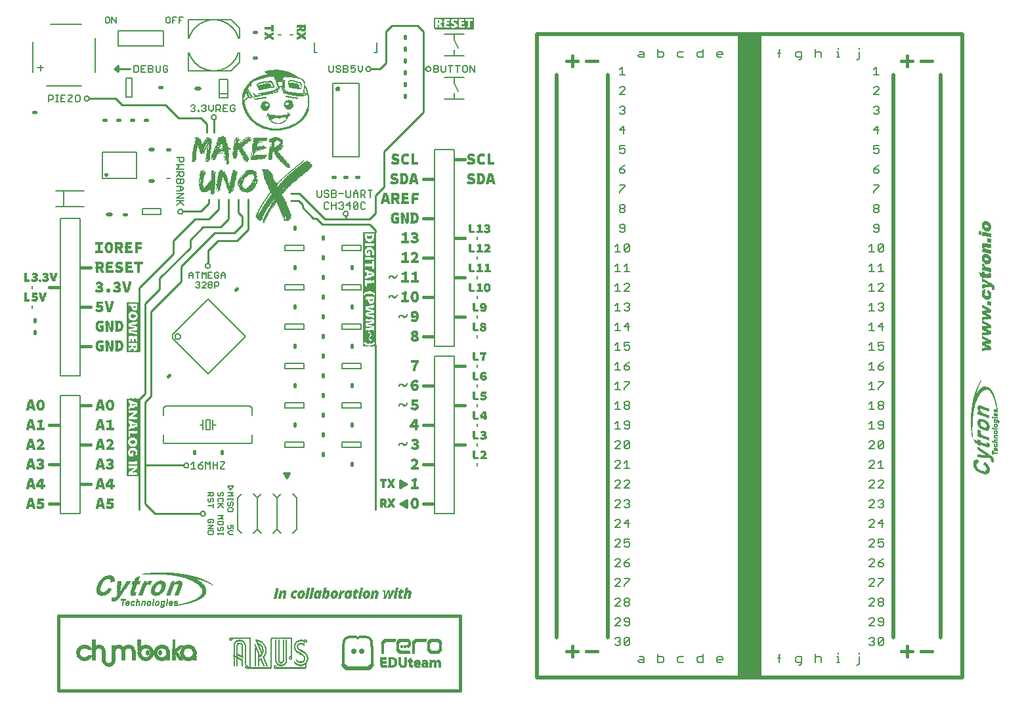
<source format=gto>
G75*
%MOIN*%
%OFA0B0*%
%FSLAX25Y25*%
%IPPOS*%
%LPD*%
%AMOC8*
5,1,8,0,0,1.08239X$1,22.5*
%
%ADD10C,0.01000*%
%ADD11R,0.01000X0.00100*%
%ADD12R,0.02900X0.00100*%
%ADD13R,0.03100X0.00100*%
%ADD14R,0.03200X0.00100*%
%ADD15R,0.01800X0.00100*%
%ADD16R,0.02200X0.00100*%
%ADD17R,0.02600X0.00100*%
%ADD18R,0.02800X0.00100*%
%ADD19R,0.03000X0.00100*%
%ADD20R,0.00900X0.00100*%
%ADD21R,0.01400X0.00100*%
%ADD22R,0.01100X0.00100*%
%ADD23R,0.01300X0.00100*%
%ADD24R,0.00500X0.00100*%
%ADD25R,0.00300X0.00100*%
%ADD26R,0.01200X0.00100*%
%ADD27R,0.00100X0.00100*%
%ADD28R,0.01500X0.00100*%
%ADD29R,0.02100X0.00100*%
%ADD30R,0.02000X0.00100*%
%ADD31R,0.01900X0.00100*%
%ADD32R,0.01700X0.00100*%
%ADD33R,0.00400X0.00100*%
%ADD34R,0.00800X0.00100*%
%ADD35R,0.00700X0.00100*%
%ADD36R,0.02700X0.00100*%
%ADD37R,0.01600X0.00100*%
%ADD38R,0.02400X0.00100*%
%ADD39R,0.02500X0.00100*%
%ADD40R,0.02300X0.00100*%
%ADD41R,0.00600X0.00100*%
%ADD42R,0.00200X0.00100*%
%ADD43R,0.00100X0.01200*%
%ADD44R,0.00100X0.01300*%
%ADD45R,0.00100X0.01100*%
%ADD46R,0.03600X0.00100*%
%ADD47R,0.00100X0.02200*%
%ADD48R,0.00100X0.02000*%
%ADD49R,0.00100X0.01800*%
%ADD50R,0.00100X0.01600*%
%ADD51R,0.00100X0.01400*%
%ADD52R,0.00100X0.01700*%
%ADD53R,0.00100X0.01900*%
%ADD54R,0.00100X0.02100*%
%ADD55R,0.00100X0.01000*%
%ADD56R,0.03300X0.00100*%
%ADD57R,0.00100X0.03600*%
%ADD58R,0.00100X0.02700*%
%ADD59R,0.00100X0.02800*%
%ADD60R,0.00100X0.02900*%
%ADD61R,0.00100X0.03000*%
%ADD62R,0.00100X0.03100*%
%ADD63R,0.00100X0.03200*%
%ADD64R,0.00100X0.03300*%
%ADD65R,0.00100X0.02500*%
%ADD66C,0.00500*%
%ADD67R,0.00100X0.58000*%
%ADD68R,0.00100X0.31100*%
%ADD69R,0.00100X0.23300*%
%ADD70R,0.00100X0.31000*%
%ADD71R,0.00100X0.23500*%
%ADD72R,0.00100X0.30900*%
%ADD73R,0.00100X0.23700*%
%ADD74R,0.00100X0.30800*%
%ADD75R,0.00100X0.30700*%
%ADD76R,0.00100X0.23900*%
%ADD77R,0.00100X0.09500*%
%ADD78R,0.00100X0.19900*%
%ADD79R,0.00100X0.24000*%
%ADD80R,0.00100X0.00500*%
%ADD81R,0.00100X0.02600*%
%ADD82R,0.00100X0.01500*%
%ADD83R,0.00100X0.00600*%
%ADD84R,0.00100X0.24100*%
%ADD85R,0.00100X0.00900*%
%ADD86R,0.00100X0.03700*%
%ADD87R,0.00100X0.06100*%
%ADD88R,0.00100X0.00800*%
%ADD89R,0.00100X0.00700*%
%ADD90R,0.00100X0.06200*%
%ADD91R,0.00100X0.06300*%
%ADD92R,0.00100X0.03500*%
%ADD93R,0.00100X0.06400*%
%ADD94R,0.00100X0.00400*%
%ADD95R,0.00100X0.04300*%
%ADD96R,0.00100X0.06500*%
%ADD97R,0.00100X0.03400*%
%ADD98R,0.00100X0.00300*%
%ADD99R,0.00100X0.04200*%
%ADD100R,0.00100X0.02300*%
%ADD101R,0.00100X0.06600*%
%ADD102R,0.00100X0.05400*%
%ADD103R,0.00100X0.00200*%
%ADD104R,0.00100X0.02400*%
%ADD105R,0.00100X0.04400*%
%ADD106R,0.00100X0.04900*%
%ADD107R,0.00100X0.04500*%
%ADD108R,0.00100X0.04600*%
%ADD109R,0.00100X0.04700*%
%ADD110R,0.00100X0.04800*%
%ADD111R,0.00100X0.06000*%
%ADD112R,0.00100X0.09700*%
%ADD113R,0.00100X0.19700*%
%ADD114R,0.00100X0.05900*%
%ADD115R,0.00100X0.25400*%
%ADD116R,0.00100X0.17800*%
%ADD117R,0.00100X0.03900*%
%ADD118R,0.00100X0.03800*%
%ADD119R,0.00100X0.39400*%
%ADD120R,0.00100X0.21600*%
%ADD121R,0.00100X0.04100*%
%ADD122R,0.00100X0.11300*%
%ADD123R,0.00100X0.05500*%
%ADD124R,0.00100X0.05300*%
%ADD125R,0.00100X0.05200*%
%ADD126R,0.00100X0.21700*%
%ADD127R,0.00100X0.11000*%
%ADD128R,0.20300X0.00100*%
%ADD129R,0.09400X0.00100*%
%ADD130R,0.09700X0.00100*%
%ADD131R,0.03800X0.00100*%
%ADD132R,0.03700X0.00100*%
%ADD133R,0.03500X0.00100*%
%ADD134R,0.09900X0.00100*%
%ADD135R,0.09200X0.00100*%
%ADD136R,0.00165X0.00015*%
%ADD137R,0.00495X0.00015*%
%ADD138R,0.00810X0.00015*%
%ADD139R,0.01140X0.00015*%
%ADD140R,0.01470X0.00015*%
%ADD141R,0.01785X0.00015*%
%ADD142R,0.02130X0.00015*%
%ADD143R,0.02460X0.00015*%
%ADD144R,0.02790X0.00015*%
%ADD145R,0.03120X0.00015*%
%ADD146R,0.03450X0.00015*%
%ADD147R,0.03780X0.00015*%
%ADD148R,0.04110X0.00015*%
%ADD149R,0.04455X0.00015*%
%ADD150R,0.04755X0.00015*%
%ADD151R,0.04875X0.00015*%
%ADD152R,0.04995X0.00015*%
%ADD153R,0.05115X0.00015*%
%ADD154R,0.05250X0.00015*%
%ADD155R,0.05370X0.00015*%
%ADD156R,0.05505X0.00015*%
%ADD157R,0.05625X0.00015*%
%ADD158R,0.05760X0.00015*%
%ADD159R,0.05895X0.00015*%
%ADD160R,0.06015X0.00015*%
%ADD161R,0.06150X0.00015*%
%ADD162R,0.06270X0.00015*%
%ADD163R,0.06405X0.00015*%
%ADD164R,0.06555X0.00015*%
%ADD165R,0.06675X0.00015*%
%ADD166R,0.06810X0.00015*%
%ADD167R,0.06930X0.00015*%
%ADD168R,0.07080X0.00015*%
%ADD169R,0.07215X0.00015*%
%ADD170R,0.07335X0.00015*%
%ADD171R,0.07470X0.00015*%
%ADD172R,0.07605X0.00015*%
%ADD173R,0.07740X0.00015*%
%ADD174R,0.07875X0.00015*%
%ADD175R,0.07995X0.00015*%
%ADD176R,0.08145X0.00015*%
%ADD177R,0.08280X0.00015*%
%ADD178R,0.08400X0.00015*%
%ADD179R,0.08535X0.00015*%
%ADD180R,0.08685X0.00015*%
%ADD181R,0.08805X0.00015*%
%ADD182R,0.08940X0.00015*%
%ADD183R,0.09075X0.00015*%
%ADD184R,0.09210X0.00015*%
%ADD185R,0.09345X0.00015*%
%ADD186R,0.09465X0.00015*%
%ADD187R,0.09615X0.00015*%
%ADD188R,0.09750X0.00015*%
%ADD189R,0.09870X0.00015*%
%ADD190R,0.10005X0.00015*%
%ADD191R,0.10155X0.00015*%
%ADD192R,0.10275X0.00015*%
%ADD193R,0.10410X0.00015*%
%ADD194R,0.10545X0.00015*%
%ADD195R,0.04635X0.00015*%
%ADD196R,0.04830X0.00015*%
%ADD197R,0.04350X0.00015*%
%ADD198R,0.04560X0.00015*%
%ADD199R,0.04185X0.00015*%
%ADD200R,0.04380X0.00015*%
%ADD201R,0.04065X0.00015*%
%ADD202R,0.04260X0.00015*%
%ADD203R,0.03945X0.00015*%
%ADD204R,0.04140X0.00015*%
%ADD205R,0.03855X0.00015*%
%ADD206R,0.03780X0.00015*%
%ADD207R,0.03975X0.00015*%
%ADD208R,0.03720X0.00015*%
%ADD209R,0.03915X0.00015*%
%ADD210R,0.03660X0.00015*%
%ADD211R,0.03870X0.00015*%
%ADD212R,0.03600X0.00015*%
%ADD213R,0.03810X0.00015*%
%ADD214R,0.03555X0.00015*%
%ADD215R,0.03765X0.00015*%
%ADD216R,0.03510X0.00015*%
%ADD217R,0.03720X0.00015*%
%ADD218R,0.03495X0.00015*%
%ADD219R,0.03675X0.00015*%
%ADD220R,0.03450X0.00015*%
%ADD221R,0.03645X0.00015*%
%ADD222R,0.03420X0.00015*%
%ADD223R,0.03615X0.00015*%
%ADD224R,0.03390X0.00015*%
%ADD225R,0.03585X0.00015*%
%ADD226R,0.03375X0.00015*%
%ADD227R,0.03570X0.00015*%
%ADD228R,0.03345X0.00015*%
%ADD229R,0.03540X0.00015*%
%ADD230R,0.03330X0.00015*%
%ADD231R,0.03495X0.00015*%
%ADD232R,0.03300X0.00015*%
%ADD233R,0.03285X0.00015*%
%ADD234R,0.03405X0.00015*%
%ADD235R,0.03270X0.00015*%
%ADD236R,0.03255X0.00015*%
%ADD237R,0.03315X0.00015*%
%ADD238R,0.03240X0.00015*%
%ADD239R,0.03210X0.00015*%
%ADD240R,0.03165X0.00015*%
%ADD241R,0.03135X0.00015*%
%ADD242R,0.03195X0.00015*%
%ADD243R,0.03105X0.00015*%
%ADD244R,0.03150X0.00015*%
%ADD245R,0.03075X0.00015*%
%ADD246R,0.03045X0.00015*%
%ADD247R,0.03090X0.00015*%
%ADD248R,0.03015X0.00015*%
%ADD249R,0.03060X0.00015*%
%ADD250R,0.02985X0.00015*%
%ADD251R,0.03045X0.00015*%
%ADD252R,0.02955X0.00015*%
%ADD253R,0.02940X0.00015*%
%ADD254R,0.02985X0.00015*%
%ADD255R,0.02910X0.00015*%
%ADD256R,0.02880X0.00015*%
%ADD257R,0.02940X0.00015*%
%ADD258R,0.02850X0.00015*%
%ADD259R,0.02910X0.00015*%
%ADD260R,0.02835X0.00015*%
%ADD261R,0.02895X0.00015*%
%ADD262R,0.02820X0.00015*%
%ADD263R,0.02865X0.00015*%
%ADD264R,0.02850X0.00015*%
%ADD265R,0.02775X0.00015*%
%ADD266R,0.02820X0.00015*%
%ADD267R,0.02745X0.00015*%
%ADD268R,0.02805X0.00015*%
%ADD269R,0.02730X0.00015*%
%ADD270R,0.02700X0.00015*%
%ADD271R,0.02760X0.00015*%
%ADD272R,0.02685X0.00015*%
%ADD273R,0.02745X0.00015*%
%ADD274R,0.02670X0.00015*%
%ADD275R,0.02715X0.00015*%
%ADD276R,0.02655X0.00015*%
%ADD277R,0.02715X0.00015*%
%ADD278R,0.02640X0.00015*%
%ADD279R,0.02625X0.00015*%
%ADD280R,0.02655X0.00015*%
%ADD281R,0.02610X0.00015*%
%ADD282R,0.02580X0.00015*%
%ADD283R,0.02565X0.00015*%
%ADD284R,0.02625X0.00015*%
%ADD285R,0.02550X0.00015*%
%ADD286R,0.02535X0.00015*%
%ADD287R,0.02520X0.00015*%
%ADD288R,0.02565X0.00015*%
%ADD289R,0.02505X0.00015*%
%ADD290R,0.02490X0.00015*%
%ADD291R,0.02535X0.00015*%
%ADD292R,0.02475X0.00015*%
%ADD293R,0.02520X0.00015*%
%ADD294R,0.02445X0.00015*%
%ADD295R,0.02490X0.00015*%
%ADD296R,0.02430X0.00015*%
%ADD297R,0.02415X0.00015*%
%ADD298R,0.02460X0.00015*%
%ADD299R,0.02415X0.00015*%
%ADD300R,0.02400X0.00015*%
%ADD301R,0.02445X0.00015*%
%ADD302R,0.02385X0.00015*%
%ADD303R,0.02370X0.00015*%
%ADD304R,0.02370X0.00015*%
%ADD305R,0.02385X0.00015*%
%ADD306R,0.02355X0.00015*%
%ADD307R,0.02340X0.00015*%
%ADD308R,0.02370X0.00015*%
%ADD309R,0.02325X0.00015*%
%ADD310R,0.02310X0.00015*%
%ADD311R,0.02325X0.00015*%
%ADD312R,0.02310X0.00015*%
%ADD313R,0.02280X0.00015*%
%ADD314R,0.02265X0.00015*%
%ADD315R,0.02295X0.00015*%
%ADD316R,0.02265X0.00015*%
%ADD317R,0.02250X0.00015*%
%ADD318R,0.02265X0.00015*%
%ADD319R,0.02250X0.00015*%
%ADD320R,0.02235X0.00015*%
%ADD321R,0.02220X0.00015*%
%ADD322R,0.02205X0.00015*%
%ADD323R,0.02220X0.00015*%
%ADD324R,0.02190X0.00015*%
%ADD325R,0.02205X0.00015*%
%ADD326R,0.02190X0.00015*%
%ADD327R,0.02175X0.00015*%
%ADD328R,0.02175X0.00015*%
%ADD329R,0.02160X0.00015*%
%ADD330R,0.02145X0.00015*%
%ADD331R,0.02160X0.00015*%
%ADD332R,0.02145X0.00015*%
%ADD333R,0.02130X0.00015*%
%ADD334R,0.02115X0.00015*%
%ADD335R,0.02115X0.00015*%
%ADD336R,0.02100X0.00015*%
%ADD337R,0.02085X0.00015*%
%ADD338R,0.02070X0.00015*%
%ADD339R,0.02085X0.00015*%
%ADD340R,0.02055X0.00015*%
%ADD341R,0.02055X0.00015*%
%ADD342R,0.02040X0.00015*%
%ADD343R,0.02070X0.00015*%
%ADD344R,0.02025X0.00015*%
%ADD345R,0.02010X0.00015*%
%ADD346R,0.01995X0.00015*%
%ADD347R,0.01980X0.00015*%
%ADD348R,0.02025X0.00015*%
%ADD349R,0.01965X0.00015*%
%ADD350R,0.02010X0.00015*%
%ADD351R,0.01965X0.00015*%
%ADD352R,0.01935X0.00015*%
%ADD353R,0.01995X0.00015*%
%ADD354R,0.01920X0.00015*%
%ADD355R,0.01920X0.00015*%
%ADD356R,0.01890X0.00015*%
%ADD357R,0.01965X0.00015*%
%ADD358R,0.01890X0.00015*%
%ADD359R,0.01950X0.00015*%
%ADD360R,0.01950X0.00015*%
%ADD361R,0.01890X0.00015*%
%ADD362R,0.01875X0.00015*%
%ADD363R,0.01860X0.00015*%
%ADD364R,0.01845X0.00015*%
%ADD365R,0.01830X0.00015*%
%ADD366R,0.01920X0.00015*%
%ADD367R,0.01830X0.00015*%
%ADD368R,0.01800X0.00015*%
%ADD369R,0.01905X0.00015*%
%ADD370R,0.01800X0.00015*%
%ADD371R,0.01905X0.00015*%
%ADD372R,0.01785X0.00015*%
%ADD373R,0.01875X0.00015*%
%ADD374R,0.01755X0.00015*%
%ADD375R,0.01755X0.00015*%
%ADD376R,0.01740X0.00015*%
%ADD377R,0.01860X0.00015*%
%ADD378R,0.01740X0.00015*%
%ADD379R,0.01845X0.00015*%
%ADD380R,0.01725X0.00015*%
%ADD381R,0.01710X0.00015*%
%ADD382R,0.01815X0.00015*%
%ADD383R,0.01710X0.00015*%
%ADD384R,0.01695X0.00015*%
%ADD385R,0.01815X0.00015*%
%ADD386R,0.01695X0.00015*%
%ADD387R,0.01680X0.00015*%
%ADD388R,0.01680X0.00015*%
%ADD389R,0.01665X0.00015*%
%ADD390R,0.01650X0.00015*%
%ADD391R,0.01635X0.00015*%
%ADD392R,0.01635X0.00015*%
%ADD393R,0.01770X0.00015*%
%ADD394R,0.01620X0.00015*%
%ADD395R,0.01620X0.00015*%
%ADD396R,0.01770X0.00015*%
%ADD397R,0.01605X0.00015*%
%ADD398R,0.01605X0.00015*%
%ADD399R,0.01590X0.00015*%
%ADD400R,0.01740X0.00015*%
%ADD401R,0.01590X0.00015*%
%ADD402R,0.01575X0.00015*%
%ADD403R,0.01560X0.00015*%
%ADD404R,0.01545X0.00015*%
%ADD405R,0.01545X0.00015*%
%ADD406R,0.00210X0.00015*%
%ADD407R,0.01695X0.00015*%
%ADD408R,0.00825X0.00015*%
%ADD409R,0.01530X0.00015*%
%ADD410R,0.01155X0.00015*%
%ADD411R,0.01530X0.00015*%
%ADD412R,0.01410X0.00015*%
%ADD413R,0.01515X0.00015*%
%ADD414R,0.01665X0.00015*%
%ADD415R,0.01980X0.00015*%
%ADD416R,0.01500X0.00015*%
%ADD417R,0.01500X0.00015*%
%ADD418R,0.01665X0.00015*%
%ADD419R,0.02415X0.00015*%
%ADD420R,0.01650X0.00015*%
%ADD421R,0.02670X0.00015*%
%ADD422R,0.01485X0.00015*%
%ADD423R,0.01485X0.00015*%
%ADD424R,0.01260X0.00015*%
%ADD425R,0.01110X0.00015*%
%ADD426R,0.01020X0.00015*%
%ADD427R,0.01470X0.00015*%
%ADD428R,0.01020X0.00015*%
%ADD429R,0.00930X0.00015*%
%ADD430R,0.01470X0.00015*%
%ADD431R,0.00960X0.00015*%
%ADD432R,0.00870X0.00015*%
%ADD433R,0.00915X0.00015*%
%ADD434R,0.01455X0.00015*%
%ADD435R,0.00870X0.00015*%
%ADD436R,0.00780X0.00015*%
%ADD437R,0.00840X0.00015*%
%ADD438R,0.00750X0.00015*%
%ADD439R,0.01620X0.00015*%
%ADD440R,0.00810X0.00015*%
%ADD441R,0.00720X0.00015*%
%ADD442R,0.01440X0.00015*%
%ADD443R,0.00690X0.00015*%
%ADD444R,0.00765X0.00015*%
%ADD445R,0.00675X0.00015*%
%ADD446R,0.01440X0.00015*%
%ADD447R,0.00735X0.00015*%
%ADD448R,0.00645X0.00015*%
%ADD449R,0.01440X0.00015*%
%ADD450R,0.00720X0.00015*%
%ADD451R,0.00645X0.00015*%
%ADD452R,0.00705X0.00015*%
%ADD453R,0.00615X0.00015*%
%ADD454R,0.01425X0.00015*%
%ADD455R,0.00600X0.00015*%
%ADD456R,0.01425X0.00015*%
%ADD457R,0.01590X0.00015*%
%ADD458R,0.00585X0.00015*%
%ADD459R,0.00630X0.00015*%
%ADD460R,0.00570X0.00015*%
%ADD461R,0.00630X0.00015*%
%ADD462R,0.00555X0.00015*%
%ADD463R,0.01410X0.00015*%
%ADD464R,0.00615X0.00015*%
%ADD465R,0.00555X0.00015*%
%ADD466R,0.00540X0.00015*%
%ADD467R,0.00525X0.00015*%
%ADD468R,0.01395X0.00015*%
%ADD469R,0.01395X0.00015*%
%ADD470R,0.00570X0.00015*%
%ADD471R,0.00510X0.00015*%
%ADD472R,0.01395X0.00015*%
%ADD473R,0.01560X0.00015*%
%ADD474R,0.01380X0.00015*%
%ADD475R,0.00510X0.00015*%
%ADD476R,0.00495X0.00015*%
%ADD477R,0.01545X0.00015*%
%ADD478R,0.00540X0.00015*%
%ADD479R,0.00495X0.00015*%
%ADD480R,0.01365X0.00015*%
%ADD481R,0.00480X0.00015*%
%ADD482R,0.00465X0.00015*%
%ADD483R,0.01365X0.00015*%
%ADD484R,0.01365X0.00015*%
%ADD485R,0.00465X0.00015*%
%ADD486R,0.01350X0.00015*%
%ADD487R,0.00495X0.00015*%
%ADD488R,0.00465X0.00015*%
%ADD489R,0.00450X0.00015*%
%ADD490R,0.01515X0.00015*%
%ADD491R,0.00450X0.00015*%
%ADD492R,0.01350X0.00015*%
%ADD493R,0.00435X0.00015*%
%ADD494R,0.01335X0.00015*%
%ADD495R,0.00420X0.00015*%
%ADD496R,0.00435X0.00015*%
%ADD497R,0.01335X0.00015*%
%ADD498R,0.01320X0.00015*%
%ADD499R,0.01320X0.00015*%
%ADD500R,0.00420X0.00015*%
%ADD501R,0.00405X0.00015*%
%ADD502R,0.00420X0.00015*%
%ADD503R,0.01320X0.00015*%
%ADD504R,0.00405X0.00015*%
%ADD505R,0.01305X0.00015*%
%ADD506R,0.00390X0.00015*%
%ADD507R,0.00390X0.00015*%
%ADD508R,0.01305X0.00015*%
%ADD509R,0.00375X0.00015*%
%ADD510R,0.01290X0.00015*%
%ADD511R,0.01290X0.00015*%
%ADD512R,0.01455X0.00015*%
%ADD513R,0.00375X0.00015*%
%ADD514R,0.00390X0.00015*%
%ADD515R,0.01290X0.00015*%
%ADD516R,0.00360X0.00015*%
%ADD517R,0.00390X0.00015*%
%ADD518R,0.01275X0.00015*%
%ADD519R,0.00345X0.00015*%
%ADD520R,0.01275X0.00015*%
%ADD521R,0.00345X0.00015*%
%ADD522R,0.00345X0.00015*%
%ADD523R,0.00330X0.00015*%
%ADD524R,0.01260X0.00015*%
%ADD525R,0.00330X0.00015*%
%ADD526R,0.01245X0.00015*%
%ADD527R,0.00315X0.00015*%
%ADD528R,0.00315X0.00015*%
%ADD529R,0.01245X0.00015*%
%ADD530R,0.00315X0.00015*%
%ADD531R,0.01245X0.00015*%
%ADD532R,0.01230X0.00015*%
%ADD533R,0.00300X0.00015*%
%ADD534R,0.01395X0.00015*%
%ADD535R,0.00285X0.00015*%
%ADD536R,0.00360X0.00015*%
%ADD537R,0.01230X0.00015*%
%ADD538R,0.00285X0.00015*%
%ADD539R,0.01215X0.00015*%
%ADD540R,0.00270X0.00015*%
%ADD541R,0.00270X0.00015*%
%ADD542R,0.00255X0.00015*%
%ADD543R,0.00255X0.00015*%
%ADD544R,0.00240X0.00015*%
%ADD545R,0.01215X0.00015*%
%ADD546R,0.00240X0.00015*%
%ADD547R,0.01380X0.00015*%
%ADD548R,0.00240X0.00015*%
%ADD549R,0.01215X0.00015*%
%ADD550R,0.01200X0.00015*%
%ADD551R,0.01200X0.00015*%
%ADD552R,0.01185X0.00015*%
%ADD553R,0.01185X0.00015*%
%ADD554R,0.01170X0.00015*%
%ADD555R,0.01170X0.00015*%
%ADD556R,0.01170X0.00015*%
%ADD557R,0.01320X0.00015*%
%ADD558R,0.00615X0.00015*%
%ADD559R,0.00645X0.00015*%
%ADD560R,0.01155X0.00015*%
%ADD561R,0.00705X0.00015*%
%ADD562R,0.00855X0.00015*%
%ADD563R,0.00900X0.00015*%
%ADD564R,0.00930X0.00015*%
%ADD565R,0.01140X0.00015*%
%ADD566R,0.00960X0.00015*%
%ADD567R,0.01140X0.00015*%
%ADD568R,0.00990X0.00015*%
%ADD569R,0.01020X0.00015*%
%ADD570R,0.01050X0.00015*%
%ADD571R,0.01095X0.00015*%
%ADD572R,0.01110X0.00015*%
%ADD573R,0.01125X0.00015*%
%ADD574R,0.01125X0.00015*%
%ADD575R,0.01515X0.00015*%
%ADD576R,0.00225X0.00015*%
%ADD577R,0.00225X0.00015*%
%ADD578R,0.00210X0.00015*%
%ADD579R,0.01245X0.00015*%
%ADD580R,0.01095X0.00015*%
%ADD581R,0.02190X0.00015*%
%ADD582R,0.00270X0.00015*%
%ADD583R,0.02400X0.00015*%
%ADD584R,0.00345X0.00015*%
%ADD585R,0.01095X0.00015*%
%ADD586R,0.02490X0.00015*%
%ADD587R,0.00465X0.00015*%
%ADD588R,0.02715X0.00015*%
%ADD589R,0.00885X0.00015*%
%ADD590R,0.02895X0.00015*%
%ADD591R,0.01080X0.00015*%
%ADD592R,0.02970X0.00015*%
%ADD593R,0.00690X0.00015*%
%ADD594R,0.01080X0.00015*%
%ADD595R,0.03030X0.00015*%
%ADD596R,0.00720X0.00015*%
%ADD597R,0.03120X0.00015*%
%ADD598R,0.00765X0.00015*%
%ADD599R,0.03195X0.00015*%
%ADD600R,0.00795X0.00015*%
%ADD601R,0.01215X0.00015*%
%ADD602R,0.03420X0.00015*%
%ADD603R,0.00855X0.00015*%
%ADD604R,0.06195X0.00015*%
%ADD605R,0.06255X0.00015*%
%ADD606R,0.06300X0.00015*%
%ADD607R,0.06360X0.00015*%
%ADD608R,0.01005X0.00015*%
%ADD609R,0.06450X0.00015*%
%ADD610R,0.06510X0.00015*%
%ADD611R,0.01065X0.00015*%
%ADD612R,0.06570X0.00015*%
%ADD613R,0.06645X0.00015*%
%ADD614R,0.06705X0.00015*%
%ADD615R,0.06780X0.00015*%
%ADD616R,0.06855X0.00015*%
%ADD617R,0.06945X0.00015*%
%ADD618R,0.07020X0.00015*%
%ADD619R,0.01695X0.00015*%
%ADD620R,0.07125X0.00015*%
%ADD621R,0.01065X0.00015*%
%ADD622R,0.07260X0.00015*%
%ADD623R,0.07440X0.00015*%
%ADD624R,0.10050X0.00015*%
%ADD625R,0.10050X0.00015*%
%ADD626R,0.01065X0.00015*%
%ADD627R,0.10080X0.00015*%
%ADD628R,0.00015X0.00015*%
%ADD629R,0.10095X0.00015*%
%ADD630R,0.10110X0.00015*%
%ADD631R,0.01170X0.00015*%
%ADD632R,0.00045X0.00015*%
%ADD633R,0.10125X0.00015*%
%ADD634R,0.00045X0.00015*%
%ADD635R,0.10140X0.00015*%
%ADD636R,0.10155X0.00015*%
%ADD637R,0.00060X0.00015*%
%ADD638R,0.10185X0.00015*%
%ADD639R,0.00075X0.00015*%
%ADD640R,0.10185X0.00015*%
%ADD641R,0.00075X0.00015*%
%ADD642R,0.10200X0.00015*%
%ADD643R,0.00090X0.00015*%
%ADD644R,0.10215X0.00015*%
%ADD645R,0.10230X0.00015*%
%ADD646R,0.00105X0.00015*%
%ADD647R,0.10245X0.00015*%
%ADD648R,0.00120X0.00015*%
%ADD649R,0.10245X0.00015*%
%ADD650R,0.01050X0.00015*%
%ADD651R,0.00120X0.00015*%
%ADD652R,0.10260X0.00015*%
%ADD653R,0.00135X0.00015*%
%ADD654R,0.10290X0.00015*%
%ADD655R,0.00150X0.00015*%
%ADD656R,0.00150X0.00015*%
%ADD657R,0.10320X0.00015*%
%ADD658R,0.10320X0.00015*%
%ADD659R,0.00165X0.00015*%
%ADD660R,0.10335X0.00015*%
%ADD661R,0.10350X0.00015*%
%ADD662R,0.00180X0.00015*%
%ADD663R,0.10365X0.00015*%
%ADD664R,0.00180X0.00015*%
%ADD665R,0.10365X0.00015*%
%ADD666R,0.00195X0.00015*%
%ADD667R,0.10395X0.00015*%
%ADD668R,0.10425X0.00015*%
%ADD669R,0.10425X0.00015*%
%ADD670R,0.10440X0.00015*%
%ADD671R,0.01035X0.00015*%
%ADD672R,0.10455X0.00015*%
%ADD673R,0.10470X0.00015*%
%ADD674R,0.01140X0.00015*%
%ADD675R,0.10485X0.00015*%
%ADD676R,0.10500X0.00015*%
%ADD677R,0.10515X0.00015*%
%ADD678R,0.10530X0.00015*%
%ADD679R,0.10545X0.00015*%
%ADD680R,0.01035X0.00015*%
%ADD681R,0.10545X0.00015*%
%ADD682R,0.10560X0.00015*%
%ADD683R,0.10575X0.00015*%
%ADD684R,0.10590X0.00015*%
%ADD685R,0.10590X0.00015*%
%ADD686R,0.10620X0.00015*%
%ADD687R,0.00195X0.00015*%
%ADD688R,0.10635X0.00015*%
%ADD689R,0.00195X0.00015*%
%ADD690R,0.10650X0.00015*%
%ADD691R,0.10665X0.00015*%
%ADD692R,0.00015X0.00015*%
%ADD693R,0.10680X0.00015*%
%ADD694R,0.10695X0.00015*%
%ADD695R,0.00030X0.00015*%
%ADD696R,0.10710X0.00015*%
%ADD697R,0.00045X0.00015*%
%ADD698R,0.03765X0.00015*%
%ADD699R,0.04125X0.00015*%
%ADD700R,0.03645X0.00015*%
%ADD701R,0.03810X0.00015*%
%ADD702R,0.00090X0.00015*%
%ADD703R,0.03870X0.00015*%
%ADD704R,0.03735X0.00015*%
%ADD705R,0.03480X0.00015*%
%ADD706R,0.03090X0.00015*%
%ADD707R,0.03345X0.00015*%
%ADD708R,0.02970X0.00015*%
%ADD709R,0.03225X0.00015*%
%ADD710R,0.02640X0.00015*%
%ADD711R,0.01095X0.00015*%
%ADD712R,0.02685X0.00015*%
%ADD713R,0.02445X0.00015*%
%ADD714R,0.02340X0.00015*%
%ADD715R,0.01995X0.00015*%
%ADD716R,0.00165X0.00015*%
%ADD717R,0.01020X0.00015*%
%ADD718R,0.00165X0.00015*%
%ADD719R,0.01620X0.00015*%
%ADD720R,0.00660X0.00015*%
%ADD721R,0.00540X0.00015*%
%ADD722R,0.01005X0.00015*%
%ADD723R,0.00270X0.00015*%
%ADD724R,0.01065X0.00015*%
%ADD725R,0.00300X0.00015*%
%ADD726R,0.00315X0.00015*%
%ADD727R,0.00480X0.00015*%
%ADD728R,0.00105X0.00015*%
%ADD729R,0.00990X0.00015*%
%ADD730R,0.00990X0.00015*%
%ADD731R,0.02670X0.00015*%
%ADD732R,0.02700X0.00015*%
%ADD733R,0.02865X0.00015*%
%ADD734R,0.02970X0.00015*%
%ADD735R,0.03000X0.00015*%
%ADD736R,0.03075X0.00015*%
%ADD737R,0.03180X0.00015*%
%ADD738R,0.03240X0.00015*%
%ADD739R,0.03270X0.00015*%
%ADD740R,0.03360X0.00015*%
%ADD741R,0.03390X0.00015*%
%ADD742R,0.03420X0.00015*%
%ADD743R,0.00990X0.00015*%
%ADD744R,0.03570X0.00015*%
%ADD745R,0.03630X0.00015*%
%ADD746R,0.02070X0.00015*%
%ADD747R,0.03690X0.00015*%
%ADD748R,0.00975X0.00015*%
%ADD749R,0.03750X0.00015*%
%ADD750R,0.02340X0.00015*%
%ADD751R,0.03825X0.00015*%
%ADD752R,0.03840X0.00015*%
%ADD753R,0.02580X0.00015*%
%ADD754R,0.03885X0.00015*%
%ADD755R,0.03900X0.00015*%
%ADD756R,0.03930X0.00015*%
%ADD757R,0.02745X0.00015*%
%ADD758R,0.03930X0.00015*%
%ADD759R,0.02775X0.00015*%
%ADD760R,0.03960X0.00015*%
%ADD761R,0.03975X0.00015*%
%ADD762R,0.03990X0.00015*%
%ADD763R,0.04020X0.00015*%
%ADD764R,0.02925X0.00015*%
%ADD765R,0.04020X0.00015*%
%ADD766R,0.00975X0.00015*%
%ADD767R,0.04050X0.00015*%
%ADD768R,0.04080X0.00015*%
%ADD769R,0.04110X0.00015*%
%ADD770R,0.03165X0.00015*%
%ADD771R,0.04170X0.00015*%
%ADD772R,0.04170X0.00015*%
%ADD773R,0.03285X0.00015*%
%ADD774R,0.04200X0.00015*%
%ADD775R,0.03315X0.00015*%
%ADD776R,0.03345X0.00015*%
%ADD777R,0.04230X0.00015*%
%ADD778R,0.03375X0.00015*%
%ADD779R,0.04245X0.00015*%
%ADD780R,0.03420X0.00015*%
%ADD781R,0.04290X0.00015*%
%ADD782R,0.03510X0.00015*%
%ADD783R,0.03525X0.00015*%
%ADD784R,0.04305X0.00015*%
%ADD785R,0.03555X0.00015*%
%ADD786R,0.04320X0.00015*%
%ADD787R,0.04350X0.00015*%
%ADD788R,0.03630X0.00015*%
%ADD789R,0.03675X0.00015*%
%ADD790R,0.04410X0.00015*%
%ADD791R,0.04410X0.00015*%
%ADD792R,0.03795X0.00015*%
%ADD793R,0.04425X0.00015*%
%ADD794R,0.04440X0.00015*%
%ADD795R,0.03840X0.00015*%
%ADD796R,0.04440X0.00015*%
%ADD797R,0.03885X0.00015*%
%ADD798R,0.04470X0.00015*%
%ADD799R,0.04485X0.00015*%
%ADD800R,0.04500X0.00015*%
%ADD801R,0.04005X0.00015*%
%ADD802R,0.04035X0.00015*%
%ADD803R,0.04530X0.00015*%
%ADD804R,0.04050X0.00015*%
%ADD805R,0.04530X0.00015*%
%ADD806R,0.04545X0.00015*%
%ADD807R,0.04140X0.00015*%
%ADD808R,0.04560X0.00015*%
%ADD809R,0.04200X0.00015*%
%ADD810R,0.04215X0.00015*%
%ADD811R,0.04575X0.00015*%
%ADD812R,0.04245X0.00015*%
%ADD813R,0.04590X0.00015*%
%ADD814R,0.04590X0.00015*%
%ADD815R,0.04260X0.00015*%
%ADD816R,0.04275X0.00015*%
%ADD817R,0.02805X0.00015*%
%ADD818R,0.04305X0.00015*%
%ADD819R,0.02670X0.00015*%
%ADD820R,0.04320X0.00015*%
%ADD821R,0.04335X0.00015*%
%ADD822R,0.02595X0.00015*%
%ADD823R,0.04365X0.00015*%
%ADD824R,0.02520X0.00015*%
%ADD825R,0.04380X0.00015*%
%ADD826R,0.04395X0.00015*%
%ADD827R,0.00945X0.00015*%
%ADD828R,0.04425X0.00015*%
%ADD829R,0.04470X0.00015*%
%ADD830R,0.04485X0.00015*%
%ADD831R,0.02295X0.00015*%
%ADD832R,0.04500X0.00015*%
%ADD833R,0.00945X0.00015*%
%ADD834R,0.04515X0.00015*%
%ADD835R,0.00945X0.00015*%
%ADD836R,0.02235X0.00015*%
%ADD837R,0.00945X0.00015*%
%ADD838R,0.04545X0.00015*%
%ADD839R,0.00900X0.00015*%
%ADD840R,0.03000X0.00015*%
%ADD841R,0.00870X0.00015*%
%ADD842R,0.00840X0.00015*%
%ADD843R,0.00840X0.00015*%
%ADD844R,0.00825X0.00015*%
%ADD845R,0.02100X0.00015*%
%ADD846R,0.00915X0.00015*%
%ADD847R,0.00795X0.00015*%
%ADD848R,0.02070X0.00015*%
%ADD849R,0.00780X0.00015*%
%ADD850R,0.00765X0.00015*%
%ADD851R,0.02430X0.00015*%
%ADD852R,0.00735X0.00015*%
%ADD853R,0.02355X0.00015*%
%ADD854R,0.01995X0.00015*%
%ADD855R,0.00675X0.00015*%
%ADD856R,0.00690X0.00015*%
%ADD857R,0.00660X0.00015*%
%ADD858R,0.00645X0.00015*%
%ADD859R,0.02280X0.00015*%
%ADD860R,0.00720X0.00015*%
%ADD861R,0.00750X0.00015*%
%ADD862R,0.02115X0.00015*%
%ADD863R,0.00615X0.00015*%
%ADD864R,0.00915X0.00015*%
%ADD865R,0.00915X0.00015*%
%ADD866R,0.03465X0.00015*%
%ADD867R,0.03270X0.00015*%
%ADD868R,0.03120X0.00015*%
%ADD869R,0.00885X0.00015*%
%ADD870R,0.02940X0.00015*%
%ADD871R,0.02760X0.00015*%
%ADD872R,0.02340X0.00015*%
%ADD873R,0.02550X0.00015*%
%ADD874R,0.00840X0.00015*%
%ADD875R,0.03750X0.00015*%
%ADD876R,0.03735X0.00015*%
%ADD877R,0.03705X0.00015*%
%ADD878R,0.02220X0.00015*%
%ADD879R,0.02040X0.00015*%
%ADD880R,0.03615X0.00015*%
%ADD881R,0.03495X0.00015*%
%ADD882R,0.03360X0.00015*%
%ADD883R,0.00600X0.00015*%
%ADD884R,0.03225X0.00015*%
%ADD885R,0.03060X0.00015*%
%ADD886R,0.02880X0.00015*%
%ADD887R,0.02565X0.00015*%
%ADD888R,0.02475X0.00015*%
%ADD889R,0.02220X0.00015*%
%ADD890R,0.02115X0.00015*%
%ADD891R,0.01935X0.00015*%
%ADD892R,0.00525X0.00015*%
%ADD893R,0.00540X0.00015*%
%ADD894R,0.01845X0.00015*%
%ADD895R,0.02610X0.00015*%
%ADD896R,0.00795X0.00015*%
%ADD897R,0.02565X0.00015*%
%ADD898R,0.02595X0.00015*%
%ADD899R,0.00795X0.00015*%
%ADD900R,0.01920X0.00015*%
%ADD901R,0.00030X0.00015*%
%ADD902R,0.00015X0.00015*%
%ADD903R,0.02595X0.00015*%
%ADD904R,0.00120X0.00015*%
%ADD905R,0.02595X0.00015*%
%ADD906R,0.00120X0.00015*%
%ADD907R,0.00135X0.00015*%
%ADD908R,0.00015X0.00015*%
%ADD909R,0.00195X0.00015*%
%ADD910R,0.00570X0.00015*%
%ADD911R,0.00240X0.00015*%
%ADD912R,0.02970X0.00015*%
%ADD913R,0.03480X0.00015*%
%ADD914R,0.03915X0.00015*%
%ADD915R,0.04665X0.00015*%
%ADD916R,0.01575X0.00015*%
%ADD917R,0.01440X0.00015*%
%ADD918R,0.00060X0.00015*%
%ADD919R,0.02295X0.00015*%
%ADD920R,0.00090X0.00015*%
%ADD921R,0.00045X0.00015*%
%ADD922R,0.00420X0.00015*%
%ADD923R,0.04665X0.00015*%
%ADD924R,0.04770X0.00015*%
%ADD925R,0.04845X0.00015*%
%ADD926R,0.04920X0.00015*%
%ADD927R,0.04980X0.00015*%
%ADD928R,0.05070X0.00015*%
%ADD929R,0.00870X0.00015*%
%ADD930R,0.05130X0.00015*%
%ADD931R,0.05190X0.00015*%
%ADD932R,0.00585X0.00015*%
%ADD933R,0.03840X0.00015*%
%ADD934R,0.01815X0.00015*%
%ADD935R,0.03135X0.00015*%
%ADD936R,0.01845X0.00015*%
%ADD937R,0.03240X0.00015*%
%ADD938R,0.03195X0.00015*%
%ADD939R,0.01515X0.00015*%
%ADD940R,0.03045X0.00015*%
%ADD941R,0.03015X0.00015*%
%ADD942R,0.01290X0.00015*%
%ADD943R,0.03585X0.00015*%
%ADD944R,0.00570X0.00015*%
%ADD945R,0.02730X0.00015*%
%ADD946R,0.01770X0.00015*%
%ADD947R,0.02040X0.00015*%
%ADD948R,0.01365X0.00015*%
%ADD949R,0.02040X0.00015*%
%ADD950R,0.00690X0.00015*%
%ADD951R,0.00090X0.00015*%
%ADD952R,0.03345X0.00015*%
%ADD953R,0.03615X0.00015*%
%ADD954R,0.03690X0.00015*%
%ADD955R,0.04035X0.00015*%
%ADD956R,0.04095X0.00015*%
%ADD957R,0.04245X0.00015*%
%ADD958R,0.04395X0.00015*%
%ADD959R,0.03195X0.00015*%
%ADD960R,0.04470X0.00015*%
%ADD961R,0.04620X0.00015*%
%ADD962R,0.04710X0.00015*%
%ADD963R,0.04785X0.00015*%
%ADD964R,0.04860X0.00015*%
%ADD965R,0.04935X0.00015*%
%ADD966R,0.05010X0.00015*%
%ADD967R,0.05190X0.00015*%
%ADD968R,0.05295X0.00015*%
%ADD969R,0.05385X0.00015*%
%ADD970R,0.05505X0.00015*%
%ADD971R,0.05610X0.00015*%
%ADD972R,0.03270X0.00015*%
%ADD973R,0.05745X0.00015*%
%ADD974R,0.05880X0.00015*%
%ADD975R,0.06045X0.00015*%
%ADD976R,0.06210X0.00015*%
%ADD977R,0.06375X0.00015*%
%ADD978R,0.06585X0.00015*%
%ADD979R,0.06645X0.00015*%
%ADD980R,0.06825X0.00015*%
%ADD981R,0.07035X0.00015*%
%ADD982R,0.07215X0.00015*%
%ADD983R,0.07395X0.00015*%
%ADD984R,0.07560X0.00015*%
%ADD985R,0.07725X0.00015*%
%ADD986R,0.07830X0.00015*%
%ADD987R,0.07980X0.00015*%
%ADD988R,0.08025X0.00015*%
%ADD989R,0.04515X0.00015*%
%ADD990R,0.08070X0.00015*%
%ADD991R,0.08100X0.00015*%
%ADD992R,0.04650X0.00015*%
%ADD993R,0.08145X0.00015*%
%ADD994R,0.08175X0.00015*%
%ADD995R,0.04755X0.00015*%
%ADD996R,0.08220X0.00015*%
%ADD997R,0.04785X0.00015*%
%ADD998R,0.08265X0.00015*%
%ADD999R,0.04815X0.00015*%
%ADD1000R,0.08310X0.00015*%
%ADD1001R,0.04845X0.00015*%
%ADD1002R,0.08355X0.00015*%
%ADD1003R,0.04875X0.00015*%
%ADD1004R,0.08400X0.00015*%
%ADD1005R,0.04890X0.00015*%
%ADD1006R,0.04905X0.00015*%
%ADD1007R,0.08415X0.00015*%
%ADD1008R,0.08415X0.00015*%
%ADD1009R,0.04950X0.00015*%
%ADD1010R,0.04950X0.00015*%
%ADD1011R,0.04965X0.00015*%
%ADD1012R,0.08415X0.00015*%
%ADD1013R,0.04980X0.00015*%
%ADD1014R,0.06795X0.00015*%
%ADD1015R,0.06795X0.00015*%
%ADD1016R,0.04995X0.00015*%
%ADD1017R,0.06795X0.00015*%
%ADD1018R,0.05010X0.00015*%
%ADD1019R,0.06810X0.00015*%
%ADD1020R,0.06825X0.00015*%
%ADD1021R,0.05025X0.00015*%
%ADD1022R,0.05040X0.00015*%
%ADD1023R,0.05040X0.00015*%
%ADD1024R,0.06840X0.00015*%
%ADD1025R,0.06840X0.00015*%
%ADD1026R,0.06285X0.00015*%
%ADD1027R,0.06225X0.00015*%
%ADD1028R,0.05055X0.00015*%
%ADD1029R,0.06195X0.00015*%
%ADD1030R,0.06165X0.00015*%
%ADD1031R,0.05055X0.00015*%
%ADD1032R,0.06135X0.00015*%
%ADD1033R,0.06090X0.00015*%
%ADD1034R,0.06075X0.00015*%
%ADD1035R,0.06015X0.00015*%
%ADD1036R,0.05985X0.00015*%
%ADD1037R,0.05955X0.00015*%
%ADD1038R,0.05925X0.00015*%
%ADD1039R,0.05850X0.00015*%
%ADD1040R,0.05835X0.00015*%
%ADD1041R,0.05040X0.00015*%
%ADD1042R,0.05805X0.00015*%
%ADD1043R,0.05730X0.00015*%
%ADD1044R,0.05685X0.00015*%
%ADD1045R,0.05640X0.00015*%
%ADD1046R,0.05595X0.00015*%
%ADD1047R,0.05535X0.00015*%
%ADD1048R,0.05490X0.00015*%
%ADD1049R,0.05415X0.00015*%
%ADD1050R,0.05025X0.00015*%
%ADD1051R,0.05355X0.00015*%
%ADD1052R,0.05235X0.00015*%
%ADD1053R,0.05160X0.00015*%
%ADD1054R,0.05115X0.00015*%
%ADD1055R,0.04995X0.00015*%
%ADD1056R,0.04770X0.00015*%
%ADD1057R,0.04935X0.00015*%
%ADD1058R,0.04365X0.00015*%
%ADD1059R,0.04920X0.00015*%
%ADD1060R,0.04155X0.00015*%
%ADD1061R,0.04890X0.00015*%
%ADD1062R,0.04095X0.00015*%
%ADD1063R,0.04020X0.00015*%
%ADD1064R,0.04830X0.00015*%
%ADD1065R,0.04815X0.00015*%
%ADD1066R,0.04800X0.00015*%
%ADD1067R,0.04740X0.00015*%
%ADD1068R,0.04740X0.00015*%
%ADD1069R,0.04725X0.00015*%
%ADD1070R,0.04695X0.00015*%
%ADD1071R,0.04680X0.00015*%
%ADD1072R,0.04650X0.00015*%
%ADD1073R,0.04605X0.00015*%
%ADD1074R,0.04890X0.00015*%
%ADD1075R,0.04800X0.00015*%
%ADD1076R,0.04335X0.00015*%
%ADD1077R,0.03180X0.00015*%
%ADD1078R,0.03765X0.00015*%
%ADD1079R,0.01470X0.00015*%
%ADD1080R,0.03405X0.00015*%
%ADD1081R,0.03435X0.00015*%
%ADD1082R,0.03435X0.00015*%
%ADD1083R,0.03465X0.00015*%
%ADD1084R,0.03465X0.00015*%
%ADD1085R,0.03495X0.00015*%
%ADD1086R,0.03525X0.00015*%
%ADD1087R,0.03540X0.00015*%
%ADD1088R,0.03570X0.00015*%
%ADD1089R,0.03600X0.00015*%
%ADD1090R,0.03645X0.00015*%
%ADD1091R,0.03690X0.00015*%
%ADD1092R,0.03090X0.00015*%
%ADD1093R,0.03705X0.00015*%
%ADD1094R,0.03720X0.00015*%
%ADD1095R,0.03210X0.00015*%
%ADD1096R,0.03300X0.00015*%
%ADD1097R,0.03795X0.00015*%
%ADD1098R,0.03570X0.00015*%
%ADD1099R,0.03870X0.00015*%
%ADD1100R,0.03765X0.00015*%
%ADD1101R,0.03960X0.00015*%
%ADD1102R,0.03855X0.00015*%
%ADD1103R,0.03945X0.00015*%
%ADD1104R,0.04065X0.00015*%
%ADD1105R,0.04020X0.00015*%
%ADD1106R,0.04140X0.00015*%
%ADD1107R,0.04140X0.00015*%
%ADD1108R,0.04095X0.00015*%
%ADD1109R,0.04125X0.00015*%
%ADD1110R,0.04215X0.00015*%
%ADD1111R,0.04290X0.00015*%
%ADD1112R,0.04365X0.00015*%
%ADD1113R,0.04545X0.00015*%
%ADD1114R,0.04605X0.00015*%
%ADD1115R,0.04665X0.00015*%
%ADD1116R,0.04845X0.00015*%
%ADD1117R,0.04770X0.00015*%
%ADD1118R,0.01725X0.00015*%
%ADD1119R,0.05265X0.00015*%
%ADD1120R,0.05775X0.00015*%
%ADD1121R,0.05100X0.00015*%
%ADD1122R,0.05865X0.00015*%
%ADD1123R,0.05985X0.00015*%
%ADD1124R,0.05205X0.00015*%
%ADD1125R,0.02715X0.00015*%
%ADD1126R,0.02865X0.00015*%
%ADD1127R,0.06045X0.00015*%
%ADD1128R,0.05310X0.00015*%
%ADD1129R,0.06120X0.00015*%
%ADD1130R,0.05430X0.00015*%
%ADD1131R,0.11790X0.00015*%
%ADD1132R,0.11760X0.00015*%
%ADD1133R,0.11760X0.00015*%
%ADD1134R,0.11730X0.00015*%
%ADD1135R,0.11715X0.00015*%
%ADD1136R,0.11685X0.00015*%
%ADD1137R,0.11670X0.00015*%
%ADD1138R,0.11655X0.00015*%
%ADD1139R,0.11640X0.00015*%
%ADD1140R,0.11625X0.00015*%
%ADD1141R,0.11610X0.00015*%
%ADD1142R,0.04065X0.00015*%
%ADD1143R,0.11595X0.00015*%
%ADD1144R,0.11595X0.00015*%
%ADD1145R,0.11595X0.00015*%
%ADD1146R,0.11580X0.00015*%
%ADD1147R,0.11625X0.00015*%
%ADD1148R,0.11670X0.00015*%
%ADD1149R,0.17175X0.00015*%
%ADD1150R,0.17115X0.00015*%
%ADD1151R,0.17040X0.00015*%
%ADD1152R,0.16965X0.00015*%
%ADD1153R,0.16890X0.00015*%
%ADD1154R,0.16800X0.00015*%
%ADD1155R,0.16740X0.00015*%
%ADD1156R,0.16650X0.00015*%
%ADD1157R,0.16590X0.00015*%
%ADD1158R,0.16515X0.00015*%
%ADD1159R,0.16440X0.00015*%
%ADD1160R,0.16350X0.00015*%
%ADD1161R,0.16290X0.00015*%
%ADD1162R,0.16200X0.00015*%
%ADD1163R,0.16110X0.00015*%
%ADD1164R,0.16035X0.00015*%
%ADD1165R,0.15960X0.00015*%
%ADD1166R,0.15870X0.00015*%
%ADD1167R,0.15795X0.00015*%
%ADD1168R,0.15705X0.00015*%
%ADD1169R,0.15630X0.00015*%
%ADD1170R,0.15540X0.00015*%
%ADD1171R,0.15450X0.00015*%
%ADD1172R,0.15375X0.00015*%
%ADD1173R,0.15285X0.00015*%
%ADD1174R,0.15195X0.00015*%
%ADD1175R,0.15120X0.00015*%
%ADD1176R,0.15015X0.00015*%
%ADD1177R,0.14925X0.00015*%
%ADD1178R,0.14850X0.00015*%
%ADD1179R,0.14745X0.00015*%
%ADD1180R,0.14655X0.00015*%
%ADD1181R,0.14565X0.00015*%
%ADD1182R,0.14475X0.00015*%
%ADD1183R,0.14370X0.00015*%
%ADD1184R,0.14280X0.00015*%
%ADD1185R,0.14190X0.00015*%
%ADD1186R,0.14085X0.00015*%
%ADD1187R,0.13980X0.00015*%
%ADD1188R,0.13875X0.00015*%
%ADD1189R,0.13785X0.00015*%
%ADD1190R,0.13680X0.00015*%
%ADD1191R,0.13575X0.00015*%
%ADD1192R,0.13470X0.00015*%
%ADD1193R,0.13395X0.00015*%
%ADD1194R,0.13290X0.00015*%
%ADD1195R,0.13200X0.00015*%
%ADD1196R,0.13110X0.00015*%
%ADD1197R,0.13020X0.00015*%
%ADD1198R,0.12945X0.00015*%
%ADD1199R,0.12870X0.00015*%
%ADD1200R,0.12780X0.00015*%
%ADD1201R,0.12705X0.00015*%
%ADD1202R,0.12630X0.00015*%
%ADD1203R,0.12555X0.00015*%
%ADD1204R,0.12480X0.00015*%
%ADD1205R,0.12420X0.00015*%
%ADD1206R,0.12360X0.00015*%
%ADD1207R,0.12285X0.00015*%
%ADD1208R,0.12210X0.00015*%
%ADD1209R,0.12150X0.00015*%
%ADD1210R,0.12090X0.00015*%
%ADD1211R,0.12015X0.00015*%
%ADD1212R,0.11955X0.00015*%
%ADD1213R,0.11895X0.00015*%
%ADD1214R,0.11925X0.00015*%
%ADD1215R,0.11940X0.00015*%
%ADD1216R,0.11970X0.00015*%
%ADD1217R,0.12000X0.00015*%
%ADD1218R,0.12030X0.00015*%
%ADD1219R,0.12060X0.00015*%
%ADD1220R,0.12120X0.00015*%
%ADD1221R,0.12180X0.00015*%
%ADD1222R,0.12240X0.00015*%
%ADD1223R,0.12270X0.00015*%
%ADD1224R,0.12300X0.00015*%
%ADD1225R,0.12330X0.00015*%
%ADD1226R,0.12345X0.00015*%
%ADD1227R,0.12360X0.00015*%
%ADD1228R,0.12390X0.00015*%
%ADD1229R,0.12405X0.00015*%
%ADD1230R,0.12435X0.00015*%
%ADD1231R,0.12450X0.00015*%
%ADD1232R,0.12465X0.00015*%
%ADD1233R,0.12480X0.00015*%
%ADD1234R,0.12495X0.00015*%
%ADD1235R,0.12510X0.00015*%
%ADD1236R,0.12525X0.00015*%
%ADD1237R,0.12540X0.00015*%
%ADD1238R,0.12540X0.00015*%
%ADD1239R,0.12540X0.00015*%
%ADD1240R,0.12495X0.00015*%
%ADD1241R,0.12420X0.00015*%
%ADD1242R,0.12390X0.00015*%
%ADD1243R,0.12345X0.00015*%
%ADD1244R,0.12285X0.00015*%
%ADD1245R,0.12255X0.00015*%
%ADD1246R,0.12225X0.00015*%
%ADD1247R,0.12165X0.00015*%
%ADD1248R,0.12120X0.00015*%
%ADD1249R,0.12105X0.00015*%
%ADD1250R,0.12075X0.00015*%
%ADD1251R,0.12045X0.00015*%
%ADD1252R,0.11985X0.00015*%
%ADD1253R,0.11880X0.00015*%
%ADD1254R,0.11865X0.00015*%
%ADD1255R,0.11835X0.00015*%
%ADD1256R,0.11790X0.00015*%
%ADD1257R,0.11775X0.00015*%
%ADD1258R,0.11700X0.00015*%
%ADD1259R,0.11655X0.00015*%
%ADD1260R,0.11550X0.00015*%
%ADD1261R,0.11520X0.00015*%
%ADD1262R,0.11460X0.00015*%
%ADD1263R,0.11415X0.00015*%
%ADD1264R,0.11355X0.00015*%
%ADD1265R,0.11295X0.00015*%
%ADD1266R,0.11220X0.00015*%
%ADD1267R,0.11175X0.00015*%
%ADD1268R,0.11115X0.00015*%
%ADD1269R,0.11055X0.00015*%
%ADD1270R,0.10995X0.00015*%
%ADD1271R,0.10935X0.00015*%
%ADD1272R,0.10860X0.00015*%
%ADD1273R,0.10815X0.00015*%
%ADD1274R,0.10755X0.00015*%
%ADD1275R,0.10605X0.00015*%
%ADD1276R,0.10530X0.00015*%
%ADD1277R,0.10470X0.00015*%
%ADD1278R,0.10320X0.00015*%
%ADD1279R,0.10245X0.00015*%
%ADD1280R,0.10170X0.00015*%
%ADD1281R,0.09990X0.00015*%
%ADD1282R,0.09885X0.00015*%
%ADD1283R,0.09735X0.00015*%
%ADD1284R,0.09585X0.00015*%
%ADD1285R,0.09435X0.00015*%
%ADD1286R,0.09270X0.00015*%
%ADD1287R,0.09105X0.00015*%
%ADD1288R,0.08775X0.00015*%
%ADD1289R,0.08610X0.00015*%
%ADD1290R,0.08430X0.00015*%
%ADD1291R,0.08085X0.00015*%
%ADD1292R,0.07905X0.00015*%
%ADD1293R,0.07710X0.00015*%
%ADD1294R,0.07530X0.00015*%
%ADD1295R,0.07140X0.00015*%
%ADD1296R,0.06930X0.00015*%
%ADD1297R,0.06720X0.00015*%
%ADD1298R,0.06060X0.00015*%
%ADD1299R,0.05820X0.00015*%
%ADD1300R,0.05400X0.00015*%
%ADD1301R,0.04515X0.00015*%
%ADD1302C,0.00600*%
%ADD1303C,0.00800*%
%ADD1304R,0.00600X0.00200*%
%ADD1305R,0.01600X0.00200*%
%ADD1306R,0.02000X0.00200*%
%ADD1307R,0.02200X0.00200*%
%ADD1308R,0.00200X0.00200*%
%ADD1309R,0.02800X0.00200*%
%ADD1310R,0.00400X0.00200*%
%ADD1311R,0.02400X0.00200*%
%ADD1312R,0.00800X0.00200*%
%ADD1313R,0.01400X0.00200*%
%ADD1314R,0.01200X0.00200*%
%ADD1315R,0.01000X0.00200*%
%ADD1316R,0.03000X0.00200*%
%ADD1317R,0.01800X0.00200*%
%ADD1318R,0.03200X0.00200*%
%ADD1319R,0.03400X0.00200*%
%ADD1320R,0.02600X0.00200*%
%ADD1321R,0.04800X0.00200*%
%ADD1322R,0.03600X0.00200*%
%ADD1323R,0.06200X0.00200*%
%ADD1324R,0.04400X0.00200*%
%ADD1325R,0.07600X0.00200*%
%ADD1326R,0.05000X0.00200*%
%ADD1327R,0.07400X0.00200*%
%ADD1328R,0.03800X0.00200*%
%ADD1329R,0.05800X0.00200*%
%ADD1330R,0.04600X0.00200*%
%ADD1331R,0.07200X0.00200*%
%ADD1332R,0.06400X0.00200*%
%ADD1333R,0.06600X0.00200*%
%ADD1334R,0.06800X0.00200*%
%ADD1335R,0.07000X0.00200*%
%ADD1336R,0.04200X0.00200*%
%ADD1337R,0.04000X0.00200*%
%ADD1338R,0.05200X0.00200*%
%ADD1339R,0.07800X0.00200*%
%ADD1340R,0.05400X0.00200*%
%ADD1341R,0.05600X0.00200*%
%ADD1342R,0.06000X0.00200*%
%ADD1343C,0.01600*%
%ADD1344C,0.02000*%
%ADD1345R,0.10000X3.26000*%
%ADD1346R,0.00703X0.00234*%
%ADD1347R,0.00937X0.00234*%
%ADD1348R,0.00469X0.00234*%
%ADD1349R,0.01172X0.00234*%
%ADD1350R,0.01406X0.00234*%
%ADD1351R,0.02578X0.00234*%
%ADD1352R,0.01875X0.00234*%
%ADD1353R,0.02813X0.00234*%
%ADD1354R,0.02344X0.00234*%
%ADD1355R,0.02109X0.00234*%
%ADD1356R,0.03047X0.00234*%
%ADD1357R,0.01641X0.00234*%
%ADD1358R,0.03281X0.00234*%
%ADD1359R,0.03516X0.00234*%
%ADD1360R,0.03750X0.00234*%
%ADD1361R,0.04219X0.00234*%
%ADD1362R,0.03984X0.00234*%
%ADD1363R,0.04688X0.00234*%
%ADD1364R,0.04922X0.00234*%
%ADD1365R,0.07031X0.00234*%
%ADD1366R,0.06563X0.00234*%
%ADD1367R,0.06094X0.00234*%
%ADD1368R,0.05625X0.00234*%
%ADD1369R,0.05391X0.00234*%
%ADD1370R,0.05156X0.00234*%
%ADD1371R,0.07969X0.00234*%
%ADD1372R,0.07500X0.00234*%
%ADD1373R,0.06797X0.00234*%
%ADD1374R,0.05859X0.00234*%
%ADD1375R,0.07266X0.00234*%
%ADD1376R,0.07734X0.00234*%
%ADD1377R,0.08203X0.00234*%
%ADD1378R,0.08672X0.00234*%
%ADD1379R,0.08906X0.00234*%
%ADD1380R,0.10781X0.00234*%
%ADD1381R,0.11016X0.00234*%
%ADD1382R,0.06328X0.00234*%
%ADD1383R,0.00234X0.00234*%
%ADD1384R,0.04453X0.00234*%
%ADD1385R,0.01242X0.00124*%
%ADD1386R,0.01366X0.00124*%
%ADD1387R,0.01615X0.00124*%
%ADD1388R,0.03727X0.00124*%
%ADD1389R,0.02112X0.00124*%
%ADD1390R,0.01491X0.00124*%
%ADD1391R,0.02733X0.00124*%
%ADD1392R,0.03230X0.00124*%
%ADD1393R,0.01615X0.00124*%
%ADD1394R,0.03478X0.00124*%
%ADD1395R,0.03851X0.00124*%
%ADD1396R,0.00870X0.00124*%
%ADD1397R,0.01491X0.00124*%
%ADD1398R,0.00497X0.00124*%
%ADD1399R,0.00124X0.00124*%
%ADD1400R,0.03354X0.00124*%
%ADD1401R,0.01988X0.00124*%
%ADD1402R,0.02360X0.00124*%
%ADD1403R,0.02484X0.00124*%
%ADD1404R,0.03602X0.00124*%
%ADD1405R,0.02981X0.00124*%
%ADD1406R,0.03106X0.00124*%
%ADD1407R,0.03975X0.00124*%
%ADD1408R,0.02981X0.00124*%
%ADD1409R,0.01739X0.00124*%
%ADD1410R,0.02857X0.00124*%
%ADD1411R,0.02360X0.00124*%
%ADD1412R,0.01366X0.00124*%
%ADD1413R,0.00248X0.00124*%
%ADD1414R,0.00870X0.00124*%
%ADD1415R,0.04099X0.00124*%
%ADD1416R,0.04472X0.00124*%
%ADD1417R,0.02609X0.00124*%
%ADD1418R,0.01118X0.00124*%
%ADD1419R,0.01242X0.00124*%
%ADD1420R,0.00994X0.00124*%
%ADD1421R,0.02236X0.00124*%
%ADD1422R,0.02112X0.00124*%
%ADD1423R,0.01988X0.00124*%
%ADD1424R,0.01863X0.00124*%
%ADD1425R,0.02236X0.00124*%
%ADD1426R,0.02484X0.00124*%
%ADD1427R,0.03851X0.00124*%
%ADD1428R,0.03354X0.00124*%
%ADD1429R,0.03602X0.00124*%
%ADD1430R,0.01863X0.00124*%
%ADD1431R,0.04224X0.00124*%
%ADD1432R,0.00745X0.00124*%
%ADD1433R,0.00497X0.00124*%
%ADD1434R,0.00373X0.00124*%
%ADD1435R,0.00248X0.00124*%
%ADD1436R,0.00621X0.00124*%
%ADD1437R,0.02733X0.00124*%
%ADD1438R,0.03478X0.00124*%
%ADD1439R,0.01118X0.00124*%
%ADD1440R,0.00373X0.00124*%
%ADD1441R,0.04099X0.00124*%
%ADD1442R,0.00994X0.00124*%
%ADD1443R,0.03230X0.00124*%
%ADD1444R,0.00745X0.00124*%
%ADD1445R,0.03975X0.00124*%
%ADD1446R,0.00124X0.00124*%
%ADD1447C,0.01200*%
%ADD1448C,0.01500*%
%ADD1449R,0.01129X0.00094*%
%ADD1450R,0.01976X0.00094*%
%ADD1451R,0.02446X0.00094*%
%ADD1452R,0.02917X0.00094*%
%ADD1453R,0.03293X0.00094*%
%ADD1454R,0.03575X0.00094*%
%ADD1455R,0.03858X0.00094*%
%ADD1456R,0.04046X0.00094*%
%ADD1457R,0.04422X0.00094*%
%ADD1458R,0.04610X0.00094*%
%ADD1459R,0.04798X0.00094*%
%ADD1460R,0.04987X0.00094*%
%ADD1461R,0.05175X0.00094*%
%ADD1462R,0.05269X0.00094*%
%ADD1463R,0.05363X0.00094*%
%ADD1464R,0.05551X0.00094*%
%ADD1465R,0.05739X0.00094*%
%ADD1466R,0.05927X0.00094*%
%ADD1467R,0.02446X0.00094*%
%ADD1468R,0.02540X0.00094*%
%ADD1469R,0.02352X0.00094*%
%ADD1470R,0.02164X0.00094*%
%ADD1471R,0.02070X0.00094*%
%ADD1472R,0.02164X0.00094*%
%ADD1473R,0.01976X0.00094*%
%ADD1474R,0.02070X0.00094*%
%ADD1475R,0.01882X0.00094*%
%ADD1476R,0.01976X0.00094*%
%ADD1477R,0.01882X0.00094*%
%ADD1478R,0.01788X0.00094*%
%ADD1479R,0.01788X0.00094*%
%ADD1480R,0.01223X0.00094*%
%ADD1481R,0.01694X0.00094*%
%ADD1482R,0.00941X0.00094*%
%ADD1483R,0.00847X0.00094*%
%ADD1484R,0.01694X0.00094*%
%ADD1485R,0.01694X0.00094*%
%ADD1486R,0.02728X0.00094*%
%ADD1487R,0.01788X0.00094*%
%ADD1488R,0.02634X0.00094*%
%ADD1489R,0.03293X0.00094*%
%ADD1490R,0.01788X0.00094*%
%ADD1491R,0.01694X0.00094*%
%ADD1492R,0.03199X0.00094*%
%ADD1493R,0.03669X0.00094*%
%ADD1494R,0.04046X0.00094*%
%ADD1495R,0.03952X0.00094*%
%ADD1496R,0.04328X0.00094*%
%ADD1497R,0.04140X0.00094*%
%ADD1498R,0.04516X0.00094*%
%ADD1499R,0.06492X0.00094*%
%ADD1500R,0.05175X0.00094*%
%ADD1501R,0.05081X0.00094*%
%ADD1502R,0.06680X0.00094*%
%ADD1503R,0.05363X0.00094*%
%ADD1504R,0.05269X0.00094*%
%ADD1505R,0.06774X0.00094*%
%ADD1506R,0.02164X0.00094*%
%ADD1507R,0.05551X0.00094*%
%ADD1508R,0.05457X0.00094*%
%ADD1509R,0.06868X0.00094*%
%ADD1510R,0.06868X0.00094*%
%ADD1511R,0.05645X0.00094*%
%ADD1512R,0.06962X0.00094*%
%ADD1513R,0.05833X0.00094*%
%ADD1514R,0.07056X0.00094*%
%ADD1515R,0.06116X0.00094*%
%ADD1516R,0.06022X0.00094*%
%ADD1517R,0.07151X0.00094*%
%ADD1518R,0.07151X0.00094*%
%ADD1519R,0.06304X0.00094*%
%ADD1520R,0.06210X0.00094*%
%ADD1521R,0.07245X0.00094*%
%ADD1522R,0.06398X0.00094*%
%ADD1523R,0.07245X0.00094*%
%ADD1524R,0.02070X0.00094*%
%ADD1525R,0.06586X0.00094*%
%ADD1526R,0.07339X0.00094*%
%ADD1527R,0.02164X0.00094*%
%ADD1528R,0.03105X0.00094*%
%ADD1529R,0.03199X0.00094*%
%ADD1530R,0.03011X0.00094*%
%ADD1531R,0.02728X0.00094*%
%ADD1532R,0.02634X0.00094*%
%ADD1533R,0.02728X0.00094*%
%ADD1534R,0.03293X0.00094*%
%ADD1535R,0.02446X0.00094*%
%ADD1536R,0.02540X0.00094*%
%ADD1537R,0.03011X0.00094*%
%ADD1538R,0.02258X0.00094*%
%ADD1539R,0.02823X0.00094*%
%ADD1540R,0.02352X0.00094*%
%ADD1541R,0.02258X0.00094*%
%ADD1542R,0.02258X0.00094*%
%ADD1543R,0.02258X0.00094*%
%ADD1544R,0.01976X0.00094*%
%ADD1545R,0.01599X0.00094*%
%ADD1546R,0.01599X0.00094*%
%ADD1547R,0.00188X0.00094*%
%ADD1548R,0.00282X0.00094*%
%ADD1549R,0.00753X0.00094*%
%ADD1550R,0.03858X0.00094*%
%ADD1551R,0.00941X0.00094*%
%ADD1552R,0.01035X0.00094*%
%ADD1553R,0.03763X0.00094*%
%ADD1554R,0.01129X0.00094*%
%ADD1555R,0.01129X0.00094*%
%ADD1556R,0.03669X0.00094*%
%ADD1557R,0.01317X0.00094*%
%ADD1558R,0.01411X0.00094*%
%ADD1559R,0.01411X0.00094*%
%ADD1560R,0.01505X0.00094*%
%ADD1561R,0.03481X0.00094*%
%ADD1562R,0.03387X0.00094*%
%ADD1563R,0.03105X0.00094*%
%ADD1564R,0.03011X0.00094*%
%ADD1565R,0.02540X0.00094*%
%ADD1566R,0.01505X0.00094*%
%ADD1567R,0.01411X0.00094*%
%ADD1568R,0.01411X0.00094*%
%ADD1569R,0.01223X0.00094*%
%ADD1570R,0.01223X0.00094*%
%ADD1571R,0.00753X0.00094*%
%ADD1572R,0.03105X0.00094*%
%ADD1573R,0.00376X0.00094*%
%ADD1574R,0.00376X0.00094*%
%ADD1575R,0.03763X0.00094*%
%ADD1576R,0.02070X0.00094*%
%ADD1577R,0.02728X0.00094*%
%ADD1578R,0.02823X0.00094*%
%ADD1579R,0.04046X0.00094*%
%ADD1580R,0.03481X0.00094*%
%ADD1581R,0.03858X0.00094*%
%ADD1582R,0.02823X0.00094*%
%ADD1583R,0.04610X0.00094*%
%ADD1584R,0.06680X0.00094*%
%ADD1585R,0.11384X0.00094*%
%ADD1586R,0.07339X0.00094*%
%ADD1587R,0.06586X0.00094*%
%ADD1588R,0.06586X0.00094*%
%ADD1589R,0.11290X0.00094*%
%ADD1590R,0.06398X0.00094*%
%ADD1591R,0.11196X0.00094*%
%ADD1592R,0.06304X0.00094*%
%ADD1593R,0.06210X0.00094*%
%ADD1594R,0.11196X0.00094*%
%ADD1595R,0.07151X0.00094*%
%ADD1596R,0.06116X0.00094*%
%ADD1597R,0.11102X0.00094*%
%ADD1598R,0.07056X0.00094*%
%ADD1599R,0.05927X0.00094*%
%ADD1600R,0.11008X0.00094*%
%ADD1601R,0.05833X0.00094*%
%ADD1602R,0.05833X0.00094*%
%ADD1603R,0.05739X0.00094*%
%ADD1604R,0.06022X0.00094*%
%ADD1605R,0.10914X0.00094*%
%ADD1606R,0.06868X0.00094*%
%ADD1607R,0.05645X0.00094*%
%ADD1608R,0.04892X0.00094*%
%ADD1609R,0.06774X0.00094*%
%ADD1610R,0.04704X0.00094*%
%ADD1611R,0.04987X0.00094*%
%ADD1612R,0.04704X0.00094*%
%ADD1613R,0.04892X0.00094*%
%ADD1614R,0.04234X0.00094*%
%ADD1615R,0.04516X0.00094*%
%ADD1616R,0.04704X0.00094*%
%ADD1617R,0.04234X0.00094*%
%ADD1618R,0.03952X0.00094*%
%ADD1619R,0.04140X0.00094*%
%ADD1620R,0.03387X0.00094*%
%ADD1621R,0.02917X0.00094*%
%ADD1622R,0.00404X0.00021*%
%ADD1623R,0.00043X0.00021*%
%ADD1624R,0.00085X0.00021*%
%ADD1625R,0.15362X0.00021*%
%ADD1626R,0.12128X0.00021*%
%ADD1627R,0.15447X0.00021*%
%ADD1628R,0.12298X0.00021*%
%ADD1629R,0.15553X0.00021*%
%ADD1630R,0.12447X0.00021*%
%ADD1631R,0.15681X0.00021*%
%ADD1632R,0.12489X0.00021*%
%ADD1633R,0.15723X0.00021*%
%ADD1634R,0.12553X0.00021*%
%ADD1635R,0.15809X0.00021*%
%ADD1636R,0.12638X0.00021*%
%ADD1637R,0.15872X0.00021*%
%ADD1638R,0.12702X0.00021*%
%ADD1639R,0.15872X0.00021*%
%ADD1640R,0.12745X0.00021*%
%ADD1641R,0.15957X0.00021*%
%ADD1642R,0.12809X0.00021*%
%ADD1643R,0.16021X0.00021*%
%ADD1644R,0.12851X0.00021*%
%ADD1645R,0.16064X0.00021*%
%ADD1646R,0.12915X0.00021*%
%ADD1647R,0.16106X0.00021*%
%ADD1648R,0.12957X0.00021*%
%ADD1649R,0.16149X0.00021*%
%ADD1650R,0.12957X0.00021*%
%ADD1651R,0.16170X0.00021*%
%ADD1652R,0.13021X0.00021*%
%ADD1653R,0.16191X0.00021*%
%ADD1654R,0.13064X0.00021*%
%ADD1655R,0.16234X0.00021*%
%ADD1656R,0.13085X0.00021*%
%ADD1657R,0.16255X0.00021*%
%ADD1658R,0.00489X0.00021*%
%ADD1659R,0.12319X0.00021*%
%ADD1660R,0.00511X0.00021*%
%ADD1661R,0.15511X0.00021*%
%ADD1662R,0.00468X0.00021*%
%ADD1663R,0.12319X0.00021*%
%ADD1664R,0.00489X0.00021*%
%ADD1665R,0.15489X0.00021*%
%ADD1666R,0.00447X0.00021*%
%ADD1667R,0.15447X0.00021*%
%ADD1668R,0.00447X0.00021*%
%ADD1669R,0.12255X0.00021*%
%ADD1670R,0.15426X0.00021*%
%ADD1671R,0.00426X0.00021*%
%ADD1672R,0.12234X0.00021*%
%ADD1673R,0.00426X0.00021*%
%ADD1674R,0.15404X0.00021*%
%ADD1675R,0.00404X0.00021*%
%ADD1676R,0.12234X0.00021*%
%ADD1677R,0.00383X0.00021*%
%ADD1678R,0.15383X0.00021*%
%ADD1679R,0.00383X0.00021*%
%ADD1680R,0.15383X0.00021*%
%ADD1681R,0.00362X0.00021*%
%ADD1682R,0.01638X0.00021*%
%ADD1683R,0.00149X0.00021*%
%ADD1684R,0.00298X0.00021*%
%ADD1685R,0.00170X0.00021*%
%ADD1686R,0.00340X0.00021*%
%ADD1687R,0.00511X0.00021*%
%ADD1688R,0.00085X0.00021*%
%ADD1689R,0.01872X0.00021*%
%ADD1690R,0.00149X0.00021*%
%ADD1691R,0.00808X0.00021*%
%ADD1692R,0.00106X0.00021*%
%ADD1693R,0.13553X0.00021*%
%ADD1694R,0.00681X0.00021*%
%ADD1695R,0.00596X0.00021*%
%ADD1696R,0.00766X0.00021*%
%ADD1697R,0.00362X0.00021*%
%ADD1698R,0.00426X0.00021*%
%ADD1699R,0.00638X0.00021*%
%ADD1700R,0.00362X0.00021*%
%ADD1701R,0.00553X0.00021*%
%ADD1702R,0.00723X0.00021*%
%ADD1703R,0.00596X0.00021*%
%ADD1704R,0.00362X0.00021*%
%ADD1705R,0.00532X0.00021*%
%ADD1706R,0.00660X0.00021*%
%ADD1707R,0.00574X0.00021*%
%ADD1708R,0.00532X0.00021*%
%ADD1709R,0.00638X0.00021*%
%ADD1710R,0.00574X0.00021*%
%ADD1711R,0.00617X0.00021*%
%ADD1712R,0.00596X0.00021*%
%ADD1713R,0.00596X0.00021*%
%ADD1714R,0.00553X0.00021*%
%ADD1715R,0.00340X0.00021*%
%ADD1716R,0.00553X0.00021*%
%ADD1717R,0.00532X0.00021*%
%ADD1718R,0.00532X0.00021*%
%ADD1719R,0.00404X0.00021*%
%ADD1720R,0.00404X0.00021*%
%ADD1721R,0.00426X0.00021*%
%ADD1722R,0.00489X0.00021*%
%ADD1723R,0.00021X0.00021*%
%ADD1724R,0.01277X0.00021*%
%ADD1725R,0.01255X0.00021*%
%ADD1726R,0.01234X0.00021*%
%ADD1727R,0.01255X0.00021*%
%ADD1728R,0.01213X0.00021*%
%ADD1729R,0.01213X0.00021*%
%ADD1730R,0.01170X0.00021*%
%ADD1731R,0.01170X0.00021*%
%ADD1732R,0.01149X0.00021*%
%ADD1733R,0.01128X0.00021*%
%ADD1734R,0.01085X0.00021*%
%ADD1735R,0.01064X0.00021*%
%ADD1736R,0.01043X0.00021*%
%ADD1737R,0.01043X0.00021*%
%ADD1738R,0.01000X0.00021*%
%ADD1739R,0.00936X0.00021*%
%ADD1740R,0.00957X0.00021*%
%ADD1741R,0.00723X0.00021*%
%ADD1742R,0.00894X0.00021*%
%ADD1743R,0.00894X0.00021*%
%ADD1744R,0.00830X0.00021*%
%ADD1745R,0.01106X0.00021*%
%ADD1746R,0.00766X0.00021*%
%ADD1747R,0.00745X0.00021*%
%ADD1748R,0.01468X0.00021*%
%ADD1749R,0.00702X0.00021*%
%ADD1750R,0.00660X0.00021*%
%ADD1751R,0.01553X0.00021*%
%ADD1752R,0.00617X0.00021*%
%ADD1753R,0.01660X0.00021*%
%ADD1754R,0.00979X0.00021*%
%ADD1755R,0.00489X0.00021*%
%ADD1756R,0.01809X0.00021*%
%ADD1757R,0.01362X0.00021*%
%ADD1758R,0.00617X0.00021*%
%ADD1759R,0.01936X0.00021*%
%ADD1760R,0.01511X0.00021*%
%ADD1761R,0.02021X0.00021*%
%ADD1762R,0.01638X0.00021*%
%ADD1763R,0.02149X0.00021*%
%ADD1764R,0.01894X0.00021*%
%ADD1765R,0.02213X0.00021*%
%ADD1766R,0.01979X0.00021*%
%ADD1767R,0.00617X0.00021*%
%ADD1768R,0.02340X0.00021*%
%ADD1769R,0.02128X0.00021*%
%ADD1770R,0.02489X0.00021*%
%ADD1771R,0.02340X0.00021*%
%ADD1772R,0.02553X0.00021*%
%ADD1773R,0.02447X0.00021*%
%ADD1774R,0.02617X0.00021*%
%ADD1775R,0.02574X0.00021*%
%ADD1776R,0.02745X0.00021*%
%ADD1777R,0.02702X0.00021*%
%ADD1778R,0.02787X0.00021*%
%ADD1779R,0.02894X0.00021*%
%ADD1780R,0.02915X0.00021*%
%ADD1781R,0.03000X0.00021*%
%ADD1782R,0.03064X0.00021*%
%ADD1783R,0.03043X0.00021*%
%ADD1784R,0.03149X0.00021*%
%ADD1785R,0.03106X0.00021*%
%ADD1786R,0.03277X0.00021*%
%ADD1787R,0.03170X0.00021*%
%ADD1788R,0.03362X0.00021*%
%ADD1789R,0.03234X0.00021*%
%ADD1790R,0.03404X0.00021*%
%ADD1791R,0.03319X0.00021*%
%ADD1792R,0.03532X0.00021*%
%ADD1793R,0.03362X0.00021*%
%ADD1794R,0.03617X0.00021*%
%ADD1795R,0.03404X0.00021*%
%ADD1796R,0.03681X0.00021*%
%ADD1797R,0.01340X0.00021*%
%ADD1798R,0.01362X0.00021*%
%ADD1799R,0.03787X0.00021*%
%ADD1800R,0.01298X0.00021*%
%ADD1801R,0.01298X0.00021*%
%ADD1802R,0.03872X0.00021*%
%ADD1803R,0.01191X0.00021*%
%ADD1804R,0.03936X0.00021*%
%ADD1805R,0.01170X0.00021*%
%ADD1806R,0.04043X0.00021*%
%ADD1807R,0.01149X0.00021*%
%ADD1808R,0.04085X0.00021*%
%ADD1809R,0.01085X0.00021*%
%ADD1810R,0.01106X0.00021*%
%ADD1811R,0.04170X0.00021*%
%ADD1812R,0.01064X0.00021*%
%ADD1813R,0.01894X0.00021*%
%ADD1814R,0.01660X0.00021*%
%ADD1815R,0.01787X0.00021*%
%ADD1816R,0.01574X0.00021*%
%ADD1817R,0.00979X0.00021*%
%ADD1818R,0.01426X0.00021*%
%ADD1819R,0.00957X0.00021*%
%ADD1820R,0.01574X0.00021*%
%ADD1821R,0.01404X0.00021*%
%ADD1822R,0.01553X0.00021*%
%ADD1823R,0.01383X0.00021*%
%ADD1824R,0.00915X0.00021*%
%ADD1825R,0.01319X0.00021*%
%ADD1826R,0.00915X0.00021*%
%ADD1827R,0.01404X0.00021*%
%ADD1828R,0.01872X0.00021*%
%ADD1829R,0.00872X0.00021*%
%ADD1830R,0.01404X0.00021*%
%ADD1831R,0.01830X0.00021*%
%ADD1832R,0.01702X0.00021*%
%ADD1833R,0.00851X0.00021*%
%ADD1834R,0.00872X0.00021*%
%ADD1835R,0.00851X0.00021*%
%ADD1836R,0.01617X0.00021*%
%ADD1837R,0.00830X0.00021*%
%ADD1838R,0.01532X0.00021*%
%ADD1839R,0.01234X0.00021*%
%ADD1840R,0.01511X0.00021*%
%ADD1841R,0.00787X0.00021*%
%ADD1842R,0.00830X0.00021*%
%ADD1843R,0.01468X0.00021*%
%ADD1844R,0.00809X0.00021*%
%ADD1845R,0.01170X0.00021*%
%ADD1846R,0.01383X0.00021*%
%ADD1847R,0.00787X0.00021*%
%ADD1848R,0.01362X0.00021*%
%ADD1849R,0.00766X0.00021*%
%ADD1850R,0.00766X0.00021*%
%ADD1851R,0.01128X0.00021*%
%ADD1852R,0.01277X0.00021*%
%ADD1853R,0.00745X0.00021*%
%ADD1854R,0.01085X0.00021*%
%ADD1855R,0.01021X0.00021*%
%ADD1856R,0.00702X0.00021*%
%ADD1857R,0.01021X0.00021*%
%ADD1858R,0.00894X0.00021*%
%ADD1859R,0.00681X0.00021*%
%ADD1860R,0.00681X0.00021*%
%ADD1861R,0.00936X0.00021*%
%ADD1862R,0.00808X0.00021*%
%ADD1863R,0.00638X0.00021*%
%ADD1864R,0.01340X0.00021*%
%ADD1865R,0.01532X0.00021*%
%ADD1866R,0.00745X0.00021*%
%ADD1867R,0.00872X0.00021*%
%ADD1868R,0.00957X0.00021*%
%ADD1869R,0.01723X0.00021*%
%ADD1870R,0.01766X0.00021*%
%ADD1871R,0.01894X0.00021*%
%ADD1872R,0.01745X0.00021*%
%ADD1873R,0.00745X0.00021*%
%ADD1874R,0.02043X0.00021*%
%ADD1875R,0.02000X0.00021*%
%ADD1876R,0.02064X0.00021*%
%ADD1877R,0.00809X0.00021*%
%ADD1878R,0.02170X0.00021*%
%ADD1879R,0.02170X0.00021*%
%ADD1880R,0.02234X0.00021*%
%ADD1881R,0.02191X0.00021*%
%ADD1882R,0.02277X0.00021*%
%ADD1883R,0.02277X0.00021*%
%ADD1884R,0.02404X0.00021*%
%ADD1885R,0.02298X0.00021*%
%ADD1886R,0.02489X0.00021*%
%ADD1887R,0.00702X0.00021*%
%ADD1888R,0.02340X0.00021*%
%ADD1889R,0.02532X0.00021*%
%ADD1890R,0.02383X0.00021*%
%ADD1891R,0.02638X0.00021*%
%ADD1892R,0.02681X0.00021*%
%ADD1893R,0.02830X0.00021*%
%ADD1894R,0.02872X0.00021*%
%ADD1895R,0.00830X0.00021*%
%ADD1896R,0.02936X0.00021*%
%ADD1897R,0.00681X0.00021*%
%ADD1898R,0.03021X0.00021*%
%ADD1899R,0.00660X0.00021*%
%ADD1900R,0.03128X0.00021*%
%ADD1901R,0.00340X0.00021*%
%ADD1902R,0.03191X0.00021*%
%ADD1903R,0.00319X0.00021*%
%ADD1904R,0.03213X0.00021*%
%ADD1905R,0.00553X0.00021*%
%ADD1906R,0.00255X0.00021*%
%ADD1907R,0.01468X0.00021*%
%ADD1908R,0.00213X0.00021*%
%ADD1909R,0.00128X0.00021*%
%ADD1910R,0.00064X0.00021*%
%ADD1911R,0.01191X0.00021*%
%ADD1912R,0.01021X0.00021*%
%ADD1913R,0.01000X0.00021*%
%ADD1914R,0.00723X0.00021*%
%ADD1915R,0.00638X0.00021*%
%ADD1916R,0.00872X0.00021*%
%ADD1917R,0.00957X0.00021*%
%ADD1918R,0.01149X0.00021*%
%ADD1919R,0.01340X0.00021*%
%ADD1920R,0.02043X0.00021*%
%ADD1921R,0.02021X0.00021*%
%ADD1922R,0.00277X0.00021*%
%ADD1923R,0.00191X0.00021*%
%ADD1924R,0.01979X0.00021*%
%ADD1925R,0.00106X0.00021*%
%ADD1926R,0.01957X0.00021*%
%ADD1927R,0.01936X0.00021*%
%ADD1928R,0.01915X0.00021*%
%ADD1929R,0.01149X0.00021*%
%ADD1930R,0.00468X0.00021*%
%ADD1931R,0.01277X0.00021*%
%ADD1932R,0.00319X0.00021*%
%ADD1933R,0.00468X0.00021*%
%ADD1934R,0.00277X0.00021*%
%ADD1935R,0.01808X0.00021*%
%ADD1936R,0.01745X0.00021*%
%ADD1937R,0.01723X0.00021*%
%ADD1938R,0.01617X0.00021*%
%ADD1939R,0.01596X0.00021*%
%ADD1940R,0.01553X0.00021*%
%ADD1941R,0.01489X0.00021*%
%ADD1942R,0.01447X0.00021*%
%ADD1943R,0.01319X0.00021*%
%ADD1944R,0.01277X0.00021*%
%ADD1945R,0.00128X0.00021*%
%ADD1946R,0.01213X0.00021*%
%ADD1947R,0.00213X0.00021*%
%ADD1948R,0.00340X0.00021*%
%ADD1949R,0.00234X0.00021*%
%ADD1950R,0.00255X0.00021*%
%ADD1951R,0.00894X0.00021*%
%ADD1952R,0.01021X0.00021*%
%ADD1953R,0.01340X0.00021*%
%ADD1954R,0.01298X0.00021*%
%ADD1955R,0.02085X0.00021*%
%ADD1956R,0.02085X0.00021*%
%ADD1957R,0.01085X0.00021*%
%ADD1958R,0.00702X0.00021*%
%ADD1959R,0.01426X0.00021*%
%ADD1960R,0.01426X0.00021*%
%ADD1961R,0.00723X0.00021*%
%ADD1962R,0.01596X0.00021*%
%ADD1963R,0.01617X0.00021*%
%ADD1964R,0.01702X0.00021*%
%ADD1965R,0.01766X0.00021*%
%ADD1966R,0.01681X0.00021*%
%ADD1967R,0.01830X0.00021*%
%ADD1968R,0.01681X0.00021*%
%ADD1969R,0.01745X0.00021*%
%ADD1970R,0.01787X0.00021*%
%ADD1971R,0.01809X0.00021*%
%ADD1972R,0.00660X0.00021*%
%ADD1973R,0.01213X0.00021*%
%ADD1974R,0.01851X0.00021*%
%ADD1975R,0.01766X0.00021*%
%ADD1976R,0.01745X0.00021*%
%ADD1977R,0.01553X0.00021*%
%ADD1978R,0.01234X0.00021*%
%ADD1979R,0.00979X0.00021*%
%ADD1980R,0.00021X0.00021*%
%ADD1981R,0.00468X0.00021*%
%ADD1982R,0.00234X0.00021*%
%ADD1983R,0.00936X0.00021*%
%ADD1984R,0.00298X0.00021*%
%ADD1985R,0.00277X0.00021*%
%ADD1986R,0.01702X0.00021*%
%ADD1987R,0.00277X0.00021*%
%ADD1988R,0.01617X0.00021*%
%ADD1989R,0.00213X0.00021*%
%ADD1990R,0.01532X0.00021*%
%ADD1991R,0.00191X0.00021*%
%ADD1992R,0.01489X0.00021*%
%ADD1993R,0.01489X0.00021*%
%ADD1994R,0.00170X0.00021*%
%ADD1995R,0.01426X0.00021*%
%ADD1996R,0.03021X0.00021*%
%ADD1997R,0.02426X0.00021*%
%ADD1998R,0.02383X0.00021*%
%ADD1999R,0.02957X0.00021*%
%ADD2000R,0.02319X0.00021*%
%ADD2001R,0.02872X0.00021*%
%ADD2002R,0.02319X0.00021*%
%ADD2003R,0.02830X0.00021*%
%ADD2004R,0.02745X0.00021*%
%ADD2005R,0.02660X0.00021*%
%ADD2006R,0.02149X0.00021*%
%ADD2007R,0.00064X0.00021*%
%ADD2008R,0.02574X0.00021*%
%ADD2009R,0.02106X0.00021*%
%ADD2010R,0.02532X0.00021*%
%ADD2011R,0.02468X0.00021*%
%ADD2012R,0.02021X0.00021*%
%ADD2013R,0.01830X0.00021*%
%ADD2014R,0.02128X0.00021*%
%ADD2015R,0.01851X0.00021*%
%ADD2016R,0.00106X0.00021*%
%ADD2017R,0.00298X0.00021*%
%ADD2018R,0.01106X0.00021*%
%ADD2019R,0.01532X0.00021*%
%ADD2020R,0.01298X0.00021*%
%ADD2021R,0.01681X0.00021*%
%ADD2022R,0.02426X0.00021*%
%ADD2023R,0.00043X0.00021*%
%ADD2024R,0.01468X0.00021*%
%ADD2025R,0.03745X0.00021*%
%ADD2026R,0.03511X0.00021*%
%ADD2027R,0.03702X0.00021*%
%ADD2028R,0.03468X0.00021*%
%ADD2029R,0.03681X0.00021*%
%ADD2030R,0.03638X0.00021*%
%ADD2031R,0.03340X0.00021*%
%ADD2032R,0.03617X0.00021*%
%ADD2033R,0.03298X0.00021*%
%ADD2034R,0.02234X0.00021*%
%ADD2035R,0.03596X0.00021*%
%ADD2036R,0.03553X0.00021*%
%ADD2037R,0.03532X0.00021*%
%ADD2038R,0.02106X0.00021*%
%ADD2039R,0.02957X0.00021*%
%ADD2040R,0.03468X0.00021*%
%ADD2041R,0.02915X0.00021*%
%ADD2042R,0.03426X0.00021*%
%ADD2043R,0.02851X0.00021*%
%ADD2044R,0.02000X0.00021*%
%ADD2045R,0.03426X0.00021*%
%ADD2046R,0.02660X0.00021*%
%ADD2047R,0.02766X0.00021*%
%ADD2048R,0.02596X0.00021*%
%ADD2049R,0.02723X0.00021*%
%ADD2050R,0.02447X0.00021*%
%ADD2051R,0.02404X0.00021*%
%ADD2052R,0.02489X0.00021*%
%ADD2053R,0.01596X0.00021*%
%ADD2054R,0.02191X0.00021*%
%ADD2055R,0.02149X0.00021*%
%ADD2056R,0.10766X0.00021*%
%ADD2057R,0.10745X0.00021*%
%ADD2058R,0.10723X0.00021*%
%ADD2059R,0.09574X0.00021*%
%ADD2060R,0.10723X0.00021*%
%ADD2061R,0.09553X0.00021*%
%ADD2062R,0.10702X0.00021*%
%ADD2063R,0.09574X0.00021*%
%ADD2064R,0.10681X0.00021*%
%ADD2065R,0.10660X0.00021*%
%ADD2066R,0.09596X0.00021*%
%ADD2067R,0.10638X0.00021*%
%ADD2068R,0.09638X0.00021*%
%ADD2069R,0.10617X0.00021*%
%ADD2070R,0.09638X0.00021*%
%ADD2071R,0.10596X0.00021*%
%ADD2072R,0.09660X0.00021*%
%ADD2073R,0.10553X0.00021*%
%ADD2074R,0.10447X0.00021*%
%ADD2075R,0.10511X0.00021*%
%ADD2076R,0.10426X0.00021*%
%ADD2077R,0.10489X0.00021*%
%ADD2078R,0.10426X0.00021*%
%ADD2079R,0.10447X0.00021*%
%ADD2080R,0.10383X0.00021*%
%ADD2081R,0.10404X0.00021*%
%ADD2082R,0.10340X0.00021*%
%ADD2083R,0.10298X0.00021*%
%ADD2084R,0.10340X0.00021*%
%ADD2085R,0.10255X0.00021*%
%ADD2086R,0.10298X0.00021*%
%ADD2087R,0.10213X0.00021*%
%ADD2088R,0.10170X0.00021*%
%ADD2089R,0.10149X0.00021*%
%ADD2090R,0.10149X0.00021*%
%ADD2091R,0.10085X0.00021*%
%ADD2092R,0.10106X0.00021*%
%ADD2093R,0.10021X0.00021*%
%ADD2094R,0.10000X0.00021*%
%ADD2095R,0.09745X0.00021*%
%ADD2096R,0.09936X0.00021*%
%ADD2097R,0.00021X0.00021*%
%ADD2098R,0.08766X0.00021*%
%ADD2099R,0.09894X0.00021*%
%ADD2100R,0.09745X0.00021*%
%ADD2101R,0.09660X0.00021*%
%ADD2102R,0.09553X0.00021*%
%ADD2103R,0.09149X0.00021*%
%ADD2104R,0.00130X0.01954*%
%ADD2105R,0.00130X0.02215*%
%ADD2106R,0.00130X0.02476*%
%ADD2107R,0.00130X0.02606*%
%ADD2108R,0.00130X0.02736*%
%ADD2109R,0.00130X0.02866*%
%ADD2110R,0.00130X0.02997*%
%ADD2111R,0.00130X0.00391*%
%ADD2112R,0.00130X0.02085*%
%ADD2113R,0.00130X0.01824*%
%ADD2114R,0.00130X0.01694*%
%ADD2115R,0.00130X0.01173*%
%ADD2116R,0.00130X0.01042*%
%ADD2117R,0.00130X0.00912*%
%ADD2118R,0.00130X0.00912*%
%ADD2119R,0.00130X0.01564*%
%ADD2120R,0.00130X0.01433*%
%ADD2121R,0.00130X0.02345*%
%ADD2122R,0.00130X0.02085*%
%ADD2123R,0.00130X0.01694*%
%ADD2124R,0.00130X0.03388*%
%ADD2125R,0.00130X0.03127*%
%ADD2126R,0.00130X0.03127*%
%ADD2127R,0.00130X0.01824*%
%ADD2128R,0.00130X0.03648*%
%ADD2129R,0.00130X0.01954*%
%ADD2130R,0.00130X0.03909*%
%ADD2131R,0.00130X0.03778*%
%ADD2132R,0.00130X0.04169*%
%ADD2133R,0.00130X0.04039*%
%ADD2134R,0.00130X0.04300*%
%ADD2135R,0.00130X0.04169*%
%ADD2136R,0.00130X0.04560*%
%ADD2137R,0.00130X0.04430*%
%ADD2138R,0.00130X0.00261*%
%ADD2139R,0.00130X0.02606*%
%ADD2140R,0.00130X0.00521*%
%ADD2141R,0.00130X0.01303*%
%ADD2142R,0.00130X0.00130*%
%ADD2143R,0.00130X0.02215*%
%ADD2144R,0.00130X0.03257*%
%ADD2145R,0.00130X0.04430*%
%ADD2146R,0.00130X0.03909*%
%ADD2147R,0.00130X0.03518*%
%ADD2148R,0.00130X0.03388*%
%ADD2149R,0.00130X0.00782*%
%ADD2150R,0.00130X0.00651*%
%ADD2151R,0.10312X0.00069*%
%ADD2152R,0.10931X0.00069*%
%ADD2153R,0.11413X0.00069*%
%ADD2154R,0.11825X0.00069*%
%ADD2155R,0.12169X0.00069*%
%ADD2156R,0.12444X0.00069*%
%ADD2157R,0.12719X0.00069*%
%ADD2158R,0.12856X0.00069*%
%ADD2159R,0.13131X0.00069*%
%ADD2160R,0.13337X0.00069*%
%ADD2161R,0.13544X0.00069*%
%ADD2162R,0.13681X0.00069*%
%ADD2163R,0.13819X0.00069*%
%ADD2164R,0.14025X0.00069*%
%ADD2165R,0.14163X0.00069*%
%ADD2166R,0.14300X0.00069*%
%ADD2167R,0.14438X0.00069*%
%ADD2168R,0.14575X0.00069*%
%ADD2169R,0.14713X0.00069*%
%ADD2170R,0.14781X0.00069*%
%ADD2171R,0.00481X0.00069*%
%ADD2172R,0.00413X0.00069*%
%ADD2173R,0.00069X0.00069*%
%ADD2174R,0.00344X0.00069*%
%ADD2175R,0.14919X0.00069*%
%ADD2176R,0.01719X0.00069*%
%ADD2177R,0.01306X0.00069*%
%ADD2178R,0.01100X0.00069*%
%ADD2179R,0.00962X0.00069*%
%ADD2180R,0.15056X0.00069*%
%ADD2181R,0.03300X0.00069*%
%ADD2182R,0.02475X0.00069*%
%ADD2183R,0.01787X0.00069*%
%ADD2184R,0.01375X0.00069*%
%ADD2185R,0.01925X0.00069*%
%ADD2186R,0.01238X0.00069*%
%ADD2187R,0.01031X0.00069*%
%ADD2188R,0.01169X0.00069*%
%ADD2189R,0.15125X0.00069*%
%ADD2190R,0.02750X0.00069*%
%ADD2191R,0.02063X0.00069*%
%ADD2192R,0.01513X0.00069*%
%ADD2193R,0.02269X0.00069*%
%ADD2194R,0.15194X0.00069*%
%ADD2195R,0.02888X0.00069*%
%ADD2196R,0.02338X0.00069*%
%ADD2197R,0.01581X0.00069*%
%ADD2198R,0.01650X0.00069*%
%ADD2199R,0.15331X0.00069*%
%ADD2200R,0.03094X0.00069*%
%ADD2201R,0.02544X0.00069*%
%ADD2202R,0.02612X0.00069*%
%ADD2203R,0.01856X0.00069*%
%ADD2204R,0.02681X0.00069*%
%ADD2205R,0.03231X0.00069*%
%ADD2206R,0.03369X0.00069*%
%ADD2207R,0.03163X0.00069*%
%ADD2208R,0.03506X0.00069*%
%ADD2209R,0.03025X0.00069*%
%ADD2210R,0.03575X0.00069*%
%ADD2211R,0.02819X0.00069*%
%ADD2212R,0.03644X0.00069*%
%ADD2213R,0.03712X0.00069*%
%ADD2214R,0.03438X0.00069*%
%ADD2215R,0.02956X0.00069*%
%ADD2216R,0.03781X0.00069*%
%ADD2217R,0.03850X0.00069*%
%ADD2218R,0.02406X0.00069*%
%ADD2219R,0.02200X0.00069*%
%ADD2220R,0.01444X0.00069*%
%ADD2221R,0.02131X0.00069*%
%ADD2222R,0.01994X0.00069*%
%ADD2223R,0.00137X0.00069*%
%ADD2224R,0.00550X0.00069*%
%ADD2225R,0.05569X0.00069*%
%ADD2226R,0.00894X0.00069*%
%ADD2227R,0.05500X0.00069*%
%ADD2228R,0.05431X0.00069*%
%ADD2229R,0.00275X0.00069*%
%ADD2230R,0.00619X0.00069*%
%ADD2231R,0.00825X0.00069*%
%ADD2232R,0.03988X0.00069*%
%ADD2233R,0.03919X0.00069*%
%ADD2234R,0.04744X0.00069*%
%ADD2235R,0.05087X0.00069*%
%ADD2236R,0.05362X0.00069*%
%ADD2237R,0.04331X0.00069*%
%ADD2238R,0.04675X0.00069*%
%ADD2239R,0.05706X0.00069*%
%ADD2240R,0.04881X0.00069*%
%ADD2241R,0.05912X0.00069*%
%ADD2242R,0.05156X0.00069*%
%ADD2243R,0.06050X0.00069*%
%ADD2244R,0.06119X0.00069*%
%ADD2245R,0.06187X0.00069*%
%ADD2246R,0.06256X0.00069*%
%ADD2247R,0.05844X0.00069*%
%ADD2248R,0.06325X0.00069*%
%ADD2249R,0.06394X0.00069*%
%ADD2250R,0.06463X0.00069*%
%ADD2251R,0.06531X0.00069*%
%ADD2252R,0.06600X0.00069*%
%ADD2253R,0.06738X0.00069*%
%ADD2254R,0.06806X0.00069*%
%ADD2255R,0.06875X0.00069*%
%ADD2256R,0.07013X0.00069*%
%ADD2257R,0.00756X0.00069*%
%ADD2258R,0.00688X0.00069*%
%ADD2259R,0.06944X0.00069*%
%ADD2260R,0.06669X0.00069*%
%ADD2261R,0.05981X0.00069*%
%ADD2262R,0.05294X0.00069*%
%ADD2263R,0.05225X0.00069*%
%ADD2264R,0.05019X0.00069*%
%ADD2265R,0.04606X0.00069*%
%ADD2266R,0.05638X0.00069*%
%ADD2267R,0.04400X0.00069*%
%ADD2268R,0.04194X0.00069*%
%ADD2269R,0.13269X0.00069*%
%ADD2270R,0.12994X0.00069*%
%ADD2271R,0.12650X0.00069*%
%ADD2272R,0.12306X0.00069*%
%ADD2273R,0.12031X0.00069*%
%ADD2274R,0.11619X0.00069*%
%ADD2275R,0.04950X0.00069*%
%ADD2276R,0.04537X0.00069*%
%ADD2277R,0.00944X0.00059*%
%ADD2278R,0.00826X0.00059*%
%ADD2279R,0.00649X0.00059*%
%ADD2280R,0.00885X0.00059*%
%ADD2281R,0.00885X0.00059*%
%ADD2282R,0.01062X0.00059*%
%ADD2283R,0.01003X0.00059*%
%ADD2284R,0.01062X0.00059*%
%ADD2285R,0.01358X0.00059*%
%ADD2286R,0.01298X0.00059*%
%ADD2287R,0.00767X0.00059*%
%ADD2288R,0.00826X0.00059*%
%ADD2289R,0.00944X0.00059*%
%ADD2290R,0.01239X0.00059*%
%ADD2291R,0.01180X0.00059*%
%ADD2292R,0.01653X0.00059*%
%ADD2293R,0.01535X0.00059*%
%ADD2294R,0.01239X0.00059*%
%ADD2295R,0.01594X0.00059*%
%ADD2296R,0.01948X0.00059*%
%ADD2297R,0.01771X0.00059*%
%ADD2298R,0.01417X0.00059*%
%ADD2299R,0.01830X0.00059*%
%ADD2300R,0.01712X0.00059*%
%ADD2301R,0.01062X0.00059*%
%ADD2302R,0.01062X0.00059*%
%ADD2303R,0.02066X0.00059*%
%ADD2304R,0.01948X0.00059*%
%ADD2305R,0.01535X0.00059*%
%ADD2306R,0.01948X0.00059*%
%ADD2307R,0.01771X0.00059*%
%ADD2308R,0.01003X0.00059*%
%ADD2309R,0.01239X0.00059*%
%ADD2310R,0.01771X0.00059*%
%ADD2311R,0.02184X0.00059*%
%ADD2312R,0.01712X0.00059*%
%ADD2313R,0.02125X0.00059*%
%ADD2314R,0.01771X0.00059*%
%ADD2315R,0.02243X0.00059*%
%ADD2316R,0.02302X0.00059*%
%ADD2317R,0.01003X0.00059*%
%ADD2318R,0.00885X0.00059*%
%ADD2319R,0.00885X0.00059*%
%ADD2320R,0.02302X0.00059*%
%ADD2321R,0.02420X0.00059*%
%ADD2322R,0.01830X0.00059*%
%ADD2323R,0.01889X0.00059*%
%ADD2324R,0.02361X0.00059*%
%ADD2325R,0.01889X0.00059*%
%ADD2326R,0.00826X0.00059*%
%ADD2327R,0.01298X0.00059*%
%ADD2328R,0.01358X0.00059*%
%ADD2329R,0.02479X0.00059*%
%ADD2330R,0.02007X0.00059*%
%ADD2331R,0.00826X0.00059*%
%ADD2332R,0.01889X0.00059*%
%ADD2333R,0.02361X0.00059*%
%ADD2334R,0.02597X0.00059*%
%ADD2335R,0.02892X0.00059*%
%ADD2336R,0.03010X0.00059*%
%ADD2337R,0.02892X0.00059*%
%ADD2338R,0.02597X0.00059*%
%ADD2339R,0.01417X0.00059*%
%ADD2340R,0.02715X0.00059*%
%ADD2341R,0.02951X0.00059*%
%ADD2342R,0.03010X0.00059*%
%ADD2343R,0.02892X0.00059*%
%ADD2344R,0.01417X0.00059*%
%ADD2345R,0.02420X0.00059*%
%ADD2346R,0.02774X0.00059*%
%ADD2347R,0.02951X0.00059*%
%ADD2348R,0.03069X0.00059*%
%ADD2349R,0.01476X0.00059*%
%ADD2350R,0.01948X0.00059*%
%ADD2351R,0.02479X0.00059*%
%ADD2352R,0.02892X0.00059*%
%ADD2353R,0.03069X0.00059*%
%ADD2354R,0.03128X0.00059*%
%ADD2355R,0.01476X0.00059*%
%ADD2356R,0.01535X0.00059*%
%ADD2357R,0.01357X0.00059*%
%ADD2358R,0.00590X0.00059*%
%ADD2359R,0.01298X0.00059*%
%ADD2360R,0.00295X0.00059*%
%ADD2361R,0.01535X0.00059*%
%ADD2362R,0.00413X0.00059*%
%ADD2363R,0.01121X0.00059*%
%ADD2364R,0.00118X0.00059*%
%ADD2365R,0.01121X0.00059*%
%ADD2366R,0.00118X0.00059*%
%ADD2367R,0.01180X0.00059*%
%ADD2368R,0.00236X0.00059*%
%ADD2369R,0.01003X0.00059*%
%ADD2370R,0.01121X0.00059*%
%ADD2371R,0.00118X0.00059*%
%ADD2372R,0.01180X0.00059*%
%ADD2373R,0.01594X0.00059*%
%ADD2374R,0.00708X0.00059*%
%ADD2375R,0.01121X0.00059*%
%ADD2376R,0.00767X0.00059*%
%ADD2377R,0.00708X0.00059*%
%ADD2378R,0.00944X0.00059*%
%ADD2379R,0.00944X0.00059*%
%ADD2380R,0.00767X0.00059*%
%ADD2381R,0.01239X0.00059*%
%ADD2382R,0.00059X0.00059*%
%ADD2383R,0.01712X0.00059*%
%ADD2384R,0.00708X0.00059*%
%ADD2385R,0.00472X0.00059*%
%ADD2386R,0.02243X0.00059*%
%ADD2387R,0.03128X0.00059*%
%ADD2388R,0.03069X0.00059*%
%ADD2389R,0.02243X0.00059*%
%ADD2390R,0.03187X0.00059*%
%ADD2391R,0.02538X0.00059*%
%ADD2392R,0.02951X0.00059*%
%ADD2393R,0.03128X0.00059*%
%ADD2394R,0.02538X0.00059*%
%ADD2395R,0.02833X0.00059*%
%ADD2396R,0.02951X0.00059*%
%ADD2397R,0.03069X0.00059*%
%ADD2398R,0.02066X0.00059*%
%ADD2399R,0.02066X0.00059*%
%ADD2400R,0.02361X0.00059*%
%ADD2401R,0.02656X0.00059*%
%ADD2402R,0.02007X0.00059*%
%ADD2403R,0.03010X0.00059*%
%ADD2404R,0.02420X0.00059*%
%ADD2405R,0.02597X0.00059*%
%ADD2406R,0.01594X0.00059*%
%ADD2407R,0.02066X0.00059*%
%ADD2408R,0.00767X0.00059*%
%ADD2409R,0.00354X0.00059*%
%ADD2410R,0.00354X0.00059*%
%ADD2411R,0.00708X0.00059*%
%ADD2412C,0.01800*%
%ADD2413C,0.02165*%
%ADD2414R,0.00631X0.00042*%
%ADD2415R,0.00967X0.00042*%
%ADD2416R,0.01219X0.00042*%
%ADD2417R,0.01387X0.00042*%
%ADD2418R,0.01471X0.00042*%
%ADD2419R,0.01597X0.00042*%
%ADD2420R,0.01681X0.00042*%
%ADD2421R,0.01724X0.00042*%
%ADD2422R,0.01807X0.00042*%
%ADD2423R,0.01807X0.00042*%
%ADD2424R,0.01849X0.00042*%
%ADD2425R,0.00883X0.00042*%
%ADD2426R,0.00841X0.00042*%
%ADD2427R,0.00715X0.00042*%
%ADD2428R,0.00672X0.00042*%
%ADD2429R,0.00672X0.00042*%
%ADD2430R,0.00589X0.00042*%
%ADD2431R,0.00546X0.00042*%
%ADD2432R,0.00672X0.00042*%
%ADD2433R,0.00588X0.00042*%
%ADD2434R,0.00504X0.00042*%
%ADD2435R,0.00546X0.00042*%
%ADD2436R,0.00210X0.00042*%
%ADD2437R,0.00546X0.00042*%
%ADD2438R,0.00588X0.00042*%
%ADD2439R,0.00589X0.00042*%
%ADD2440R,0.00798X0.00042*%
%ADD2441R,0.00756X0.00042*%
%ADD2442R,0.00294X0.00042*%
%ADD2443R,0.00924X0.00042*%
%ADD2444R,0.00589X0.00042*%
%ADD2445R,0.01009X0.00042*%
%ADD2446R,0.00967X0.00042*%
%ADD2447R,0.01009X0.00042*%
%ADD2448R,0.01093X0.00042*%
%ADD2449R,0.00631X0.00042*%
%ADD2450R,0.01135X0.00042*%
%ADD2451R,0.01177X0.00042*%
%ADD2452R,0.01135X0.00042*%
%ADD2453R,0.00757X0.00042*%
%ADD2454R,0.01261X0.00042*%
%ADD2455R,0.00631X0.00042*%
%ADD2456R,0.01261X0.00042*%
%ADD2457R,0.01303X0.00042*%
%ADD2458R,0.00883X0.00042*%
%ADD2459R,0.01387X0.00042*%
%ADD2460R,0.01345X0.00042*%
%ADD2461R,0.01387X0.00042*%
%ADD2462R,0.01009X0.00042*%
%ADD2463R,0.01723X0.00042*%
%ADD2464R,0.01471X0.00042*%
%ADD2465R,0.01429X0.00042*%
%ADD2466R,0.01471X0.00042*%
%ADD2467R,0.02060X0.00042*%
%ADD2468R,0.01513X0.00042*%
%ADD2469R,0.00588X0.00042*%
%ADD2470R,0.01555X0.00042*%
%ADD2471R,0.01135X0.00042*%
%ADD2472R,0.01513X0.00042*%
%ADD2473R,0.02396X0.00042*%
%ADD2474R,0.01597X0.00042*%
%ADD2475R,0.01556X0.00042*%
%ADD2476R,0.01639X0.00042*%
%ADD2477R,0.01681X0.00042*%
%ADD2478R,0.01219X0.00042*%
%ADD2479R,0.01555X0.00042*%
%ADD2480R,0.02690X0.00042*%
%ADD2481R,0.01681X0.00042*%
%ADD2482R,0.01639X0.00042*%
%ADD2483R,0.01723X0.00042*%
%ADD2484R,0.01303X0.00042*%
%ADD2485R,0.01765X0.00042*%
%ADD2486R,0.01009X0.00042*%
%ADD2487R,0.00546X0.00042*%
%ADD2488R,0.01892X0.00042*%
%ADD2489R,0.01093X0.00042*%
%ADD2490R,0.01765X0.00042*%
%ADD2491R,0.00546X0.00042*%
%ADD2492R,0.01850X0.00042*%
%ADD2493R,0.01807X0.00042*%
%ADD2494R,0.01933X0.00042*%
%ADD2495R,0.00630X0.00042*%
%ADD2496R,0.00715X0.00042*%
%ADD2497R,0.00673X0.00042*%
%ADD2498R,0.00757X0.00042*%
%ADD2499R,0.00799X0.00042*%
%ADD2500R,0.01975X0.00042*%
%ADD2501R,0.00630X0.00042*%
%ADD2502R,0.01261X0.00042*%
%ADD2503R,0.00673X0.00042*%
%ADD2504R,0.00756X0.00042*%
%ADD2505R,0.00798X0.00042*%
%ADD2506R,0.00967X0.00042*%
%ADD2507R,0.01345X0.00042*%
%ADD2508R,0.00630X0.00042*%
%ADD2509R,0.00798X0.00042*%
%ADD2510R,0.00378X0.00042*%
%ADD2511R,0.00504X0.00042*%
%ADD2512R,0.00126X0.00042*%
%ADD2513R,0.00126X0.00042*%
%ADD2514R,0.00252X0.00042*%
%ADD2515R,0.01513X0.00042*%
%ADD2516R,0.00294X0.00042*%
%ADD2517R,0.01513X0.00042*%
%ADD2518R,0.00042X0.00042*%
%ADD2519R,0.01051X0.00042*%
%ADD2520R,0.01555X0.00042*%
%ADD2521R,0.01177X0.00042*%
%ADD2522R,0.02018X0.00042*%
%ADD2523R,0.02018X0.00042*%
%ADD2524R,0.01429X0.00042*%
%ADD2525R,0.01681X0.00042*%
%ADD2526R,0.02059X0.00042*%
%ADD2527R,0.02018X0.00042*%
%ADD2528R,0.02059X0.00042*%
%ADD2529R,0.02017X0.00042*%
%ADD2530R,0.01724X0.00042*%
%ADD2531R,0.02017X0.00042*%
%ADD2532R,0.01976X0.00042*%
%ADD2533R,0.01471X0.00042*%
%ADD2534R,0.01471X0.00042*%
%ADD2535R,0.00546X0.00042*%
%ADD2536R,0.01135X0.00042*%
%ADD2537R,0.01723X0.00042*%
%ADD2538R,0.00841X0.00042*%
%ADD2539R,0.01765X0.00042*%
%ADD2540R,0.00168X0.00042*%
%ADD2541R,0.00504X0.00042*%
%ADD2542R,0.00378X0.00042*%
%ADD2543R,0.01807X0.00042*%
%ADD2544R,0.00673X0.00042*%
%ADD2545R,0.00715X0.00042*%
%ADD2546R,0.00714X0.00042*%
%ADD2547R,0.00799X0.00042*%
%ADD2548R,0.00756X0.00042*%
%ADD2549R,0.00757X0.00042*%
%ADD2550R,0.01807X0.00042*%
%ADD2551R,0.00799X0.00042*%
%ADD2552R,0.00883X0.00042*%
%ADD2553R,0.01849X0.00042*%
%ADD2554R,0.00925X0.00042*%
%ADD2555R,0.01639X0.00042*%
%ADD2556R,0.01724X0.00042*%
%ADD2557R,0.01933X0.00042*%
%ADD2558R,0.01891X0.00042*%
%ADD2559R,0.01933X0.00042*%
%ADD2560R,0.01597X0.00042*%
%ADD2561R,0.01891X0.00042*%
%ADD2562R,0.01681X0.00042*%
%ADD2563R,0.01429X0.00042*%
%ADD2564R,0.01261X0.00042*%
%ADD2565R,0.01303X0.00042*%
%ADD2566R,0.01219X0.00042*%
%ADD2567R,0.01345X0.00042*%
%ADD2568R,0.01387X0.00042*%
%ADD2569R,0.01135X0.00042*%
%ADD2570R,0.01429X0.00042*%
%ADD2571R,0.01051X0.00042*%
%ADD2572R,0.01177X0.00042*%
%ADD2573R,0.01093X0.00042*%
%ADD2574R,0.01093X0.00042*%
%ADD2575R,0.01303X0.00042*%
%ADD2576R,0.00967X0.00042*%
%ADD2577R,0.01009X0.00042*%
%ADD2578R,0.01177X0.00042*%
%ADD2579R,0.01850X0.00042*%
%ADD2580R,0.00841X0.00042*%
%ADD2581R,0.00462X0.00042*%
%ADD2582R,0.00420X0.00042*%
%ADD2583R,0.01681X0.00042*%
%ADD2584R,0.02060X0.00042*%
%ADD2585R,0.02144X0.00042*%
%ADD2586R,0.02270X0.00042*%
%ADD2587R,0.02354X0.00042*%
%ADD2588R,0.02438X0.00042*%
%ADD2589R,0.02396X0.00042*%
%ADD2590R,0.01807X0.00042*%
%ADD2591R,0.02480X0.00042*%
%ADD2592R,0.02396X0.00042*%
%ADD2593R,0.02564X0.00042*%
%ADD2594R,0.02606X0.00042*%
%ADD2595R,0.02690X0.00042*%
%ADD2596R,0.02354X0.00042*%
%ADD2597R,0.02690X0.00042*%
%ADD2598R,0.02396X0.00042*%
%ADD2599R,0.02774X0.00042*%
%ADD2600R,0.02816X0.00042*%
%ADD2601R,0.02858X0.00042*%
%ADD2602R,0.02858X0.00042*%
%ADD2603R,0.02942X0.00042*%
%ADD2604R,0.02354X0.00042*%
%ADD2605R,0.02984X0.00042*%
%ADD2606R,0.02354X0.00042*%
%ADD2607R,0.03026X0.00042*%
%ADD2608R,0.03026X0.00042*%
%ADD2609R,0.03069X0.00042*%
%ADD2610R,0.03111X0.00042*%
%ADD2611R,0.03110X0.00042*%
%ADD2612R,0.03152X0.00042*%
%ADD2613R,0.03194X0.00042*%
%ADD2614R,0.03237X0.00042*%
%ADD2615R,0.03236X0.00042*%
%ADD2616R,0.03278X0.00042*%
%ADD2617R,0.03320X0.00042*%
%ADD2618R,0.03320X0.00042*%
%ADD2619R,0.03362X0.00042*%
%ADD2620R,0.03362X0.00042*%
%ADD2621R,0.03404X0.00042*%
%ADD2622R,0.00294X0.00042*%
%ADD2623R,0.00084X0.00042*%
%ADD2624R,0.02186X0.00042*%
%ADD2625R,0.02102X0.00042*%
%ADD2626R,0.01850X0.00042*%
%ADD2627R,0.01849X0.00042*%
%ADD2628R,0.00336X0.00042*%
%ADD2629R,0.00420X0.00042*%
%ADD2630R,0.01891X0.00042*%
%ADD2631R,0.01051X0.00042*%
%ADD2632R,0.01892X0.00042*%
%ADD2633R,0.02228X0.00042*%
%ADD2634R,0.02522X0.00042*%
%ADD2635R,0.02185X0.00042*%
%ADD2636R,0.02774X0.00042*%
%ADD2637R,0.02185X0.00042*%
%ADD2638R,0.02438X0.00042*%
%ADD2639R,0.02312X0.00042*%
%ADD2640R,0.02648X0.00042*%
%ADD2641R,0.02858X0.00042*%
%ADD2642R,0.03404X0.00042*%
%ADD2643R,0.02480X0.00042*%
%ADD2644R,0.03531X0.00042*%
%ADD2645R,0.03152X0.00042*%
%ADD2646R,0.03741X0.00042*%
%ADD2647R,0.02017X0.00042*%
%ADD2648R,0.02606X0.00042*%
%ADD2649R,0.03909X0.00042*%
%ADD2650R,0.03446X0.00042*%
%ADD2651R,0.04035X0.00042*%
%ADD2652R,0.02059X0.00042*%
%ADD2653R,0.02648X0.00042*%
%ADD2654R,0.03615X0.00042*%
%ADD2655R,0.04161X0.00042*%
%ADD2656R,0.02102X0.00042*%
%ADD2657R,0.02690X0.00042*%
%ADD2658R,0.03741X0.00042*%
%ADD2659R,0.04287X0.00042*%
%ADD2660R,0.02144X0.00042*%
%ADD2661R,0.02732X0.00042*%
%ADD2662R,0.03867X0.00042*%
%ADD2663R,0.04413X0.00042*%
%ADD2664R,0.02732X0.00042*%
%ADD2665R,0.03993X0.00042*%
%ADD2666R,0.04540X0.00042*%
%ADD2667R,0.04077X0.00042*%
%ADD2668R,0.04665X0.00042*%
%ADD2669R,0.02228X0.00042*%
%ADD2670R,0.02774X0.00042*%
%ADD2671R,0.04203X0.00042*%
%ADD2672R,0.04792X0.00042*%
%ADD2673R,0.04287X0.00042*%
%ADD2674R,0.04833X0.00042*%
%ADD2675R,0.02816X0.00042*%
%ADD2676R,0.04413X0.00042*%
%ADD2677R,0.04960X0.00042*%
%ADD2678R,0.02312X0.00042*%
%ADD2679R,0.04498X0.00042*%
%ADD2680R,0.05044X0.00042*%
%ADD2681R,0.02858X0.00042*%
%ADD2682R,0.04581X0.00042*%
%ADD2683R,0.05128X0.00042*%
%ADD2684R,0.05254X0.00042*%
%ADD2685R,0.04750X0.00042*%
%ADD2686R,0.05296X0.00042*%
%ADD2687R,0.02438X0.00042*%
%ADD2688R,0.05380X0.00042*%
%ADD2689R,0.02858X0.00042*%
%ADD2690R,0.04918X0.00042*%
%ADD2691R,0.05506X0.00042*%
%ADD2692R,0.02480X0.00042*%
%ADD2693R,0.01976X0.00042*%
%ADD2694R,0.05548X0.00042*%
%ADD2695R,0.02858X0.00042*%
%ADD2696R,0.05086X0.00042*%
%ADD2697R,0.05633X0.00042*%
%ADD2698R,0.02522X0.00042*%
%ADD2699R,0.05128X0.00042*%
%ADD2700R,0.05717X0.00042*%
%ADD2701R,0.02900X0.00042*%
%ADD2702R,0.05212X0.00042*%
%ADD2703R,0.01975X0.00042*%
%ADD2704R,0.05800X0.00042*%
%ADD2705R,0.02900X0.00042*%
%ADD2706R,0.05254X0.00042*%
%ADD2707R,0.05885X0.00042*%
%ADD2708R,0.05296X0.00042*%
%ADD2709R,0.01976X0.00042*%
%ADD2710R,0.05926X0.00042*%
%ADD2711R,0.05380X0.00042*%
%ADD2712R,0.06011X0.00042*%
%ADD2713R,0.05422X0.00042*%
%ADD2714R,0.06053X0.00042*%
%ADD2715R,0.02732X0.00042*%
%ADD2716R,0.02900X0.00042*%
%ADD2717R,0.05464X0.00042*%
%ADD2718R,0.06095X0.00042*%
%ADD2719R,0.02732X0.00042*%
%ADD2720R,0.06179X0.00042*%
%ADD2721R,0.02774X0.00042*%
%ADD2722R,0.02900X0.00042*%
%ADD2723R,0.05632X0.00042*%
%ADD2724R,0.06221X0.00042*%
%ADD2725R,0.02102X0.00042*%
%ADD2726R,0.02522X0.00042*%
%ADD2727R,0.06305X0.00042*%
%ADD2728R,0.00378X0.00042*%
%ADD2729R,0.06347X0.00042*%
%ADD2730R,0.00210X0.00042*%
%ADD2731R,0.03068X0.00042*%
%ADD2732R,0.02900X0.00042*%
%ADD2733R,0.02228X0.00042*%
%ADD2734R,0.02942X0.00042*%
%ADD2735R,0.02186X0.00042*%
%ADD2736R,0.02102X0.00042*%
%ADD2737R,0.02564X0.00042*%
%ADD2738R,0.02564X0.00042*%
%ADD2739R,0.02480X0.00042*%
%ADD2740R,0.03026X0.00042*%
%ADD2741R,0.02396X0.00042*%
%ADD2742R,0.03068X0.00042*%
%ADD2743R,0.03110X0.00042*%
%ADD2744R,0.02270X0.00042*%
%ADD2745R,0.03152X0.00042*%
%ADD2746R,0.02228X0.00042*%
%ADD2747R,0.03194X0.00042*%
%ADD2748R,0.03236X0.00042*%
%ADD2749R,0.01892X0.00042*%
%ADD2750R,0.02144X0.00042*%
%ADD2751R,0.01639X0.00042*%
%ADD2752R,0.01639X0.00042*%
%ADD2753R,0.02060X0.00042*%
%ADD2754R,0.01639X0.00042*%
%ADD2755R,0.01975X0.00042*%
%ADD2756R,0.02143X0.00042*%
%ADD2757R,0.02143X0.00042*%
%ADD2758R,0.02185X0.00042*%
%ADD2759R,0.01556X0.00042*%
%ADD2760R,0.02186X0.00042*%
%ADD2761R,0.00714X0.00042*%
%ADD2762R,0.00463X0.00042*%
%ADD2763R,0.00336X0.00042*%
%ADD2764R,0.02228X0.00042*%
%ADD2765R,0.00084X0.00042*%
%ADD2766R,0.01765X0.00042*%
%ADD2767R,0.02270X0.00042*%
%ADD2768R,0.02270X0.00042*%
%ADD2769R,0.02312X0.00042*%
%ADD2770R,0.02270X0.00042*%
%ADD2771R,0.02354X0.00042*%
%ADD2772R,0.02354X0.00042*%
%ADD2773R,0.02396X0.00042*%
%ADD2774R,0.02438X0.00042*%
%ADD2775R,0.02564X0.00042*%
%ADD2776R,0.02564X0.00042*%
%ADD2777R,0.01934X0.00042*%
%ADD2778R,0.02606X0.00042*%
%ADD2779R,0.01934X0.00042*%
%ADD2780R,0.02606X0.00042*%
%ADD2781R,0.00042X0.00042*%
%ADD2782R,0.00084X0.00042*%
%ADD2783R,0.02228X0.00042*%
%ADD2784R,0.00084X0.00042*%
%ADD2785R,0.00168X0.00042*%
%ADD2786R,0.00126X0.00042*%
%ADD2787R,0.02648X0.00042*%
%ADD2788R,0.00169X0.00042*%
%ADD2789R,0.02102X0.00042*%
%ADD2790R,0.00168X0.00042*%
%ADD2791R,0.00210X0.00042*%
%ADD2792R,0.00210X0.00042*%
%ADD2793R,0.03699X0.00042*%
%ADD2794R,0.03825X0.00042*%
%ADD2795R,0.02774X0.00042*%
%ADD2796R,0.03741X0.00042*%
%ADD2797R,0.03825X0.00042*%
%ADD2798R,0.00210X0.00042*%
%ADD2799R,0.03867X0.00042*%
%ADD2800R,0.02522X0.00042*%
%ADD2801R,0.02774X0.00042*%
%ADD2802R,0.00252X0.00042*%
%ADD2803R,0.03867X0.00042*%
%ADD2804R,0.05590X0.00042*%
%ADD2805R,0.00252X0.00042*%
%ADD2806R,0.03741X0.00042*%
%ADD2807R,0.00294X0.00042*%
%ADD2808R,0.03699X0.00042*%
%ADD2809R,0.03909X0.00042*%
%ADD2810R,0.05843X0.00042*%
%ADD2811R,0.05422X0.00042*%
%ADD2812R,0.05843X0.00042*%
%ADD2813R,0.03909X0.00042*%
%ADD2814R,0.05380X0.00042*%
%ADD2815R,0.05800X0.00042*%
%ADD2816R,0.00337X0.00042*%
%ADD2817R,0.03951X0.00042*%
%ADD2818R,0.05338X0.00042*%
%ADD2819R,0.00336X0.00042*%
%ADD2820R,0.05212X0.00042*%
%ADD2821R,0.05759X0.00042*%
%ADD2822R,0.00378X0.00042*%
%ADD2823R,0.03951X0.00042*%
%ADD2824R,0.05170X0.00042*%
%ADD2825R,0.05759X0.00042*%
%ADD2826R,0.03699X0.00042*%
%ADD2827R,0.03993X0.00042*%
%ADD2828R,0.03741X0.00042*%
%ADD2829R,0.05044X0.00042*%
%ADD2830R,0.02311X0.00042*%
%ADD2831R,0.04960X0.00042*%
%ADD2832R,0.04035X0.00042*%
%ADD2833R,0.04918X0.00042*%
%ADD2834R,0.03951X0.00042*%
%ADD2835R,0.02942X0.00042*%
%ADD2836R,0.00462X0.00042*%
%ADD2837R,0.03741X0.00042*%
%ADD2838R,0.04792X0.00042*%
%ADD2839R,0.03909X0.00042*%
%ADD2840R,0.02985X0.00042*%
%ADD2841R,0.04750X0.00042*%
%ADD2842R,0.03825X0.00042*%
%ADD2843R,0.02984X0.00042*%
%ADD2844R,0.01597X0.00042*%
%ADD2845R,0.03783X0.00042*%
%ADD2846R,0.01597X0.00042*%
%ADD2847R,0.03026X0.00042*%
%ADD2848R,0.04498X0.00042*%
%ADD2849R,0.03657X0.00042*%
%ADD2850R,0.04371X0.00042*%
%ADD2851R,0.03573X0.00042*%
%ADD2852R,0.03069X0.00042*%
%ADD2853R,0.04287X0.00042*%
%ADD2854R,0.03531X0.00042*%
%ADD2855R,0.04119X0.00042*%
%ADD2856R,0.03363X0.00042*%
%ADD2857R,0.03194X0.00042*%
%ADD2858R,0.02143X0.00042*%
%ADD2859R,0.00420X0.00042*%
%ADD2860R,0.03489X0.00042*%
%ADD2861R,0.03194X0.00042*%
%ADD2862R,0.03320X0.00042*%
%ADD2863R,0.03237X0.00042*%
%ADD2864R,0.03279X0.00042*%
%ADD2865R,0.00841X0.00042*%
%ADD2866R,0.01471X0.00042*%
%ADD2867R,0.03363X0.00042*%
%ADD2868R,0.00925X0.00042*%
%ADD2869R,0.01303X0.00042*%
%ADD2870R,0.03446X0.00042*%
%ADD2871R,0.00126X0.00042*%
%ADD2872R,0.03446X0.00042*%
%ADD2873R,0.03489X0.00042*%
%ADD2874R,0.03489X0.00042*%
%ADD2875R,0.01135X0.00042*%
%ADD2876R,0.03573X0.00042*%
%ADD2877R,0.01177X0.00042*%
%ADD2878R,0.03573X0.00042*%
%ADD2879R,0.03615X0.00042*%
%ADD2880R,0.01219X0.00042*%
%ADD2881R,0.03615X0.00042*%
%ADD2882R,0.03657X0.00042*%
%ADD2883R,0.03783X0.00042*%
%ADD2884R,0.03825X0.00042*%
%ADD2885R,0.02522X0.00042*%
%ADD2886R,0.02943X0.00042*%
%ADD2887R,0.06893X0.00042*%
%ADD2888R,0.06431X0.00042*%
%ADD2889R,0.06893X0.00042*%
%ADD2890R,0.06389X0.00042*%
%ADD2891R,0.06893X0.00042*%
%ADD2892R,0.06347X0.00042*%
%ADD2893R,0.06305X0.00042*%
%ADD2894R,0.06221X0.00042*%
%ADD2895R,0.06179X0.00042*%
%ADD2896R,0.06851X0.00042*%
%ADD2897R,0.06137X0.00042*%
%ADD2898R,0.06011X0.00042*%
%ADD2899R,0.05969X0.00042*%
%ADD2900R,0.05926X0.00042*%
%ADD2901R,0.06893X0.00042*%
%ADD2902R,0.01345X0.00042*%
%ADD2903R,0.05674X0.00042*%
%ADD2904R,0.06935X0.00042*%
%ADD2905R,0.05506X0.00042*%
%ADD2906R,0.06935X0.00042*%
%ADD2907R,0.05464X0.00042*%
%ADD2908R,0.06978X0.00042*%
%ADD2909R,0.05338X0.00042*%
%ADD2910R,0.05254X0.00042*%
%ADD2911R,0.00967X0.00042*%
%ADD2912R,0.06977X0.00042*%
%ADD2913R,0.05170X0.00042*%
%ADD2914R,0.07019X0.00042*%
%ADD2915R,0.05086X0.00042*%
%ADD2916R,0.04960X0.00042*%
%ADD2917R,0.04876X0.00042*%
%ADD2918R,0.07061X0.00042*%
%ADD2919R,0.04750X0.00042*%
%ADD2920R,0.07061X0.00042*%
%ADD2921R,0.04624X0.00042*%
%ADD2922R,0.07103X0.00042*%
%ADD2923R,0.04498X0.00042*%
%ADD2924R,0.07146X0.00042*%
%ADD2925R,0.04371X0.00042*%
%ADD2926R,0.00420X0.00042*%
%ADD2927R,0.07146X0.00042*%
%ADD2928R,0.04287X0.00042*%
%ADD2929R,0.07188X0.00042*%
%ADD2930R,0.00252X0.00042*%
%ADD2931R,0.07188X0.00042*%
%ADD2932R,0.03993X0.00042*%
%ADD2933R,0.07230X0.00042*%
%ADD2934R,0.07313X0.00042*%
%ADD2935R,0.00042X0.00042*%
%ADD2936R,0.07356X0.00042*%
%ADD2937R,0.03321X0.00042*%
%ADD2938R,0.07398X0.00042*%
%ADD2939R,0.07440X0.00042*%
%ADD2940R,0.07482X0.00042*%
%ADD2941R,0.07524X0.00042*%
%ADD2942R,0.07608X0.00042*%
%ADD2943R,0.07650X0.00042*%
%ADD2944R,0.07692X0.00042*%
%ADD2945R,0.07776X0.00042*%
%ADD2946R,0.07860X0.00042*%
%ADD2947R,0.07944X0.00042*%
%ADD2948R,0.08028X0.00042*%
%ADD2949R,0.08112X0.00042*%
%ADD2950R,0.08196X0.00042*%
%ADD2951R,0.08280X0.00042*%
%ADD2952R,0.08406X0.00042*%
%ADD2953R,0.08533X0.00042*%
%ADD2954R,0.08700X0.00042*%
%ADD2955R,0.08827X0.00042*%
%ADD2956R,0.08995X0.00042*%
%ADD2957R,0.09205X0.00042*%
%ADD2958R,0.09415X0.00042*%
%ADD2959R,0.09667X0.00042*%
%ADD2960R,0.09919X0.00042*%
%ADD2961R,0.10256X0.00042*%
%ADD2962R,0.10676X0.00042*%
%ADD2963R,0.11181X0.00042*%
%ADD2964R,0.11895X0.00042*%
%ADD2965R,0.13156X0.00042*%
%ADD2966R,0.18704X0.00042*%
%ADD2967R,0.18158X0.00042*%
%ADD2968R,0.17527X0.00042*%
%ADD2969R,0.16855X0.00042*%
%ADD2970R,0.16183X0.00042*%
%ADD2971R,0.15510X0.00042*%
%ADD2972R,0.14754X0.00042*%
%ADD2973R,0.13913X0.00042*%
%ADD2974R,0.13072X0.00042*%
%ADD2975R,0.12189X0.00042*%
%ADD2976R,0.10087X0.00042*%
%ADD2977R,0.07356X0.00042*%
%ADD2978R,0.00034X0.00504*%
%ADD2979R,0.00034X0.00773*%
%ADD2980R,0.00034X0.00975*%
%ADD2981R,0.00034X0.01109*%
%ADD2982R,0.00034X0.01177*%
%ADD2983R,0.00034X0.01278*%
%ADD2984R,0.00034X0.01345*%
%ADD2985R,0.00034X0.01378*%
%ADD2986R,0.00034X0.01446*%
%ADD2987R,0.00034X0.01480*%
%ADD2988R,0.00034X0.00706*%
%ADD2989R,0.00034X0.00673*%
%ADD2990R,0.00034X0.00572*%
%ADD2991R,0.00034X0.00538*%
%ADD2992R,0.00034X0.00538*%
%ADD2993R,0.00034X0.00504*%
%ADD2994R,0.00034X0.00471*%
%ADD2995R,0.00034X0.00437*%
%ADD2996R,0.00034X0.00538*%
%ADD2997R,0.00034X0.00470*%
%ADD2998R,0.00034X0.00404*%
%ADD2999R,0.00034X0.00437*%
%ADD3000R,0.00034X0.00168*%
%ADD3001R,0.00034X0.00471*%
%ADD3002R,0.00034X0.00639*%
%ADD3003R,0.00034X0.00437*%
%ADD3004R,0.00034X0.00606*%
%ADD3005R,0.00034X0.00470*%
%ADD3006R,0.00034X0.00235*%
%ADD3007R,0.00034X0.00740*%
%ADD3008R,0.00034X0.00807*%
%ADD3009R,0.00034X0.00874*%
%ADD3010R,0.00034X0.00908*%
%ADD3011R,0.00034X0.00942*%
%ADD3012R,0.00034X0.00605*%
%ADD3013R,0.00034X0.01009*%
%ADD3014R,0.00034X0.01043*%
%ADD3015R,0.00034X0.00706*%
%ADD3016R,0.00034X0.01009*%
%ADD3017R,0.00034X0.00471*%
%ADD3018R,0.00034X0.01109*%
%ADD3019R,0.00034X0.01076*%
%ADD3020R,0.00034X0.00437*%
%ADD3021R,0.00034X0.00437*%
%ADD3022R,0.00034X0.00807*%
%ADD3023R,0.00034X0.01379*%
%ADD3024R,0.00034X0.01177*%
%ADD3025R,0.00034X0.01143*%
%ADD3026R,0.00034X0.00437*%
%ADD3027R,0.00034X0.00874*%
%ADD3028R,0.00034X0.01648*%
%ADD3029R,0.00034X0.01211*%
%ADD3030R,0.00034X0.01210*%
%ADD3031R,0.00034X0.01244*%
%ADD3032R,0.00034X0.01917*%
%ADD3033R,0.00034X0.01278*%
%ADD3034R,0.00034X0.01311*%
%ADD3035R,0.00034X0.01345*%
%ADD3036R,0.00034X0.02152*%
%ADD3037R,0.00034X0.01379*%
%ADD3038R,0.00034X0.01412*%
%ADD3039R,0.00034X0.01513*%
%ADD3040R,0.00034X0.01345*%
%ADD3041R,0.00034X0.00874*%
%ADD3042R,0.00034X0.00470*%
%ADD3043R,0.00034X0.00572*%
%ADD3044R,0.00034X0.01412*%
%ADD3045R,0.00034X0.01480*%
%ADD3046R,0.00034X0.01446*%
%ADD3047R,0.00034X0.01547*%
%ADD3048R,0.00034X0.00606*%
%ADD3049R,0.00034X0.00571*%
%ADD3050R,0.00034X0.00505*%
%ADD3051R,0.00034X0.00942*%
%ADD3052R,0.00034X0.00639*%
%ADD3053R,0.00034X0.01580*%
%ADD3054R,0.00034X0.00505*%
%ADD3055R,0.00034X0.00571*%
%ADD3056R,0.00034X0.00672*%
%ADD3057R,0.00034X0.01076*%
%ADD3058R,0.00034X0.01110*%
%ADD3059R,0.00034X0.00504*%
%ADD3060R,0.00034X0.00538*%
%ADD3061R,0.00034X0.00605*%
%ADD3062R,0.00034X0.01110*%
%ADD3063R,0.00034X0.00302*%
%ADD3064R,0.00034X0.00538*%
%ADD3065R,0.00034X0.00303*%
%ADD3066R,0.00034X0.00101*%
%ADD3067R,0.00034X0.00202*%
%ADD3068R,0.00034X0.00034*%
%ADD3069R,0.00034X0.00706*%
%ADD3070R,0.00034X0.01244*%
%ADD3071R,0.00034X0.00841*%
%ADD3072R,0.00034X0.01614*%
%ADD3073R,0.00034X0.01614*%
%ADD3074R,0.00034X0.01278*%
%ADD3075R,0.00034X0.01143*%
%ADD3076R,0.00034X0.01614*%
%ADD3077R,0.00034X0.01614*%
%ADD3078R,0.00034X0.01177*%
%ADD3079R,0.00034X0.01345*%
%ADD3080R,0.00034X0.01614*%
%ADD3081R,0.00034X0.01210*%
%ADD3082R,0.00034X0.01648*%
%ADD3083R,0.00034X0.01244*%
%ADD3084R,0.00034X0.01581*%
%ADD3085R,0.00034X0.01177*%
%ADD3086R,0.00034X0.01379*%
%ADD3087R,0.00034X0.00807*%
%ADD3088R,0.00034X0.01412*%
%ADD3089R,0.00034X0.00135*%
%ADD3090R,0.00034X0.01378*%
%ADD3091R,0.00034X0.00303*%
%ADD3092R,0.00034X0.00404*%
%ADD3093R,0.00034X0.00403*%
%ADD3094R,0.00034X0.01446*%
%ADD3095R,0.00034X0.00538*%
%ADD3096R,0.00034X0.00605*%
%ADD3097R,0.00034X0.00403*%
%ADD3098R,0.00034X0.00706*%
%ADD3099R,0.00034X0.01311*%
%ADD3100R,0.00034X0.01547*%
%ADD3101R,0.00034X0.01413*%
%ADD3102R,0.00034X0.01446*%
%ADD3103R,0.00034X0.00606*%
%ADD3104R,0.00034X0.00639*%
%ADD3105R,0.00034X0.01446*%
%ADD3106R,0.00034X0.01513*%
%ADD3107R,0.00034X0.01547*%
%ADD3108R,0.00034X0.01278*%
%ADD3109R,0.00034X0.01513*%
%ADD3110R,0.00034X0.01513*%
%ADD3111R,0.00034X0.01311*%
%ADD3112R,0.00034X0.01446*%
%ADD3113R,0.00034X0.00975*%
%ADD3114R,0.00034X0.00941*%
%ADD3115R,0.00034X0.00740*%
%ADD3116R,0.00034X0.00773*%
%ADD3117R,0.00034X0.00941*%
%ADD3118R,0.00034X0.00908*%
%ADD3119R,0.00034X0.00774*%
%ADD3120R,0.00034X0.01043*%
%ADD3121R,0.00034X0.00774*%
%ADD3122R,0.00034X0.00841*%
%ADD3123R,0.00034X0.00673*%
%ADD3124R,0.00034X0.00370*%
%ADD3125R,0.00034X0.00370*%
%ADD3126R,0.00034X0.00336*%
%ADD3127R,0.00034X0.01345*%
%ADD3128R,0.00034X0.01715*%
%ADD3129R,0.00034X0.01816*%
%ADD3130R,0.00034X0.01883*%
%ADD3131R,0.00034X0.01950*%
%ADD3132R,0.00034X0.01984*%
%ADD3133R,0.00034X0.02051*%
%ADD3134R,0.00034X0.02085*%
%ADD3135R,0.00034X0.01917*%
%ADD3136R,0.00034X0.01883*%
%ADD3137R,0.00034X0.02152*%
%ADD3138R,0.00034X0.01917*%
%ADD3139R,0.00034X0.02219*%
%ADD3140R,0.00034X0.01917*%
%ADD3141R,0.00034X0.02253*%
%ADD3142R,0.00034X0.02286*%
%ADD3143R,0.00034X0.02287*%
%ADD3144R,0.00034X0.02354*%
%ADD3145R,0.00034X0.02387*%
%ADD3146R,0.00034X0.02421*%
%ADD3147R,0.00034X0.02421*%
%ADD3148R,0.00034X0.02455*%
%ADD3149R,0.00034X0.02489*%
%ADD3150R,0.00034X0.02488*%
%ADD3151R,0.00034X0.02522*%
%ADD3152R,0.00034X0.02556*%
%ADD3153R,0.00034X0.02589*%
%ADD3154R,0.00034X0.02589*%
%ADD3155R,0.00034X0.02623*%
%ADD3156R,0.00034X0.02657*%
%ADD3157R,0.00034X0.02656*%
%ADD3158R,0.00034X0.02690*%
%ADD3159R,0.00034X0.02724*%
%ADD3160R,0.00034X0.00067*%
%ADD3161R,0.00034X0.01748*%
%ADD3162R,0.00034X0.01681*%
%ADD3163R,0.00034X0.01580*%
%ADD3164R,0.00034X0.01480*%
%ADD3165R,0.00034X0.01546*%
%ADD3166R,0.00034X0.00572*%
%ADD3167R,0.00034X0.00269*%
%ADD3168R,0.00034X0.00336*%
%ADD3169R,0.00034X0.01513*%
%ADD3170R,0.00034X0.01782*%
%ADD3171R,0.00034X0.02017*%
%ADD3172R,0.00034X0.01849*%
%ADD3173R,0.00034X0.02119*%
%ADD3174R,0.00034X0.01984*%
%ADD3175R,0.00034X0.02421*%
%ADD3176R,0.00034X0.02824*%
%ADD3177R,0.00034X0.02018*%
%ADD3178R,0.00034X0.02993*%
%ADD3179R,0.00034X0.02085*%
%ADD3180R,0.00034X0.03127*%
%ADD3181R,0.00034X0.01648*%
%ADD3182R,0.00034X0.02118*%
%ADD3183R,0.00034X0.02757*%
%ADD3184R,0.00034X0.03228*%
%ADD3185R,0.00034X0.02118*%
%ADD3186R,0.00034X0.02892*%
%ADD3187R,0.00034X0.03329*%
%ADD3188R,0.00034X0.03430*%
%ADD3189R,0.00034X0.01715*%
%ADD3190R,0.00034X0.02186*%
%ADD3191R,0.00034X0.03094*%
%ADD3192R,0.00034X0.03531*%
%ADD3193R,0.00034X0.02186*%
%ADD3194R,0.00034X0.03194*%
%ADD3195R,0.00034X0.01546*%
%ADD3196R,0.00034X0.03631*%
%ADD3197R,0.00034X0.03262*%
%ADD3198R,0.00034X0.03733*%
%ADD3199R,0.00034X0.01782*%
%ADD3200R,0.00034X0.03363*%
%ADD3201R,0.00034X0.03833*%
%ADD3202R,0.00034X0.03430*%
%ADD3203R,0.00034X0.03867*%
%ADD3204R,0.00034X0.01816*%
%ADD3205R,0.00034X0.02253*%
%ADD3206R,0.00034X0.03531*%
%ADD3207R,0.00034X0.03968*%
%ADD3208R,0.00034X0.01850*%
%ADD3209R,0.00034X0.03598*%
%ADD3210R,0.00034X0.04035*%
%ADD3211R,0.00034X0.03665*%
%ADD3212R,0.00034X0.04102*%
%ADD3213R,0.00034X0.01883*%
%ADD3214R,0.00034X0.02287*%
%ADD3215R,0.00034X0.03733*%
%ADD3216R,0.00034X0.04203*%
%ADD3217R,0.00034X0.03800*%
%ADD3218R,0.00034X0.04237*%
%ADD3219R,0.00034X0.03867*%
%ADD3220R,0.00034X0.04304*%
%ADD3221R,0.00034X0.01950*%
%ADD3222R,0.00034X0.02287*%
%ADD3223R,0.00034X0.03934*%
%ADD3224R,0.00034X0.04405*%
%ADD3225R,0.00034X0.04439*%
%ADD3226R,0.00034X0.04069*%
%ADD3227R,0.00034X0.04506*%
%ADD3228R,0.00034X0.04102*%
%ADD3229R,0.00034X0.04573*%
%ADD3230R,0.00034X0.02320*%
%ADD3231R,0.00034X0.04169*%
%ADD3232R,0.00034X0.04640*%
%ADD3233R,0.00034X0.02085*%
%ADD3234R,0.00034X0.02320*%
%ADD3235R,0.00034X0.04203*%
%ADD3236R,0.00034X0.01580*%
%ADD3237R,0.00034X0.04707*%
%ADD3238R,0.00034X0.04237*%
%ADD3239R,0.00034X0.04741*%
%ADD3240R,0.00034X0.02119*%
%ADD3241R,0.00034X0.02320*%
%ADD3242R,0.00034X0.01378*%
%ADD3243R,0.00034X0.04304*%
%ADD3244R,0.00034X0.04808*%
%ADD3245R,0.00034X0.02320*%
%ADD3246R,0.00034X0.04338*%
%ADD3247R,0.00034X0.04842*%
%ADD3248R,0.00034X0.04371*%
%ADD3249R,0.00034X0.04876*%
%ADD3250R,0.00034X0.04943*%
%ADD3251R,0.00034X0.02219*%
%ADD3252R,0.00034X0.02320*%
%ADD3253R,0.00034X0.04506*%
%ADD3254R,0.00034X0.04977*%
%ADD3255R,0.00034X0.01681*%
%ADD3256R,0.00034X0.01413*%
%ADD3257R,0.00034X0.05044*%
%ADD3258R,0.00034X0.00302*%
%ADD3259R,0.00034X0.01883*%
%ADD3260R,0.00034X0.05078*%
%ADD3261R,0.00034X0.02455*%
%ADD3262R,0.00034X0.01480*%
%ADD3263R,0.00034X0.01816*%
%ADD3264R,0.00034X0.01480*%
%ADD3265R,0.00034X0.02354*%
%ADD3266R,0.00034X0.01749*%
%ADD3267R,0.00034X0.02051*%
%ADD3268R,0.00034X0.02051*%
%ADD3269R,0.00034X0.02387*%
%ADD3270R,0.00034X0.01715*%
%ADD3271R,0.00034X0.01648*%
%ADD3272R,0.00034X0.01850*%
%ADD3273R,0.00034X0.01413*%
%ADD3274R,0.00034X0.01782*%
%ADD3275R,0.00034X0.02589*%
%ADD3276R,0.00034X0.01748*%
%ADD3277R,0.00034X0.01749*%
%ADD3278R,0.00034X0.01681*%
%ADD3279R,0.00034X0.01681*%
%ADD3280R,0.00034X0.01581*%
%ADD3281R,0.00034X0.01278*%
%ADD3282R,0.00034X0.01581*%
%ADD3283R,0.00034X0.01715*%
%ADD3284R,0.00034X0.01715*%
%ADD3285R,0.00034X0.01513*%
%ADD3286R,0.00034X0.01345*%
%ADD3287R,0.00034X0.01311*%
%ADD3288R,0.00034X0.01748*%
%ADD3289R,0.00034X0.01042*%
%ADD3290R,0.00034X0.00370*%
%ADD3291R,0.00034X0.00269*%
%ADD3292R,0.00034X0.01816*%
%ADD3293R,0.00034X0.01849*%
%ADD3294R,0.00034X0.01950*%
%ADD3295R,0.00034X0.01984*%
%ADD3296R,0.00034X0.02051*%
%ADD3297R,0.00034X0.00033*%
%ADD3298R,0.00034X0.02085*%
%ADD3299R,0.00034X0.00067*%
%ADD3300R,0.00034X0.01782*%
%ADD3301R,0.00034X0.01681*%
%ADD3302R,0.00034X0.00067*%
%ADD3303R,0.00034X0.00135*%
%ADD3304R,0.00034X0.00370*%
%ADD3305R,0.00034X0.02185*%
%ADD3306R,0.00034X0.02959*%
%ADD3307R,0.00034X0.03060*%
%ADD3308R,0.00034X0.03060*%
%ADD3309R,0.00034X0.02959*%
%ADD3310R,0.00034X0.03094*%
%ADD3311R,0.00034X0.02018*%
%ADD3312R,0.00034X0.01984*%
%ADD3313R,0.00034X0.02085*%
%ADD3314R,0.00034X0.01782*%
%ADD3315R,0.00034X0.02219*%
%ADD3316R,0.00034X0.00202*%
%ADD3317R,0.00034X0.02993*%
%ADD3318R,0.00034X0.04472*%
%ADD3319R,0.00034X0.00202*%
%ADD3320R,0.00034X0.02993*%
%ADD3321R,0.00034X0.03094*%
%ADD3322R,0.00034X0.02253*%
%ADD3323R,0.00034X0.03127*%
%ADD3324R,0.00034X0.04405*%
%ADD3325R,0.00034X0.04674*%
%ADD3326R,0.00034X0.00235*%
%ADD3327R,0.00034X0.04304*%
%ADD3328R,0.00034X0.04640*%
%ADD3329R,0.00034X0.02959*%
%ADD3330R,0.00034X0.03161*%
%ADD3331R,0.00034X0.04270*%
%ADD3332R,0.00034X0.00269*%
%ADD3333R,0.00034X0.04607*%
%ADD3334R,0.00034X0.03161*%
%ADD3335R,0.00034X0.04136*%
%ADD3336R,0.00034X0.03261*%
%ADD3337R,0.00034X0.01850*%
%ADD3338R,0.00034X0.03968*%
%ADD3339R,0.00034X0.03228*%
%ADD3340R,0.00034X0.02354*%
%ADD3341R,0.00034X0.01278*%
%ADD3342R,0.00034X0.03161*%
%ADD3343R,0.00034X0.00370*%
%ADD3344R,0.00034X0.03026*%
%ADD3345R,0.00034X0.03598*%
%ADD3346R,0.00034X0.02926*%
%ADD3347R,0.00034X0.02421*%
%ADD3348R,0.00034X0.03497*%
%ADD3349R,0.00034X0.02858*%
%ADD3350R,0.00034X0.02724*%
%ADD3351R,0.00034X0.02488*%
%ADD3352R,0.00034X0.03295*%
%ADD3353R,0.00034X0.02690*%
%ADD3354R,0.00034X0.03194*%
%ADD3355R,0.00034X0.02623*%
%ADD3356R,0.00034X0.02488*%
%ADD3357R,0.00034X0.00505*%
%ADD3358R,0.00034X0.00101*%
%ADD3359R,0.00034X0.02993*%
%ADD3360R,0.00034X0.03093*%
%ADD3361R,0.00034X0.02556*%
%ADD3362R,0.00034X0.02522*%
%ADD3363R,0.00034X0.00202*%
%ADD3364R,0.00034X0.02925*%
%ADD3365R,0.00034X0.02791*%
%ADD3366R,0.00034X0.02656*%
%ADD3367R,0.00034X0.02085*%
%ADD3368R,0.00034X0.02623*%
%ADD3369R,0.00034X0.01042*%
%ADD3370R,0.00034X0.02690*%
%ADD3371R,0.00034X0.00740*%
%ADD3372R,0.00034X0.02690*%
%ADD3373R,0.00034X0.02757*%
%ADD3374R,0.00034X0.00134*%
%ADD3375R,0.00034X0.02791*%
%ADD3376R,0.00034X0.02858*%
%ADD3377R,0.00034X0.02892*%
%ADD3378R,0.00034X0.00975*%
%ADD3379R,0.00034X0.02892*%
%ADD3380R,0.00034X0.02926*%
%ADD3381R,0.00034X0.03060*%
%ADD3382R,0.00034X0.01917*%
%ADD3383R,0.00034X0.01984*%
%ADD3384R,0.00034X0.03093*%
%ADD3385R,0.00034X0.03161*%
%ADD3386R,0.00034X0.02185*%
%ADD3387R,0.00034X0.05515*%
%ADD3388R,0.00034X0.05145*%
%ADD3389R,0.00034X0.05515*%
%ADD3390R,0.00034X0.05111*%
%ADD3391R,0.00034X0.05515*%
%ADD3392R,0.00034X0.05044*%
%ADD3393R,0.00034X0.05515*%
%ADD3394R,0.00034X0.04943*%
%ADD3395R,0.00034X0.05481*%
%ADD3396R,0.00034X0.04909*%
%ADD3397R,0.00034X0.04775*%
%ADD3398R,0.00034X0.04741*%
%ADD3399R,0.00034X0.04674*%
%ADD3400R,0.00034X0.01110*%
%ADD3401R,0.00034X0.04539*%
%ADD3402R,0.00034X0.04506*%
%ADD3403R,0.00034X0.05548*%
%ADD3404R,0.00034X0.04405*%
%ADD3405R,0.00034X0.00908*%
%ADD3406R,0.00034X0.05548*%
%ADD3407R,0.00034X0.05582*%
%ADD3408R,0.00034X0.00807*%
%ADD3409R,0.00034X0.05548*%
%ADD3410R,0.00034X0.05615*%
%ADD3411R,0.00034X0.05581*%
%ADD3412R,0.00034X0.03968*%
%ADD3413R,0.00034X0.03900*%
%ADD3414R,0.00034X0.05649*%
%ADD3415R,0.00034X0.03800*%
%ADD3416R,0.00034X0.05649*%
%ADD3417R,0.00034X0.03699*%
%ADD3418R,0.00034X0.05683*%
%ADD3419R,0.00034X0.03598*%
%ADD3420R,0.00034X0.05717*%
%ADD3421R,0.00034X0.03497*%
%ADD3422R,0.00034X0.05716*%
%ADD3423R,0.00034X0.05750*%
%ADD3424R,0.00034X0.03329*%
%ADD3425R,0.00034X0.05750*%
%ADD3426R,0.00034X0.00169*%
%ADD3427R,0.00034X0.05784*%
%ADD3428R,0.00034X0.00101*%
%ADD3429R,0.00034X0.05851*%
%ADD3430R,0.00034X0.00034*%
%ADD3431R,0.00034X0.05851*%
%ADD3432R,0.00034X0.05884*%
%ADD3433R,0.00034X0.02656*%
%ADD3434R,0.00034X0.05918*%
%ADD3435R,0.00034X0.05952*%
%ADD3436R,0.00034X0.05985*%
%ADD3437R,0.00034X0.06019*%
%ADD3438R,0.00034X0.06086*%
%ADD3439R,0.00034X0.06120*%
%ADD3440R,0.00034X0.06153*%
%ADD3441R,0.00034X0.06221*%
%ADD3442R,0.00034X0.06288*%
%ADD3443R,0.00034X0.06355*%
%ADD3444R,0.00034X0.06422*%
%ADD3445R,0.00034X0.06490*%
%ADD3446R,0.00034X0.06557*%
%ADD3447R,0.00034X0.06624*%
%ADD3448R,0.00034X0.06725*%
%ADD3449R,0.00034X0.06826*%
%ADD3450R,0.00034X0.06961*%
%ADD3451R,0.00034X0.07061*%
%ADD3452R,0.00034X0.07196*%
%ADD3453R,0.00034X0.07364*%
%ADD3454R,0.00034X0.07532*%
%ADD3455R,0.00034X0.07734*%
%ADD3456R,0.00034X0.07935*%
%ADD3457R,0.00034X0.08205*%
%ADD3458R,0.00034X0.08541*%
%ADD3459R,0.00034X0.08944*%
%ADD3460R,0.00034X0.09516*%
%ADD3461R,0.00034X0.10525*%
%ADD3462R,0.00034X0.14963*%
%ADD3463R,0.00034X0.14526*%
%ADD3464R,0.00034X0.14022*%
%ADD3465R,0.00034X0.13484*%
%ADD3466R,0.00034X0.12946*%
%ADD3467R,0.00034X0.12408*%
%ADD3468R,0.00034X0.11803*%
%ADD3469R,0.00034X0.11130*%
%ADD3470R,0.00034X0.10457*%
%ADD3471R,0.00034X0.09752*%
%ADD3472R,0.00034X0.08944*%
%ADD3473R,0.00034X0.08070*%
%ADD3474R,0.00034X0.07061*%
%ADD3475R,0.00034X0.05885*%
D10*
X0077500Y0109500D02*
X0077500Y0165500D01*
X0080500Y0168500D01*
X0080500Y0214000D01*
X0088000Y0221500D01*
X0088000Y0227000D01*
X0103500Y0242500D01*
X0103500Y0246500D01*
X0110000Y0253000D01*
X0119000Y0253000D01*
X0123000Y0257000D01*
X0123000Y0267000D01*
X0118000Y0267000D02*
X0118000Y0262000D01*
X0113000Y0257000D01*
X0109500Y0257000D01*
X0109464Y0257000D02*
X0106000Y0257000D01*
X0095000Y0246000D01*
X0095000Y0239500D01*
X0077500Y0222000D01*
X0077500Y0190000D01*
X0083500Y0210000D02*
X0099000Y0225500D01*
X0099000Y0233000D01*
X0116000Y0250000D01*
X0126000Y0250000D01*
X0130000Y0254000D01*
X0130000Y0258500D01*
X0128000Y0260500D01*
X0128000Y0267000D01*
X0133000Y0267000D02*
X0133000Y0251701D01*
X0127299Y0246000D01*
X0117500Y0246000D01*
X0112500Y0241000D01*
X0112500Y0234800D01*
X0109000Y0261000D02*
X0100000Y0261000D01*
X0109000Y0261000D02*
X0113000Y0265000D01*
X0113000Y0267000D01*
X0154500Y0266500D02*
X0158500Y0266500D01*
X0160500Y0264500D01*
X0160500Y0263000D01*
X0166000Y0257500D01*
X0167500Y0257500D01*
X0170500Y0254500D01*
X0171000Y0254500D02*
X0194500Y0254500D01*
X0197500Y0251500D01*
X0197500Y0250500D01*
X0194500Y0257000D02*
X0197500Y0260000D01*
X0197500Y0269000D01*
X0202000Y0273500D01*
X0202000Y0291500D01*
X0222000Y0311500D01*
X0222000Y0333500D01*
X0222000Y0352500D01*
X0219000Y0355500D01*
X0206000Y0355500D01*
X0203000Y0352500D01*
X0203000Y0336500D01*
X0200000Y0333500D01*
X0195300Y0333500D01*
X0222000Y0333500D02*
X0223200Y0333500D01*
X0159000Y0270000D02*
X0154500Y0270000D01*
X0159000Y0270000D02*
X0172000Y0257000D01*
X0182500Y0257000D01*
X0182500Y0258500D01*
X0182500Y0257000D02*
X0194500Y0257000D01*
X0115500Y0301000D02*
X0115500Y0307700D01*
X0112000Y0305500D02*
X0112000Y0301000D01*
X0112000Y0305500D02*
X0109000Y0308500D01*
X0097500Y0308500D01*
X0091000Y0315000D01*
X0069000Y0315000D01*
X0065500Y0318500D01*
X0052500Y0318500D01*
X0065000Y0333500D02*
X0067000Y0332000D01*
X0067000Y0335000D01*
X0065000Y0333500D01*
X0073000Y0333500D01*
X0060307Y0279776D02*
X0060309Y0279820D01*
X0060315Y0279864D01*
X0060325Y0279907D01*
X0060338Y0279949D01*
X0060355Y0279990D01*
X0060376Y0280029D01*
X0060400Y0280066D01*
X0060427Y0280101D01*
X0060457Y0280133D01*
X0060490Y0280163D01*
X0060526Y0280189D01*
X0060563Y0280213D01*
X0060603Y0280232D01*
X0060644Y0280249D01*
X0060687Y0280261D01*
X0060730Y0280270D01*
X0060774Y0280275D01*
X0060818Y0280276D01*
X0060862Y0280273D01*
X0060906Y0280266D01*
X0060949Y0280255D01*
X0060991Y0280241D01*
X0061031Y0280223D01*
X0061070Y0280201D01*
X0061106Y0280177D01*
X0061140Y0280149D01*
X0061172Y0280118D01*
X0061201Y0280084D01*
X0061227Y0280048D01*
X0061249Y0280010D01*
X0061268Y0279970D01*
X0061283Y0279928D01*
X0061295Y0279886D01*
X0061303Y0279842D01*
X0061307Y0279798D01*
X0061307Y0279754D01*
X0061303Y0279710D01*
X0061295Y0279666D01*
X0061283Y0279624D01*
X0061268Y0279582D01*
X0061249Y0279542D01*
X0061227Y0279504D01*
X0061201Y0279468D01*
X0061172Y0279434D01*
X0061140Y0279403D01*
X0061106Y0279375D01*
X0061070Y0279351D01*
X0061031Y0279329D01*
X0060991Y0279311D01*
X0060949Y0279297D01*
X0060906Y0279286D01*
X0060862Y0279279D01*
X0060818Y0279276D01*
X0060774Y0279277D01*
X0060730Y0279282D01*
X0060687Y0279291D01*
X0060644Y0279303D01*
X0060603Y0279320D01*
X0060563Y0279339D01*
X0060526Y0279363D01*
X0060490Y0279389D01*
X0060457Y0279419D01*
X0060427Y0279451D01*
X0060400Y0279486D01*
X0060376Y0279523D01*
X0060355Y0279562D01*
X0060338Y0279603D01*
X0060325Y0279645D01*
X0060315Y0279688D01*
X0060309Y0279732D01*
X0060307Y0279776D01*
X0083500Y0210000D02*
X0083500Y0167000D01*
X0080500Y0164000D01*
X0080500Y0132000D01*
X0080500Y0112500D01*
X0085500Y0107500D01*
X0108700Y0107500D01*
X0100200Y0132000D02*
X0080500Y0132000D01*
X0151000Y0128000D02*
X0154000Y0128000D01*
X0152500Y0125500D01*
X0151000Y0128000D01*
X0151500Y0128000D02*
X0153500Y0128000D01*
X0153000Y0127500D02*
X0152000Y0127500D01*
X0152000Y0127000D02*
X0153000Y0127000D01*
X0153000Y0126500D02*
X0152000Y0126500D01*
X0197500Y0109500D02*
X0197500Y0193000D01*
X0210000Y0124500D02*
X0213500Y0122500D01*
X0210000Y0120500D01*
X0210000Y0124500D01*
X0210500Y0124000D02*
X0210500Y0121000D01*
X0211000Y0121500D02*
X0211000Y0123500D01*
X0211500Y0123000D02*
X0211500Y0122000D01*
X0212000Y0122000D02*
X0212000Y0123000D01*
X0212500Y0123000D02*
X0212500Y0122000D01*
X0213500Y0114500D02*
X0210000Y0112500D01*
X0213500Y0110500D01*
X0213500Y0114500D01*
X0213000Y0114000D02*
X0213000Y0111000D01*
X0212500Y0111500D02*
X0212500Y0113500D01*
X0212000Y0113000D02*
X0212000Y0112000D01*
X0211500Y0112000D02*
X0211500Y0113000D01*
X0211000Y0113000D02*
X0211000Y0112000D01*
D11*
X0206350Y0113500D03*
X0206250Y0123500D03*
X0209950Y0142500D03*
X0210050Y0142600D03*
X0210850Y0143200D03*
X0211750Y0142500D03*
X0213250Y0142500D03*
X0213250Y0162500D03*
X0211750Y0162500D03*
X0210850Y0163200D03*
X0210050Y0162600D03*
X0209950Y0162500D03*
X0209950Y0172500D03*
X0210050Y0172600D03*
X0210850Y0173200D03*
X0211750Y0172500D03*
X0213250Y0172500D03*
X0251450Y0176200D03*
X0251350Y0177300D03*
X0251350Y0177400D03*
X0251350Y0177500D03*
X0251450Y0177800D03*
X0253550Y0176000D03*
X0251750Y0168200D03*
X0251750Y0168100D03*
X0251750Y0168000D03*
X0251750Y0167900D03*
X0251750Y0167800D03*
X0251750Y0167700D03*
X0251750Y0167600D03*
X0252150Y0158000D03*
X0252050Y0157900D03*
X0251950Y0157700D03*
X0251850Y0157600D03*
X0251850Y0157500D03*
X0251750Y0157400D03*
X0251650Y0157300D03*
X0251650Y0157200D03*
X0251550Y0157100D03*
X0251450Y0157000D03*
X0251450Y0156900D03*
X0251350Y0156800D03*
X0253350Y0158100D03*
X0252350Y0144900D03*
X0253350Y0137500D03*
X0252350Y0186100D03*
X0252450Y0186500D03*
X0252450Y0186600D03*
X0252550Y0186800D03*
X0252550Y0186900D03*
X0252550Y0187000D03*
X0252650Y0187100D03*
X0252650Y0187200D03*
X0252750Y0187300D03*
X0252750Y0187400D03*
X0252850Y0187500D03*
X0252950Y0187700D03*
X0253050Y0187800D03*
X0253150Y0188000D03*
X0253250Y0188100D03*
X0253350Y0188200D03*
X0252350Y0199900D03*
X0251250Y0200900D03*
X0251250Y0201000D03*
X0251250Y0201100D03*
X0251250Y0201200D03*
X0251250Y0201300D03*
X0251350Y0201500D03*
X0251450Y0202900D03*
X0251350Y0203000D03*
X0251350Y0203100D03*
X0251450Y0203300D03*
X0253250Y0203300D03*
X0253150Y0202600D03*
X0253450Y0201200D03*
X0253450Y0201100D03*
X0253450Y0201000D03*
X0253450Y0211300D03*
X0253550Y0211600D03*
X0253550Y0211700D03*
X0253550Y0211800D03*
X0253550Y0212700D03*
X0253450Y0212900D03*
X0253450Y0213000D03*
X0251350Y0213100D03*
X0253450Y0221100D03*
X0253350Y0221300D03*
X0253350Y0221400D03*
X0253350Y0221500D03*
X0253350Y0221600D03*
X0253350Y0221700D03*
X0253350Y0221800D03*
X0253250Y0221900D03*
X0253250Y0222000D03*
X0253250Y0222100D03*
X0253250Y0222200D03*
X0253350Y0222400D03*
X0253350Y0222500D03*
X0253350Y0222600D03*
X0253350Y0222700D03*
X0253350Y0222800D03*
X0253350Y0222900D03*
X0253450Y0223000D03*
X0253450Y0223100D03*
X0255450Y0223100D03*
X0255550Y0222900D03*
X0255550Y0222800D03*
X0255550Y0222700D03*
X0255550Y0222600D03*
X0255650Y0222500D03*
X0255650Y0222400D03*
X0255650Y0222300D03*
X0255650Y0222200D03*
X0255650Y0222100D03*
X0255650Y0222000D03*
X0255650Y0221900D03*
X0255650Y0221800D03*
X0255650Y0221700D03*
X0255650Y0221600D03*
X0255550Y0221500D03*
X0255550Y0221400D03*
X0255550Y0221300D03*
X0255550Y0221200D03*
X0255450Y0221000D03*
X0255250Y0242500D03*
X0254250Y0249900D03*
X0208150Y0227500D03*
X0206650Y0227500D03*
X0205750Y0228200D03*
X0204950Y0227600D03*
X0204850Y0227500D03*
X0205750Y0218200D03*
X0204950Y0217600D03*
X0204850Y0217500D03*
X0206650Y0217500D03*
X0208150Y0217500D03*
X0210850Y0208200D03*
X0210050Y0207600D03*
X0209950Y0207500D03*
X0211750Y0207500D03*
X0213250Y0207500D03*
X0035250Y0228500D03*
X0035150Y0228100D03*
X0035050Y0227800D03*
X0035050Y0227700D03*
X0034950Y0227400D03*
X0034950Y0227300D03*
X0034950Y0227200D03*
X0034850Y0227100D03*
X0034850Y0227000D03*
X0034850Y0226900D03*
X0034850Y0226800D03*
X0034750Y0226700D03*
X0034750Y0226600D03*
X0034750Y0226500D03*
X0033650Y0226500D03*
X0033650Y0226400D03*
X0033550Y0226700D03*
X0033550Y0226800D03*
X0033450Y0227100D03*
X0033450Y0227200D03*
X0029950Y0225200D03*
X0024450Y0225200D03*
X0023850Y0218500D03*
X0023850Y0218400D03*
X0023850Y0218300D03*
X0023850Y0218200D03*
X0023850Y0218100D03*
X0023850Y0218000D03*
X0023850Y0217900D03*
X0027950Y0217200D03*
X0027950Y0217100D03*
X0028050Y0216800D03*
X0028050Y0216700D03*
X0028150Y0216500D03*
X0028150Y0216400D03*
X0029250Y0216500D03*
X0029250Y0216600D03*
X0029250Y0216700D03*
X0029350Y0216800D03*
X0029350Y0216900D03*
X0029350Y0217000D03*
X0029350Y0217100D03*
X0029450Y0217200D03*
X0029450Y0217300D03*
X0029450Y0217400D03*
X0029550Y0217700D03*
X0029550Y0217800D03*
X0029650Y0218100D03*
X0029750Y0218500D03*
X0229750Y0354100D03*
X0229750Y0354200D03*
X0231950Y0355000D03*
X0231950Y0355100D03*
X0231950Y0355200D03*
X0231950Y0356700D03*
X0231950Y0356800D03*
X0231950Y0358100D03*
X0231950Y0358200D03*
X0235750Y0356500D03*
X0237150Y0355200D03*
X0239450Y0354600D03*
X0239450Y0354500D03*
X0239450Y0356300D03*
X0239450Y0358700D03*
D12*
X0254300Y0253700D03*
X0254300Y0253600D03*
X0254400Y0253500D03*
X0246600Y0250800D03*
X0246600Y0250700D03*
X0246600Y0250600D03*
X0246600Y0250500D03*
X0246600Y0250400D03*
X0246600Y0250300D03*
X0246600Y0250200D03*
X0246600Y0250100D03*
X0246600Y0250000D03*
X0254200Y0243600D03*
X0254600Y0240800D03*
X0246600Y0240800D03*
X0246600Y0240700D03*
X0246600Y0240600D03*
X0246600Y0240500D03*
X0246600Y0240400D03*
X0246600Y0240300D03*
X0246600Y0240200D03*
X0246600Y0240100D03*
X0246600Y0240000D03*
X0246600Y0230800D03*
X0246600Y0230700D03*
X0246600Y0230600D03*
X0246600Y0230500D03*
X0246600Y0230400D03*
X0246600Y0230300D03*
X0246600Y0230200D03*
X0246600Y0230100D03*
X0246600Y0230000D03*
X0246600Y0220800D03*
X0246600Y0220700D03*
X0246600Y0220600D03*
X0246600Y0220500D03*
X0246600Y0220400D03*
X0246600Y0220300D03*
X0246600Y0220200D03*
X0246600Y0220100D03*
X0246600Y0220000D03*
X0248600Y0210800D03*
X0248600Y0210700D03*
X0248600Y0210600D03*
X0248600Y0210500D03*
X0248600Y0210400D03*
X0248600Y0210300D03*
X0248600Y0210200D03*
X0248600Y0210100D03*
X0248600Y0210000D03*
X0248500Y0200800D03*
X0248500Y0200700D03*
X0248500Y0200600D03*
X0248500Y0200500D03*
X0248500Y0200400D03*
X0248500Y0200300D03*
X0248500Y0200200D03*
X0248500Y0200100D03*
X0248500Y0200000D03*
X0248600Y0185800D03*
X0248600Y0185700D03*
X0248600Y0185600D03*
X0248600Y0185500D03*
X0248600Y0185400D03*
X0248600Y0185300D03*
X0248600Y0185200D03*
X0248600Y0185100D03*
X0248600Y0185000D03*
X0248600Y0175800D03*
X0248600Y0175700D03*
X0248600Y0175600D03*
X0248600Y0175500D03*
X0248600Y0175400D03*
X0248600Y0175300D03*
X0248600Y0175200D03*
X0248600Y0175100D03*
X0248600Y0175000D03*
X0248700Y0165800D03*
X0248700Y0165700D03*
X0248700Y0165600D03*
X0248700Y0165500D03*
X0248700Y0165400D03*
X0248700Y0165300D03*
X0248700Y0165200D03*
X0248700Y0165100D03*
X0248700Y0165000D03*
X0252300Y0165400D03*
X0252500Y0165700D03*
X0248700Y0155800D03*
X0248700Y0155700D03*
X0248700Y0155600D03*
X0248700Y0155500D03*
X0248700Y0155400D03*
X0248700Y0155300D03*
X0248700Y0155200D03*
X0248700Y0155100D03*
X0248700Y0155000D03*
X0252400Y0148700D03*
X0252400Y0148600D03*
X0252500Y0148500D03*
X0248700Y0145800D03*
X0248700Y0145700D03*
X0248700Y0145600D03*
X0248700Y0145500D03*
X0248700Y0145400D03*
X0248700Y0145300D03*
X0248700Y0145200D03*
X0248700Y0145100D03*
X0248700Y0145000D03*
X0252300Y0138600D03*
X0252700Y0135800D03*
X0248700Y0135800D03*
X0248700Y0135700D03*
X0248700Y0135600D03*
X0248700Y0135500D03*
X0248700Y0135400D03*
X0248700Y0135300D03*
X0248700Y0135200D03*
X0248700Y0135100D03*
X0248700Y0135000D03*
X0201500Y0114400D03*
X0201500Y0112300D03*
X0030100Y0228800D03*
X0030000Y0228900D03*
X0030000Y0229000D03*
X0024600Y0228800D03*
X0024500Y0228900D03*
X0024500Y0229000D03*
X0020800Y0226100D03*
X0020800Y0226000D03*
X0020800Y0225900D03*
X0020800Y0225800D03*
X0020800Y0225700D03*
X0020800Y0225600D03*
X0020800Y0225500D03*
X0020800Y0225400D03*
X0020800Y0225300D03*
X0020800Y0216100D03*
X0020800Y0216000D03*
X0020800Y0215900D03*
X0020800Y0215800D03*
X0020800Y0215700D03*
X0020800Y0215600D03*
X0020800Y0215500D03*
X0020800Y0215400D03*
X0020800Y0215300D03*
X0024400Y0215700D03*
X0024600Y0216000D03*
D13*
X0024500Y0225800D03*
X0024600Y0225900D03*
X0024600Y0226000D03*
X0030000Y0225800D03*
X0030100Y0225900D03*
X0030100Y0226000D03*
X0201600Y0114200D03*
X0201600Y0112500D03*
X0252600Y0135700D03*
X0252400Y0145500D03*
X0252500Y0145600D03*
X0252500Y0145700D03*
X0252400Y0177000D03*
X0252400Y0177100D03*
X0252400Y0188400D03*
X0252500Y0212000D03*
X0252500Y0212100D03*
X0250500Y0220000D03*
X0250500Y0220100D03*
X0250500Y0220200D03*
X0250500Y0220300D03*
X0250500Y0220400D03*
X0250500Y0220500D03*
X0250500Y0220600D03*
X0250500Y0220700D03*
X0250500Y0220800D03*
X0250500Y0230000D03*
X0250500Y0230100D03*
X0250500Y0230200D03*
X0250500Y0230300D03*
X0250500Y0230400D03*
X0250500Y0230500D03*
X0250500Y0230600D03*
X0250500Y0230700D03*
X0250500Y0230800D03*
X0254500Y0230800D03*
X0254500Y0230700D03*
X0254500Y0230600D03*
X0254500Y0230500D03*
X0254500Y0230400D03*
X0254500Y0230300D03*
X0254500Y0230200D03*
X0254500Y0230100D03*
X0254500Y0230000D03*
X0254500Y0240700D03*
X0250500Y0240700D03*
X0250500Y0240800D03*
X0250500Y0240600D03*
X0250500Y0240500D03*
X0250500Y0240400D03*
X0250500Y0240300D03*
X0250500Y0240200D03*
X0250500Y0240100D03*
X0250500Y0240000D03*
X0250500Y0250000D03*
X0250500Y0250100D03*
X0250500Y0250200D03*
X0250500Y0250300D03*
X0250500Y0250400D03*
X0250500Y0250500D03*
X0250500Y0250600D03*
X0250500Y0250700D03*
X0250500Y0250800D03*
X0254300Y0250500D03*
X0254400Y0250600D03*
X0254400Y0250700D03*
D14*
X0254450Y0240600D03*
X0254450Y0240500D03*
X0254450Y0240400D03*
X0254450Y0240300D03*
X0254450Y0240200D03*
X0254450Y0240100D03*
X0254450Y0240000D03*
X0252450Y0212300D03*
X0252450Y0212200D03*
X0252450Y0189100D03*
X0252450Y0189000D03*
X0252450Y0188900D03*
X0252450Y0188800D03*
X0252450Y0188700D03*
X0252450Y0188600D03*
X0252450Y0188500D03*
X0252450Y0176900D03*
X0252450Y0176800D03*
X0252550Y0135600D03*
X0252550Y0135500D03*
X0252550Y0135400D03*
X0252550Y0135300D03*
X0252550Y0135200D03*
X0252550Y0135100D03*
X0252550Y0135000D03*
X0201650Y0114100D03*
X0201650Y0114000D03*
X0201650Y0112700D03*
X0201650Y0112600D03*
X0242950Y0355200D03*
X0242950Y0355300D03*
X0242950Y0355400D03*
X0242950Y0355500D03*
X0242950Y0355600D03*
X0242950Y0355700D03*
X0242950Y0355800D03*
X0242950Y0357000D03*
X0242950Y0357100D03*
X0242950Y0357200D03*
X0242950Y0357300D03*
X0242950Y0357400D03*
X0242950Y0357500D03*
X0242950Y0357600D03*
D15*
X0243650Y0356900D03*
X0243650Y0356800D03*
X0243650Y0356700D03*
X0243650Y0356600D03*
X0243650Y0356500D03*
X0243650Y0356400D03*
X0243650Y0356300D03*
X0243650Y0356200D03*
X0243650Y0356100D03*
X0243650Y0356000D03*
X0243650Y0355900D03*
X0231550Y0356200D03*
X0254650Y0252400D03*
X0254250Y0250000D03*
X0254450Y0224000D03*
X0254450Y0220100D03*
X0252350Y0214000D03*
X0252050Y0211800D03*
X0252350Y0200000D03*
X0252550Y0175100D03*
X0252950Y0158600D03*
X0252750Y0147400D03*
X0252350Y0145000D03*
X0205550Y0122900D03*
X0205550Y0122300D03*
X0205550Y0122200D03*
X0205650Y0112900D03*
X0205650Y0112300D03*
X0205650Y0112200D03*
X0034150Y0225900D03*
X0034150Y0226000D03*
X0034150Y0226100D03*
X0030350Y0227700D03*
X0029950Y0225300D03*
X0024450Y0225300D03*
X0024850Y0227700D03*
X0028650Y0216100D03*
X0028650Y0216000D03*
X0028650Y0215900D03*
D16*
X0029950Y0225400D03*
X0024450Y0225400D03*
X0201150Y0114700D03*
X0205650Y0113300D03*
X0205650Y0111900D03*
X0205550Y0121900D03*
X0205550Y0123300D03*
X0252350Y0138900D03*
X0252350Y0145100D03*
X0252750Y0178900D03*
X0252350Y0200100D03*
X0252350Y0203900D03*
X0252150Y0210200D03*
X0254450Y0220300D03*
X0254450Y0223800D03*
X0254250Y0243900D03*
X0254250Y0250100D03*
X0234950Y0355200D03*
X0234950Y0355300D03*
X0234950Y0355400D03*
X0234950Y0355500D03*
D17*
X0254250Y0250200D03*
X0254450Y0223600D03*
X0254450Y0220600D03*
X0254450Y0220500D03*
X0252350Y0213600D03*
X0252450Y0210700D03*
X0252350Y0210600D03*
X0252250Y0210500D03*
X0252350Y0203700D03*
X0252350Y0203600D03*
X0252450Y0201800D03*
X0252350Y0200300D03*
X0252750Y0178700D03*
X0252650Y0178600D03*
X0252550Y0178500D03*
X0252450Y0178400D03*
X0252550Y0175500D03*
X0252450Y0167300D03*
X0252350Y0165300D03*
X0252350Y0145200D03*
X0029950Y0225500D03*
X0024450Y0225500D03*
X0024550Y0217600D03*
X0024450Y0215600D03*
D18*
X0024750Y0217200D03*
X0024650Y0217300D03*
X0024650Y0217400D03*
X0024450Y0225600D03*
X0024650Y0228700D03*
X0030150Y0228700D03*
X0029950Y0225600D03*
X0201450Y0114500D03*
X0201450Y0112200D03*
X0252350Y0138500D03*
X0252450Y0138400D03*
X0252350Y0145300D03*
X0252550Y0148400D03*
X0252650Y0166900D03*
X0252550Y0167000D03*
X0252550Y0167100D03*
X0252550Y0175600D03*
X0252550Y0175700D03*
X0252350Y0200400D03*
X0252350Y0203500D03*
X0252350Y0213400D03*
X0252350Y0213500D03*
X0254450Y0220700D03*
X0254450Y0223400D03*
X0254350Y0243400D03*
X0254250Y0243500D03*
X0254250Y0250300D03*
X0254450Y0253400D03*
D19*
X0254250Y0250400D03*
X0252550Y0211900D03*
X0252350Y0200600D03*
X0252350Y0200500D03*
X0252350Y0188300D03*
X0252350Y0177200D03*
X0252450Y0165600D03*
X0252350Y0165500D03*
X0252350Y0145400D03*
X0201550Y0114300D03*
X0201550Y0112400D03*
X0029950Y0225700D03*
X0024450Y0225700D03*
X0024550Y0215900D03*
X0024450Y0215800D03*
D20*
X0024500Y0215200D03*
X0023600Y0216100D03*
X0029200Y0216400D03*
X0029100Y0226100D03*
X0030000Y0229500D03*
X0024500Y0229500D03*
X0023600Y0226100D03*
X0034700Y0226400D03*
X0204700Y0227200D03*
X0204700Y0227300D03*
X0204800Y0227400D03*
X0208400Y0227800D03*
X0208500Y0228000D03*
X0208500Y0218000D03*
X0208400Y0217800D03*
X0204800Y0217400D03*
X0204700Y0217300D03*
X0204700Y0217200D03*
X0209900Y0207400D03*
X0209800Y0207300D03*
X0209800Y0207200D03*
X0213500Y0207800D03*
X0213600Y0208000D03*
X0251400Y0203200D03*
X0252400Y0204200D03*
X0253300Y0203200D03*
X0253300Y0203100D03*
X0253300Y0203000D03*
X0253300Y0202900D03*
X0253300Y0202800D03*
X0253200Y0202700D03*
X0251500Y0201700D03*
X0251400Y0201600D03*
X0251300Y0201400D03*
X0252200Y0209900D03*
X0250700Y0224100D03*
X0250700Y0234100D03*
X0254700Y0234100D03*
X0254300Y0244200D03*
X0250700Y0244100D03*
X0253400Y0250800D03*
X0254300Y0254200D03*
X0250700Y0254100D03*
X0253100Y0187900D03*
X0252900Y0187600D03*
X0252700Y0179200D03*
X0251500Y0165800D03*
X0252400Y0164900D03*
X0252200Y0158100D03*
X0252000Y0157800D03*
X0252400Y0149200D03*
X0251500Y0145800D03*
X0252400Y0139200D03*
X0213600Y0143000D03*
X0213500Y0142800D03*
X0209900Y0142400D03*
X0209800Y0142300D03*
X0209800Y0142200D03*
X0209800Y0162200D03*
X0209800Y0162300D03*
X0209900Y0162400D03*
X0213500Y0162800D03*
X0213600Y0163000D03*
X0213500Y0172800D03*
X0213600Y0173000D03*
X0209900Y0172400D03*
X0209800Y0172300D03*
X0209800Y0172200D03*
X0229700Y0354300D03*
X0229700Y0354400D03*
X0229700Y0354500D03*
X0232000Y0354800D03*
X0232000Y0354900D03*
X0232000Y0356900D03*
X0232000Y0357000D03*
X0232000Y0357900D03*
X0232000Y0358000D03*
X0229700Y0357500D03*
X0229700Y0357400D03*
X0229700Y0357300D03*
X0229700Y0357200D03*
X0229700Y0357100D03*
X0235700Y0356700D03*
X0235700Y0356600D03*
X0235800Y0358200D03*
X0235800Y0358300D03*
X0239500Y0358300D03*
X0239500Y0358400D03*
X0239500Y0358500D03*
X0239500Y0358600D03*
X0239500Y0358200D03*
X0239500Y0358100D03*
X0239500Y0358000D03*
X0239500Y0357900D03*
X0239500Y0357800D03*
X0239500Y0357700D03*
X0239500Y0357600D03*
X0239500Y0357500D03*
X0239500Y0356200D03*
X0239500Y0356100D03*
X0239500Y0354700D03*
X0235900Y0354100D03*
D21*
X0239250Y0354200D03*
X0231750Y0355800D03*
X0231750Y0355900D03*
X0231750Y0356400D03*
X0231750Y0358500D03*
X0255050Y0252600D03*
X0255250Y0250800D03*
X0254450Y0224100D03*
X0254450Y0220000D03*
X0252350Y0214100D03*
X0253350Y0212400D03*
X0251750Y0202600D03*
X0253150Y0201600D03*
X0251550Y0176700D03*
X0252550Y0175000D03*
X0253350Y0166800D03*
X0253350Y0165800D03*
X0253150Y0147600D03*
X0253350Y0145800D03*
X0210850Y0143100D03*
X0205550Y0122600D03*
X0202650Y0113800D03*
X0202650Y0112800D03*
X0205650Y0112600D03*
X0210850Y0163100D03*
X0210850Y0173100D03*
X0210850Y0208100D03*
X0205750Y0218100D03*
X0205750Y0228100D03*
X0034150Y0225400D03*
X0030950Y0226100D03*
X0030750Y0227900D03*
X0025250Y0227900D03*
X0025450Y0226100D03*
X0025450Y0217100D03*
X0025450Y0216100D03*
X0028650Y0215400D03*
X0028650Y0215300D03*
D22*
X0028100Y0216600D03*
X0028000Y0216900D03*
X0028000Y0217000D03*
X0027900Y0217300D03*
X0027900Y0217400D03*
X0027900Y0217500D03*
X0027800Y0217600D03*
X0027800Y0217700D03*
X0027800Y0217800D03*
X0027700Y0218000D03*
X0027700Y0218100D03*
X0027700Y0218200D03*
X0027600Y0218400D03*
X0027600Y0218500D03*
X0027500Y0218800D03*
X0027500Y0218900D03*
X0027400Y0219200D03*
X0029800Y0218800D03*
X0029800Y0218700D03*
X0029800Y0218600D03*
X0029700Y0218400D03*
X0029700Y0218300D03*
X0029700Y0218200D03*
X0029600Y0218000D03*
X0029600Y0217900D03*
X0029500Y0217600D03*
X0029500Y0217500D03*
X0029900Y0219000D03*
X0029900Y0219100D03*
X0030000Y0219400D03*
X0030000Y0219500D03*
X0025600Y0216300D03*
X0019900Y0216300D03*
X0019900Y0216400D03*
X0019900Y0216500D03*
X0019900Y0216600D03*
X0019900Y0216700D03*
X0019900Y0216800D03*
X0019900Y0216900D03*
X0019900Y0217000D03*
X0019900Y0217100D03*
X0019900Y0217200D03*
X0019900Y0217300D03*
X0019900Y0217400D03*
X0019900Y0217500D03*
X0019900Y0217600D03*
X0019900Y0217700D03*
X0019900Y0217800D03*
X0019900Y0217900D03*
X0019900Y0218000D03*
X0019900Y0218100D03*
X0019900Y0218200D03*
X0019900Y0218300D03*
X0019900Y0218400D03*
X0019900Y0218500D03*
X0019900Y0218600D03*
X0019900Y0218700D03*
X0019900Y0218800D03*
X0019900Y0218900D03*
X0019900Y0219000D03*
X0019900Y0219100D03*
X0019900Y0219200D03*
X0019900Y0219300D03*
X0019900Y0219400D03*
X0019900Y0219500D03*
X0019900Y0219600D03*
X0019900Y0216200D03*
X0019900Y0226200D03*
X0019900Y0226300D03*
X0019900Y0226400D03*
X0019900Y0226500D03*
X0019900Y0226600D03*
X0019900Y0226700D03*
X0019900Y0226800D03*
X0019900Y0226900D03*
X0019900Y0227000D03*
X0019900Y0227100D03*
X0019900Y0227200D03*
X0019900Y0227300D03*
X0019900Y0227400D03*
X0019900Y0227500D03*
X0019900Y0227600D03*
X0019900Y0227700D03*
X0019900Y0227800D03*
X0019900Y0227900D03*
X0019900Y0228000D03*
X0019900Y0228100D03*
X0019900Y0228200D03*
X0019900Y0228300D03*
X0019900Y0228400D03*
X0019900Y0228500D03*
X0019900Y0228600D03*
X0019900Y0228700D03*
X0019900Y0228800D03*
X0019900Y0228900D03*
X0019900Y0229000D03*
X0019900Y0229100D03*
X0019900Y0229200D03*
X0019900Y0229300D03*
X0019900Y0229400D03*
X0019900Y0229500D03*
X0019900Y0229600D03*
X0025500Y0228400D03*
X0025500Y0228300D03*
X0025500Y0228200D03*
X0025600Y0226700D03*
X0031100Y0226700D03*
X0031000Y0228200D03*
X0031000Y0228300D03*
X0031000Y0228400D03*
X0033000Y0228800D03*
X0033000Y0228900D03*
X0032900Y0229200D03*
X0033100Y0228500D03*
X0033100Y0228400D03*
X0033200Y0228200D03*
X0033200Y0228100D03*
X0033200Y0228000D03*
X0033300Y0227800D03*
X0033300Y0227700D03*
X0033300Y0227600D03*
X0033400Y0227500D03*
X0033400Y0227400D03*
X0033400Y0227300D03*
X0033500Y0227000D03*
X0033500Y0226900D03*
X0033600Y0226600D03*
X0035000Y0227500D03*
X0035000Y0227600D03*
X0035100Y0227900D03*
X0035100Y0228000D03*
X0035200Y0228200D03*
X0035200Y0228300D03*
X0035200Y0228400D03*
X0035300Y0228600D03*
X0035300Y0228700D03*
X0035300Y0228800D03*
X0035400Y0229000D03*
X0035400Y0229100D03*
X0035500Y0229400D03*
X0035500Y0229500D03*
X0200600Y0113800D03*
X0200600Y0113700D03*
X0200600Y0113600D03*
X0200600Y0113500D03*
X0200600Y0113400D03*
X0200600Y0113300D03*
X0200600Y0113200D03*
X0200600Y0113100D03*
X0200600Y0113000D03*
X0200600Y0112900D03*
X0200600Y0112800D03*
X0200600Y0111800D03*
X0200600Y0111700D03*
X0200600Y0111600D03*
X0200600Y0111500D03*
X0200600Y0111400D03*
X0200600Y0111300D03*
X0200600Y0111200D03*
X0200600Y0111100D03*
X0200600Y0111000D03*
X0200600Y0110900D03*
X0200600Y0110800D03*
X0200600Y0110700D03*
X0200600Y0110600D03*
X0200600Y0110500D03*
X0200600Y0110400D03*
X0202800Y0113000D03*
X0202800Y0113100D03*
X0202800Y0113200D03*
X0202800Y0113300D03*
X0202800Y0113400D03*
X0202800Y0113500D03*
X0202800Y0113600D03*
X0205100Y0113400D03*
X0206300Y0113400D03*
X0206400Y0113600D03*
X0206400Y0113700D03*
X0206500Y0113800D03*
X0206600Y0114000D03*
X0206700Y0114200D03*
X0205000Y0111800D03*
X0205000Y0111700D03*
X0204900Y0111600D03*
X0204900Y0111500D03*
X0204800Y0111400D03*
X0204800Y0111300D03*
X0204700Y0111100D03*
X0204600Y0121100D03*
X0204700Y0121300D03*
X0204700Y0121400D03*
X0204800Y0121500D03*
X0204800Y0121600D03*
X0204900Y0121700D03*
X0204900Y0121800D03*
X0205000Y0123400D03*
X0206200Y0123400D03*
X0206300Y0123600D03*
X0206300Y0123700D03*
X0206400Y0123800D03*
X0206500Y0124000D03*
X0206600Y0124200D03*
X0211600Y0142600D03*
X0211600Y0162600D03*
X0211600Y0172600D03*
X0247700Y0175900D03*
X0247700Y0176000D03*
X0247700Y0176100D03*
X0247700Y0176200D03*
X0247700Y0176300D03*
X0247700Y0176400D03*
X0247700Y0176500D03*
X0247700Y0176600D03*
X0247700Y0176700D03*
X0247700Y0176800D03*
X0247700Y0176900D03*
X0247700Y0177000D03*
X0247700Y0177100D03*
X0247700Y0177200D03*
X0247700Y0177300D03*
X0247700Y0177400D03*
X0247700Y0177500D03*
X0247700Y0177600D03*
X0247700Y0177700D03*
X0247700Y0177800D03*
X0247700Y0177900D03*
X0247700Y0178000D03*
X0247700Y0178100D03*
X0247700Y0178200D03*
X0247700Y0178300D03*
X0247700Y0178400D03*
X0247700Y0178500D03*
X0247700Y0178600D03*
X0247700Y0178700D03*
X0247700Y0178800D03*
X0247700Y0178900D03*
X0247700Y0179000D03*
X0247700Y0179100D03*
X0247700Y0179200D03*
X0247700Y0179300D03*
X0251500Y0178000D03*
X0251500Y0177900D03*
X0251600Y0178100D03*
X0251400Y0177700D03*
X0251400Y0177600D03*
X0251400Y0176500D03*
X0251400Y0176400D03*
X0251400Y0176300D03*
X0251500Y0176100D03*
X0251500Y0176000D03*
X0251600Y0175900D03*
X0253500Y0175900D03*
X0253600Y0176100D03*
X0253600Y0176200D03*
X0253600Y0176300D03*
X0253600Y0176400D03*
X0253600Y0176500D03*
X0247800Y0169300D03*
X0247800Y0169200D03*
X0247800Y0169100D03*
X0247800Y0169000D03*
X0247800Y0168900D03*
X0247800Y0168800D03*
X0247800Y0168700D03*
X0247800Y0168600D03*
X0247800Y0168500D03*
X0247800Y0168400D03*
X0247800Y0168300D03*
X0247800Y0168200D03*
X0247800Y0168100D03*
X0247800Y0168000D03*
X0247800Y0167900D03*
X0247800Y0167800D03*
X0247800Y0167700D03*
X0247800Y0167600D03*
X0247800Y0167500D03*
X0247800Y0167400D03*
X0247800Y0167300D03*
X0247800Y0167200D03*
X0247800Y0167100D03*
X0247800Y0167000D03*
X0247800Y0166900D03*
X0247800Y0166800D03*
X0247800Y0166700D03*
X0247800Y0166600D03*
X0247800Y0166500D03*
X0247800Y0166400D03*
X0247800Y0166300D03*
X0247800Y0166200D03*
X0247800Y0166100D03*
X0247800Y0166000D03*
X0247800Y0165900D03*
X0253500Y0166000D03*
X0247800Y0159300D03*
X0247800Y0159200D03*
X0247800Y0159100D03*
X0247800Y0159000D03*
X0247800Y0158900D03*
X0247800Y0158800D03*
X0247800Y0158700D03*
X0247800Y0158600D03*
X0247800Y0158500D03*
X0247800Y0158400D03*
X0247800Y0158300D03*
X0247800Y0158200D03*
X0247800Y0158100D03*
X0247800Y0158000D03*
X0247800Y0157900D03*
X0247800Y0157800D03*
X0247800Y0157700D03*
X0247800Y0157600D03*
X0247800Y0157500D03*
X0247800Y0157400D03*
X0247800Y0157300D03*
X0247800Y0157200D03*
X0247800Y0157100D03*
X0247800Y0157000D03*
X0247800Y0156900D03*
X0247800Y0156800D03*
X0247800Y0156700D03*
X0247800Y0156600D03*
X0247800Y0156500D03*
X0247800Y0156400D03*
X0247800Y0156300D03*
X0247800Y0156200D03*
X0247800Y0156100D03*
X0247800Y0156000D03*
X0247800Y0155900D03*
X0253300Y0155800D03*
X0253300Y0155700D03*
X0253300Y0155600D03*
X0253300Y0155500D03*
X0253300Y0155400D03*
X0253300Y0155300D03*
X0253300Y0155200D03*
X0253300Y0155100D03*
X0253300Y0155000D03*
X0253300Y0156800D03*
X0253300Y0156900D03*
X0253300Y0157000D03*
X0253300Y0157100D03*
X0253300Y0157200D03*
X0253300Y0157300D03*
X0253300Y0157400D03*
X0253300Y0157500D03*
X0253300Y0157600D03*
X0253300Y0157700D03*
X0253300Y0157800D03*
X0253300Y0157900D03*
X0253300Y0158000D03*
X0253400Y0148100D03*
X0253400Y0148000D03*
X0253400Y0147900D03*
X0253500Y0146400D03*
X0247800Y0146400D03*
X0247800Y0146500D03*
X0247800Y0146600D03*
X0247800Y0146700D03*
X0247800Y0146800D03*
X0247800Y0146900D03*
X0247800Y0147000D03*
X0247800Y0147100D03*
X0247800Y0147200D03*
X0247800Y0147300D03*
X0247800Y0147400D03*
X0247800Y0147500D03*
X0247800Y0147600D03*
X0247800Y0147700D03*
X0247800Y0147800D03*
X0247800Y0147900D03*
X0247800Y0148000D03*
X0247800Y0148100D03*
X0247800Y0148200D03*
X0247800Y0148300D03*
X0247800Y0148400D03*
X0247800Y0148500D03*
X0247800Y0148600D03*
X0247800Y0148700D03*
X0247800Y0148800D03*
X0247800Y0148900D03*
X0247800Y0149000D03*
X0247800Y0149100D03*
X0247800Y0149200D03*
X0247800Y0149300D03*
X0247800Y0146300D03*
X0247800Y0146200D03*
X0247800Y0146100D03*
X0247800Y0146000D03*
X0247800Y0145900D03*
X0247800Y0139300D03*
X0247800Y0139200D03*
X0247800Y0139100D03*
X0247800Y0139000D03*
X0247800Y0138900D03*
X0247800Y0138800D03*
X0247800Y0138700D03*
X0247800Y0138600D03*
X0247800Y0138500D03*
X0247800Y0138400D03*
X0247800Y0138300D03*
X0247800Y0138200D03*
X0247800Y0138100D03*
X0247800Y0138000D03*
X0247800Y0137900D03*
X0247800Y0137800D03*
X0247800Y0137700D03*
X0247800Y0137600D03*
X0247800Y0137500D03*
X0247800Y0137400D03*
X0247800Y0137300D03*
X0247800Y0137200D03*
X0247800Y0137100D03*
X0247800Y0137000D03*
X0247800Y0136900D03*
X0247800Y0136800D03*
X0247800Y0136700D03*
X0247800Y0136600D03*
X0247800Y0136500D03*
X0247800Y0136400D03*
X0247800Y0136300D03*
X0247800Y0136200D03*
X0247800Y0136100D03*
X0247800Y0136000D03*
X0247800Y0135900D03*
X0253000Y0136900D03*
X0253200Y0137200D03*
X0253300Y0137300D03*
X0253300Y0137400D03*
X0253400Y0137600D03*
X0253400Y0137700D03*
X0253400Y0137800D03*
X0253400Y0137900D03*
X0253400Y0138000D03*
X0253400Y0138100D03*
X0252300Y0185400D03*
X0252300Y0185500D03*
X0252300Y0185600D03*
X0252300Y0185700D03*
X0252300Y0185800D03*
X0252300Y0185900D03*
X0252300Y0186000D03*
X0252400Y0186200D03*
X0252400Y0186300D03*
X0252400Y0186400D03*
X0252500Y0186700D03*
X0247700Y0186700D03*
X0247700Y0186800D03*
X0247700Y0186900D03*
X0247700Y0187000D03*
X0247700Y0187100D03*
X0247700Y0187200D03*
X0247700Y0187300D03*
X0247700Y0187400D03*
X0247700Y0187500D03*
X0247700Y0187600D03*
X0247700Y0187700D03*
X0247700Y0187800D03*
X0247700Y0187900D03*
X0247700Y0188000D03*
X0247700Y0188100D03*
X0247700Y0188200D03*
X0247700Y0188300D03*
X0247700Y0188400D03*
X0247700Y0188500D03*
X0247700Y0188600D03*
X0247700Y0188700D03*
X0247700Y0188800D03*
X0247700Y0188900D03*
X0247700Y0189000D03*
X0247700Y0189100D03*
X0247700Y0189200D03*
X0247700Y0189300D03*
X0247700Y0186600D03*
X0247700Y0186500D03*
X0247700Y0186400D03*
X0247700Y0186300D03*
X0247700Y0186200D03*
X0247700Y0186100D03*
X0247700Y0186000D03*
X0247700Y0185900D03*
X0247600Y0200900D03*
X0247600Y0201000D03*
X0247600Y0201100D03*
X0247600Y0201200D03*
X0247600Y0201300D03*
X0247600Y0201400D03*
X0247600Y0201500D03*
X0247600Y0201600D03*
X0247600Y0201700D03*
X0247600Y0201800D03*
X0247600Y0201900D03*
X0247600Y0202000D03*
X0247600Y0202100D03*
X0247600Y0202200D03*
X0247600Y0202300D03*
X0247600Y0202400D03*
X0247600Y0202500D03*
X0247600Y0202600D03*
X0247600Y0202700D03*
X0247600Y0202800D03*
X0247600Y0202900D03*
X0247600Y0203000D03*
X0247600Y0203100D03*
X0247600Y0203200D03*
X0247600Y0203300D03*
X0247600Y0203400D03*
X0247600Y0203500D03*
X0247600Y0203600D03*
X0247600Y0203700D03*
X0247600Y0203800D03*
X0247600Y0203900D03*
X0247600Y0204000D03*
X0247600Y0204100D03*
X0247600Y0204200D03*
X0247600Y0204300D03*
X0251500Y0203400D03*
X0251500Y0202800D03*
X0253200Y0203400D03*
X0253400Y0201300D03*
X0253400Y0200900D03*
X0253400Y0200800D03*
X0251300Y0200800D03*
X0253300Y0211000D03*
X0253400Y0211100D03*
X0253400Y0211200D03*
X0253500Y0211400D03*
X0253500Y0211500D03*
X0253500Y0212600D03*
X0253500Y0212800D03*
X0253400Y0213100D03*
X0253300Y0213200D03*
X0251400Y0213200D03*
X0251300Y0213000D03*
X0251300Y0212900D03*
X0251300Y0212800D03*
X0251300Y0212700D03*
X0251300Y0212600D03*
X0247700Y0212600D03*
X0247700Y0212700D03*
X0247700Y0212800D03*
X0247700Y0212900D03*
X0247700Y0213000D03*
X0247700Y0213100D03*
X0247700Y0213200D03*
X0247700Y0213300D03*
X0247700Y0213400D03*
X0247700Y0213500D03*
X0247700Y0213600D03*
X0247700Y0213700D03*
X0247700Y0213800D03*
X0247700Y0213900D03*
X0247700Y0214000D03*
X0247700Y0214100D03*
X0247700Y0214200D03*
X0247700Y0214300D03*
X0247700Y0212500D03*
X0247700Y0212400D03*
X0247700Y0212300D03*
X0247700Y0212200D03*
X0247700Y0212100D03*
X0247700Y0212000D03*
X0247700Y0211900D03*
X0247700Y0211800D03*
X0247700Y0211700D03*
X0247700Y0211600D03*
X0247700Y0211500D03*
X0247700Y0211400D03*
X0247700Y0211300D03*
X0247700Y0211200D03*
X0247700Y0211100D03*
X0247700Y0211000D03*
X0247700Y0210900D03*
X0245700Y0220900D03*
X0245700Y0221000D03*
X0245700Y0221100D03*
X0245700Y0221200D03*
X0245700Y0221300D03*
X0245700Y0221400D03*
X0245700Y0221500D03*
X0245700Y0221600D03*
X0245700Y0221700D03*
X0245700Y0221800D03*
X0245700Y0221900D03*
X0245700Y0222000D03*
X0245700Y0222100D03*
X0245700Y0222200D03*
X0245700Y0222300D03*
X0245700Y0222400D03*
X0245700Y0222500D03*
X0245700Y0222600D03*
X0245700Y0222700D03*
X0245700Y0222800D03*
X0245700Y0222900D03*
X0245700Y0223000D03*
X0245700Y0223100D03*
X0245700Y0223200D03*
X0245700Y0223300D03*
X0245700Y0223400D03*
X0245700Y0223500D03*
X0245700Y0223600D03*
X0245700Y0223700D03*
X0245700Y0223800D03*
X0245700Y0223900D03*
X0245700Y0224000D03*
X0245700Y0224100D03*
X0245700Y0224200D03*
X0245700Y0224300D03*
X0250600Y0224000D03*
X0250600Y0223000D03*
X0250600Y0222900D03*
X0250600Y0222800D03*
X0250600Y0222700D03*
X0250600Y0222600D03*
X0250600Y0222500D03*
X0250600Y0222400D03*
X0250600Y0222300D03*
X0250600Y0222200D03*
X0250600Y0222100D03*
X0250600Y0222000D03*
X0250600Y0221900D03*
X0250600Y0221800D03*
X0250600Y0221700D03*
X0250600Y0221600D03*
X0250600Y0221500D03*
X0250600Y0221400D03*
X0250600Y0221300D03*
X0250600Y0221200D03*
X0250600Y0221100D03*
X0250600Y0221000D03*
X0250600Y0220900D03*
X0253400Y0221200D03*
X0253500Y0221000D03*
X0253500Y0220900D03*
X0253300Y0222300D03*
X0253500Y0223200D03*
X0255400Y0223200D03*
X0255500Y0223000D03*
X0255500Y0221100D03*
X0255400Y0220900D03*
X0254600Y0230900D03*
X0254600Y0231000D03*
X0254600Y0231100D03*
X0254600Y0231200D03*
X0254600Y0231300D03*
X0254600Y0231400D03*
X0254600Y0231500D03*
X0254600Y0231600D03*
X0254600Y0231700D03*
X0254600Y0231800D03*
X0254600Y0231900D03*
X0254600Y0232000D03*
X0254600Y0232100D03*
X0254600Y0232200D03*
X0254600Y0232300D03*
X0254600Y0232400D03*
X0254600Y0232500D03*
X0254600Y0232600D03*
X0254600Y0232700D03*
X0254600Y0232800D03*
X0254600Y0232900D03*
X0254600Y0233000D03*
X0254600Y0234000D03*
X0250600Y0234000D03*
X0250600Y0233000D03*
X0250600Y0232900D03*
X0250600Y0232800D03*
X0250600Y0232700D03*
X0250600Y0232600D03*
X0250600Y0232500D03*
X0250600Y0232400D03*
X0250600Y0232300D03*
X0250600Y0232200D03*
X0250600Y0232100D03*
X0250600Y0232000D03*
X0250600Y0231900D03*
X0250600Y0231800D03*
X0250600Y0231700D03*
X0250600Y0231600D03*
X0250600Y0231500D03*
X0250600Y0231400D03*
X0250600Y0231300D03*
X0250600Y0231200D03*
X0250600Y0231100D03*
X0250600Y0231000D03*
X0250600Y0230900D03*
X0245700Y0230900D03*
X0245700Y0231000D03*
X0245700Y0231100D03*
X0245700Y0231200D03*
X0245700Y0231300D03*
X0245700Y0231400D03*
X0245700Y0231500D03*
X0245700Y0231600D03*
X0245700Y0231700D03*
X0245700Y0231800D03*
X0245700Y0231900D03*
X0245700Y0232000D03*
X0245700Y0232100D03*
X0245700Y0232200D03*
X0245700Y0232300D03*
X0245700Y0232400D03*
X0245700Y0232500D03*
X0245700Y0232600D03*
X0245700Y0232700D03*
X0245700Y0232800D03*
X0245700Y0232900D03*
X0245700Y0233000D03*
X0245700Y0233100D03*
X0245700Y0233200D03*
X0245700Y0233300D03*
X0245700Y0233400D03*
X0245700Y0233500D03*
X0245700Y0233600D03*
X0245700Y0233700D03*
X0245700Y0233800D03*
X0245700Y0233900D03*
X0245700Y0234000D03*
X0245700Y0234100D03*
X0245700Y0234200D03*
X0245700Y0234300D03*
X0245700Y0240900D03*
X0245700Y0241000D03*
X0245700Y0241100D03*
X0245700Y0241200D03*
X0245700Y0241300D03*
X0245700Y0241400D03*
X0245700Y0241500D03*
X0245700Y0241600D03*
X0245700Y0241700D03*
X0245700Y0241800D03*
X0245700Y0241900D03*
X0245700Y0242000D03*
X0245700Y0242100D03*
X0245700Y0242200D03*
X0245700Y0242300D03*
X0245700Y0242400D03*
X0245700Y0242500D03*
X0245700Y0242600D03*
X0245700Y0242700D03*
X0245700Y0242800D03*
X0245700Y0242900D03*
X0245700Y0243000D03*
X0245700Y0243100D03*
X0245700Y0243200D03*
X0245700Y0243300D03*
X0245700Y0243400D03*
X0245700Y0243500D03*
X0245700Y0243600D03*
X0245700Y0243700D03*
X0245700Y0243800D03*
X0245700Y0243900D03*
X0245700Y0244000D03*
X0245700Y0244100D03*
X0245700Y0244200D03*
X0245700Y0244300D03*
X0250600Y0244000D03*
X0250600Y0243000D03*
X0250600Y0242900D03*
X0250600Y0242800D03*
X0250600Y0242700D03*
X0250600Y0242600D03*
X0250600Y0242500D03*
X0250600Y0242400D03*
X0250600Y0242300D03*
X0250600Y0242200D03*
X0250600Y0242100D03*
X0250600Y0242000D03*
X0250600Y0241900D03*
X0250600Y0241800D03*
X0250600Y0241700D03*
X0250600Y0241600D03*
X0250600Y0241500D03*
X0250600Y0241400D03*
X0250600Y0241300D03*
X0250600Y0241200D03*
X0250600Y0241100D03*
X0250600Y0241000D03*
X0250600Y0240900D03*
X0254900Y0241900D03*
X0255100Y0242200D03*
X0255200Y0242300D03*
X0255200Y0242400D03*
X0255300Y0242600D03*
X0255300Y0242700D03*
X0255300Y0242800D03*
X0255300Y0242900D03*
X0255300Y0243000D03*
X0255300Y0243100D03*
X0255400Y0251400D03*
X0255300Y0252900D03*
X0255300Y0253000D03*
X0255300Y0253100D03*
X0250600Y0253000D03*
X0250600Y0252900D03*
X0250600Y0252800D03*
X0250600Y0252700D03*
X0250600Y0252600D03*
X0250600Y0252500D03*
X0250600Y0252400D03*
X0250600Y0252300D03*
X0250600Y0252200D03*
X0250600Y0252100D03*
X0250600Y0252000D03*
X0250600Y0251900D03*
X0250600Y0251800D03*
X0250600Y0251700D03*
X0250600Y0251600D03*
X0250600Y0251500D03*
X0250600Y0251400D03*
X0250600Y0251300D03*
X0250600Y0251200D03*
X0250600Y0251100D03*
X0250600Y0251000D03*
X0250600Y0250900D03*
X0250600Y0254000D03*
X0245700Y0254000D03*
X0245700Y0254100D03*
X0245700Y0254200D03*
X0245700Y0254300D03*
X0245700Y0253900D03*
X0245700Y0253800D03*
X0245700Y0253700D03*
X0245700Y0253600D03*
X0245700Y0253500D03*
X0245700Y0253400D03*
X0245700Y0253300D03*
X0245700Y0253200D03*
X0245700Y0253100D03*
X0245700Y0253000D03*
X0245700Y0252900D03*
X0245700Y0252800D03*
X0245700Y0252700D03*
X0245700Y0252600D03*
X0245700Y0252500D03*
X0245700Y0252400D03*
X0245700Y0252300D03*
X0245700Y0252200D03*
X0245700Y0252100D03*
X0245700Y0252000D03*
X0245700Y0251900D03*
X0245700Y0251800D03*
X0245700Y0251700D03*
X0245700Y0251600D03*
X0245700Y0251500D03*
X0245700Y0251400D03*
X0245700Y0251300D03*
X0245700Y0251200D03*
X0245700Y0251100D03*
X0245700Y0251000D03*
X0245700Y0250900D03*
X0206500Y0227600D03*
X0206500Y0217600D03*
X0211600Y0207600D03*
X0231900Y0355300D03*
X0231900Y0355400D03*
X0231900Y0356600D03*
X0231900Y0358300D03*
X0235900Y0358400D03*
X0235800Y0356400D03*
X0239400Y0356400D03*
X0239400Y0354400D03*
D23*
X0239300Y0354300D03*
X0239300Y0356600D03*
X0237100Y0355300D03*
X0235900Y0356200D03*
X0236000Y0358600D03*
X0231800Y0355700D03*
X0250500Y0253900D03*
X0255200Y0253300D03*
X0255200Y0252700D03*
X0255300Y0251500D03*
X0255400Y0250900D03*
X0255100Y0243300D03*
X0254300Y0241300D03*
X0254200Y0241200D03*
X0254100Y0241100D03*
X0254000Y0241000D03*
X0253900Y0240900D03*
X0250500Y0243900D03*
X0250500Y0233900D03*
X0254500Y0233900D03*
X0250500Y0223900D03*
X0253100Y0210800D03*
X0251600Y0202700D03*
X0251400Y0200700D03*
X0253300Y0200700D03*
X0253300Y0201500D03*
X0251800Y0178300D03*
X0253300Y0148300D03*
X0253300Y0147700D03*
X0253400Y0146500D03*
X0253500Y0145900D03*
X0253200Y0138300D03*
X0252400Y0136300D03*
X0252300Y0136200D03*
X0252200Y0136100D03*
X0252100Y0136000D03*
X0252000Y0135900D03*
X0206900Y0120400D03*
X0206800Y0120500D03*
X0206700Y0120700D03*
X0206600Y0120900D03*
X0206500Y0121100D03*
X0204400Y0124500D03*
X0204400Y0124600D03*
X0204300Y0124700D03*
X0204400Y0114700D03*
X0204500Y0114600D03*
X0204500Y0114500D03*
X0202400Y0111500D03*
X0202500Y0111300D03*
X0202600Y0111100D03*
X0202700Y0110900D03*
X0202800Y0110700D03*
X0202900Y0110500D03*
X0203000Y0110400D03*
X0206600Y0111100D03*
X0206700Y0110900D03*
X0206800Y0110700D03*
X0206900Y0110500D03*
X0207000Y0110400D03*
X0032800Y0229600D03*
X0030900Y0228600D03*
X0030900Y0228000D03*
X0031000Y0226800D03*
X0031100Y0226200D03*
X0025600Y0226200D03*
X0025500Y0226800D03*
X0025400Y0228000D03*
X0025400Y0228600D03*
X0027300Y0219600D03*
D24*
X0023800Y0217100D03*
X0023500Y0226200D03*
X0029000Y0226200D03*
X0204600Y0226800D03*
X0204600Y0216800D03*
X0209700Y0206800D03*
X0209700Y0171800D03*
X0209700Y0161800D03*
X0209700Y0141800D03*
X0251400Y0145900D03*
X0251500Y0138200D03*
X0251700Y0166800D03*
X0253400Y0243200D03*
X0253300Y0250900D03*
X0227600Y0354100D03*
X0227600Y0354200D03*
X0227600Y0354300D03*
X0227600Y0354400D03*
X0227600Y0354500D03*
X0227600Y0354600D03*
X0227600Y0354700D03*
X0227600Y0354800D03*
X0227600Y0354900D03*
X0227600Y0355000D03*
X0227600Y0355100D03*
X0227600Y0355200D03*
X0227600Y0355300D03*
X0227600Y0355400D03*
X0227600Y0355500D03*
X0227600Y0355600D03*
X0227600Y0355700D03*
X0227600Y0355800D03*
X0227600Y0355900D03*
X0227600Y0356000D03*
X0227600Y0356100D03*
X0227600Y0356200D03*
X0227600Y0356300D03*
X0227600Y0356400D03*
X0227600Y0356500D03*
X0227600Y0356600D03*
X0227600Y0356700D03*
X0227600Y0356800D03*
X0227600Y0356900D03*
X0227600Y0357000D03*
X0227600Y0357100D03*
X0227600Y0357200D03*
X0227600Y0357300D03*
X0227600Y0357400D03*
X0227600Y0357500D03*
X0227600Y0357600D03*
X0227600Y0357700D03*
X0227600Y0357800D03*
X0227600Y0357900D03*
X0227600Y0358000D03*
X0227600Y0358100D03*
X0227600Y0358200D03*
X0227600Y0358300D03*
X0227600Y0358400D03*
X0227600Y0358500D03*
X0227600Y0358600D03*
X0227600Y0358700D03*
X0229500Y0356700D03*
X0229500Y0355400D03*
X0229500Y0355300D03*
D25*
X0229400Y0355600D03*
X0253300Y0251000D03*
X0253400Y0243100D03*
X0251500Y0210900D03*
X0253400Y0178200D03*
X0251400Y0166000D03*
X0251400Y0146000D03*
X0251500Y0138100D03*
X0209700Y0141700D03*
X0209700Y0161700D03*
X0209700Y0171700D03*
X0209700Y0206700D03*
X0204600Y0216700D03*
X0204600Y0226700D03*
X0029000Y0226300D03*
X0023500Y0226300D03*
X0023500Y0216300D03*
D26*
X0025550Y0216200D03*
X0025650Y0216400D03*
X0025650Y0216500D03*
X0025650Y0216600D03*
X0025650Y0216700D03*
X0025650Y0216800D03*
X0025650Y0216900D03*
X0025550Y0217000D03*
X0027750Y0217900D03*
X0027650Y0218300D03*
X0027550Y0218600D03*
X0027550Y0218700D03*
X0027450Y0219000D03*
X0027450Y0219100D03*
X0027350Y0219300D03*
X0027350Y0219400D03*
X0027350Y0219500D03*
X0029850Y0218900D03*
X0029950Y0219200D03*
X0029950Y0219300D03*
X0030050Y0219600D03*
X0031150Y0226300D03*
X0031150Y0226400D03*
X0031150Y0226500D03*
X0031150Y0226600D03*
X0030950Y0228100D03*
X0030950Y0228500D03*
X0032850Y0229300D03*
X0032850Y0229400D03*
X0032850Y0229500D03*
X0032950Y0229100D03*
X0032950Y0229000D03*
X0033050Y0228700D03*
X0033050Y0228600D03*
X0033150Y0228300D03*
X0033250Y0227900D03*
X0035350Y0228900D03*
X0035450Y0229200D03*
X0035450Y0229300D03*
X0035550Y0229600D03*
X0025450Y0228500D03*
X0025450Y0228100D03*
X0025650Y0226600D03*
X0025650Y0226500D03*
X0025650Y0226400D03*
X0025650Y0226300D03*
X0201550Y0123800D03*
X0201550Y0123700D03*
X0201550Y0123600D03*
X0201550Y0123500D03*
X0201550Y0123400D03*
X0201550Y0123300D03*
X0201550Y0123200D03*
X0201550Y0123100D03*
X0201550Y0123000D03*
X0201550Y0122900D03*
X0201550Y0122800D03*
X0201550Y0122700D03*
X0201550Y0122600D03*
X0201550Y0122500D03*
X0201550Y0122400D03*
X0201550Y0122300D03*
X0201550Y0122200D03*
X0201550Y0122100D03*
X0201550Y0122000D03*
X0201550Y0121900D03*
X0201550Y0121800D03*
X0201550Y0121700D03*
X0201550Y0121600D03*
X0201550Y0121500D03*
X0201550Y0121400D03*
X0201550Y0121300D03*
X0201550Y0121200D03*
X0201550Y0121100D03*
X0201550Y0121000D03*
X0201550Y0120900D03*
X0201550Y0120800D03*
X0201550Y0120700D03*
X0201550Y0120600D03*
X0201550Y0120500D03*
X0201550Y0120400D03*
X0204250Y0120400D03*
X0204250Y0120500D03*
X0204350Y0120600D03*
X0204350Y0120700D03*
X0204450Y0120800D03*
X0204450Y0120900D03*
X0204550Y0121000D03*
X0204650Y0121200D03*
X0206150Y0121700D03*
X0206150Y0121800D03*
X0206250Y0121600D03*
X0206250Y0121500D03*
X0206350Y0121400D03*
X0206350Y0121300D03*
X0206450Y0121200D03*
X0206550Y0121000D03*
X0206650Y0120800D03*
X0206750Y0120600D03*
X0206450Y0123900D03*
X0206550Y0124100D03*
X0206650Y0124300D03*
X0206650Y0124400D03*
X0206750Y0124500D03*
X0206750Y0124600D03*
X0206850Y0124700D03*
X0204850Y0123700D03*
X0204850Y0123600D03*
X0204950Y0123500D03*
X0204750Y0123800D03*
X0204750Y0123900D03*
X0204650Y0124000D03*
X0204650Y0124100D03*
X0204550Y0124200D03*
X0204550Y0124300D03*
X0204450Y0124400D03*
X0204550Y0114400D03*
X0204650Y0114300D03*
X0204650Y0114200D03*
X0204750Y0114100D03*
X0204750Y0114000D03*
X0204850Y0113900D03*
X0204850Y0113800D03*
X0204950Y0113700D03*
X0204950Y0113600D03*
X0205050Y0113500D03*
X0206550Y0113900D03*
X0206650Y0114100D03*
X0206750Y0114300D03*
X0206750Y0114400D03*
X0206850Y0114500D03*
X0206850Y0114600D03*
X0206950Y0114700D03*
X0206250Y0111800D03*
X0206250Y0111700D03*
X0206350Y0111600D03*
X0206350Y0111500D03*
X0206450Y0111400D03*
X0206450Y0111300D03*
X0206550Y0111200D03*
X0206650Y0111000D03*
X0206750Y0110800D03*
X0206850Y0110600D03*
X0204750Y0111200D03*
X0204650Y0111000D03*
X0204550Y0110900D03*
X0204550Y0110800D03*
X0204450Y0110700D03*
X0204450Y0110600D03*
X0204350Y0110500D03*
X0204350Y0110400D03*
X0202850Y0110600D03*
X0202750Y0110800D03*
X0202650Y0111000D03*
X0202550Y0111200D03*
X0202450Y0111400D03*
X0202350Y0111600D03*
X0202250Y0111700D03*
X0202250Y0111800D03*
X0202750Y0112900D03*
X0202750Y0113700D03*
X0212450Y0141900D03*
X0212450Y0161900D03*
X0212450Y0171900D03*
X0251450Y0176600D03*
X0251650Y0175800D03*
X0253450Y0175800D03*
X0253550Y0176600D03*
X0253450Y0176700D03*
X0252850Y0177500D03*
X0251650Y0178200D03*
X0252250Y0185000D03*
X0252250Y0185100D03*
X0252250Y0185200D03*
X0252250Y0185300D03*
X0253450Y0166700D03*
X0253550Y0166600D03*
X0253550Y0166500D03*
X0253550Y0166400D03*
X0253550Y0166300D03*
X0253550Y0166200D03*
X0253550Y0166100D03*
X0253450Y0165900D03*
X0253350Y0148200D03*
X0253350Y0147800D03*
X0253550Y0146300D03*
X0253550Y0146200D03*
X0253550Y0146100D03*
X0253550Y0146000D03*
X0253350Y0138200D03*
X0253150Y0137100D03*
X0253050Y0137000D03*
X0252950Y0136800D03*
X0252850Y0136700D03*
X0252750Y0136600D03*
X0252650Y0136500D03*
X0252550Y0136400D03*
X0253350Y0201400D03*
X0253250Y0210900D03*
X0252050Y0211600D03*
X0251450Y0212400D03*
X0251350Y0212500D03*
X0251450Y0213300D03*
X0253250Y0213300D03*
X0253450Y0212500D03*
X0253650Y0220800D03*
X0255250Y0220800D03*
X0255350Y0223300D03*
X0253650Y0223300D03*
X0254450Y0241400D03*
X0254550Y0241500D03*
X0254650Y0241600D03*
X0254750Y0241700D03*
X0254850Y0241800D03*
X0254950Y0242000D03*
X0255050Y0242100D03*
X0255250Y0243200D03*
X0255450Y0251000D03*
X0255450Y0251100D03*
X0255450Y0251200D03*
X0255450Y0251300D03*
X0255250Y0252800D03*
X0255250Y0253200D03*
X0207350Y0226900D03*
X0207350Y0216900D03*
X0212450Y0206900D03*
X0231850Y0355500D03*
X0231850Y0355600D03*
X0231850Y0356500D03*
X0231850Y0358400D03*
X0235950Y0358500D03*
X0235850Y0356300D03*
X0238150Y0357600D03*
X0239350Y0356500D03*
D27*
X0253400Y0253100D03*
X0253200Y0251100D03*
X0253400Y0243000D03*
X0251400Y0211000D03*
X0195800Y0205000D03*
X0195700Y0205000D03*
X0195600Y0205000D03*
X0195500Y0205000D03*
X0195400Y0205000D03*
X0194400Y0203400D03*
X0194300Y0203400D03*
X0195500Y0202000D03*
X0195600Y0202000D03*
X0195700Y0202000D03*
X0195800Y0202000D03*
X0195900Y0202000D03*
X0194500Y0208700D03*
X0194400Y0208700D03*
X0194300Y0208700D03*
X0194200Y0208700D03*
X0194100Y0208700D03*
X0194000Y0208700D03*
X0195400Y0210300D03*
X0194400Y0211700D03*
X0194300Y0211700D03*
X0195800Y0229100D03*
X0195900Y0229100D03*
X0196000Y0229100D03*
X0196100Y0229100D03*
X0251500Y0148100D03*
X0251300Y0146100D03*
X0251500Y0138000D03*
X0075900Y0152500D03*
X0075800Y0152500D03*
X0075700Y0152500D03*
X0075600Y0152500D03*
X0074500Y0156700D03*
X0074800Y0158500D03*
X0074900Y0158500D03*
X0075600Y0162900D03*
X0075700Y0162900D03*
X0075800Y0162900D03*
X0075900Y0162900D03*
X0074900Y0130300D03*
X0074800Y0130300D03*
X0074500Y0128500D03*
X0074300Y0200200D03*
X0074200Y0200200D03*
X0074100Y0200200D03*
X0074000Y0200200D03*
X0073900Y0200200D03*
X0073800Y0200200D03*
X0075200Y0201800D03*
X0074200Y0203200D03*
X0074100Y0203200D03*
X0028900Y0226400D03*
X0029100Y0228400D03*
X0023600Y0228400D03*
X0023400Y0226400D03*
D28*
X0024700Y0227400D03*
X0024700Y0227500D03*
X0025400Y0226900D03*
X0030200Y0227400D03*
X0030200Y0227500D03*
X0030900Y0226900D03*
X0207400Y0227000D03*
X0207400Y0217000D03*
X0212500Y0207000D03*
X0252000Y0211700D03*
X0252200Y0210000D03*
X0252400Y0204100D03*
X0252700Y0179100D03*
X0252900Y0177400D03*
X0253100Y0159100D03*
X0253100Y0159000D03*
X0252600Y0147200D03*
X0252600Y0147100D03*
X0253300Y0146600D03*
X0212500Y0142000D03*
X0212500Y0162000D03*
X0212500Y0172000D03*
X0255200Y0251600D03*
X0254500Y0252100D03*
X0254500Y0252200D03*
X0237000Y0355400D03*
X0236000Y0356100D03*
X0236100Y0358700D03*
X0238200Y0357500D03*
X0239200Y0356700D03*
X0231700Y0356300D03*
D29*
X0234900Y0357000D03*
X0234900Y0357100D03*
X0234900Y0357200D03*
X0234900Y0357300D03*
X0234900Y0357400D03*
X0234900Y0357500D03*
X0234900Y0357600D03*
X0238900Y0357000D03*
X0254300Y0254000D03*
X0254800Y0251700D03*
X0207400Y0227300D03*
X0205700Y0227800D03*
X0205700Y0217800D03*
X0207400Y0217300D03*
X0210800Y0207800D03*
X0212500Y0207300D03*
X0252300Y0213900D03*
X0252500Y0202000D03*
X0252600Y0175200D03*
X0252400Y0165100D03*
X0252800Y0158200D03*
X0252400Y0149000D03*
X0252900Y0146700D03*
X0212500Y0142300D03*
X0210800Y0142800D03*
X0212500Y0162300D03*
X0210800Y0162800D03*
X0212500Y0172300D03*
X0210800Y0172800D03*
X0205600Y0123200D03*
X0205700Y0113200D03*
X0030500Y0227000D03*
X0030000Y0229300D03*
X0024500Y0229300D03*
X0025000Y0227000D03*
X0024500Y0215400D03*
D30*
X0028650Y0216200D03*
X0028650Y0216300D03*
X0034150Y0226200D03*
X0034150Y0226300D03*
X0030450Y0227100D03*
X0024950Y0227100D03*
X0205550Y0123100D03*
X0205550Y0122100D03*
X0205550Y0122000D03*
X0205650Y0113100D03*
X0205650Y0112100D03*
X0205650Y0112000D03*
X0252350Y0139000D03*
X0252850Y0146800D03*
X0252850Y0158300D03*
X0252450Y0202100D03*
X0252250Y0202300D03*
X0254450Y0220200D03*
X0254450Y0223900D03*
X0250150Y0223700D03*
X0250150Y0223600D03*
X0250150Y0223500D03*
X0250150Y0223400D03*
X0250150Y0223300D03*
X0250150Y0223200D03*
X0250150Y0223100D03*
X0250150Y0233100D03*
X0250150Y0233200D03*
X0250150Y0233300D03*
X0250150Y0233400D03*
X0250150Y0233500D03*
X0250150Y0233600D03*
X0250150Y0233700D03*
X0254150Y0233700D03*
X0254150Y0233600D03*
X0254150Y0233500D03*
X0254150Y0233400D03*
X0254150Y0233300D03*
X0254150Y0233200D03*
X0254150Y0233100D03*
X0250150Y0243100D03*
X0250150Y0243200D03*
X0250150Y0243300D03*
X0250150Y0243400D03*
X0250150Y0243500D03*
X0250150Y0243600D03*
X0250150Y0243700D03*
X0254250Y0244000D03*
X0254750Y0251800D03*
X0250150Y0253100D03*
X0250150Y0253200D03*
X0250150Y0253300D03*
X0250150Y0253400D03*
X0250150Y0253500D03*
X0250150Y0253600D03*
X0250150Y0253700D03*
X0231450Y0358700D03*
D31*
X0236200Y0355900D03*
X0239000Y0356900D03*
X0254700Y0252500D03*
X0254700Y0251900D03*
X0207400Y0227200D03*
X0205700Y0227900D03*
X0205700Y0217900D03*
X0207400Y0217200D03*
X0210800Y0207900D03*
X0212500Y0207200D03*
X0252200Y0210100D03*
X0252400Y0204000D03*
X0252300Y0202200D03*
X0252700Y0179000D03*
X0252900Y0158500D03*
X0252900Y0158400D03*
X0252800Y0147500D03*
X0252800Y0146900D03*
X0212500Y0142200D03*
X0210800Y0142900D03*
X0212500Y0162200D03*
X0210800Y0162900D03*
X0212500Y0172200D03*
X0210800Y0172900D03*
X0205600Y0123000D03*
X0205700Y0113000D03*
X0030400Y0227200D03*
X0030400Y0227800D03*
X0024900Y0227800D03*
X0024900Y0227200D03*
D32*
X0024800Y0227300D03*
X0024800Y0227600D03*
X0024500Y0229400D03*
X0030000Y0229400D03*
X0030300Y0227600D03*
X0030300Y0227300D03*
X0034200Y0225800D03*
X0028700Y0215800D03*
X0024500Y0215300D03*
X0205700Y0218000D03*
X0207400Y0217100D03*
X0210800Y0208000D03*
X0212500Y0207100D03*
X0207400Y0227100D03*
X0205700Y0228000D03*
X0253000Y0201700D03*
X0252900Y0177300D03*
X0252400Y0165000D03*
X0253000Y0158800D03*
X0253000Y0158700D03*
X0252400Y0149100D03*
X0252700Y0147300D03*
X0252700Y0147000D03*
X0212500Y0142100D03*
X0210800Y0143000D03*
X0212500Y0162100D03*
X0210800Y0163000D03*
X0212500Y0172100D03*
X0210800Y0173000D03*
X0205600Y0122800D03*
X0205700Y0112800D03*
X0254600Y0252000D03*
X0254600Y0252300D03*
X0254300Y0254100D03*
X0246800Y0354100D03*
X0246800Y0354200D03*
X0246800Y0354300D03*
X0246800Y0354400D03*
X0246800Y0354500D03*
X0246800Y0354600D03*
X0246800Y0354700D03*
X0246800Y0354800D03*
X0246800Y0354900D03*
X0246800Y0355000D03*
X0246800Y0355100D03*
X0246800Y0355200D03*
X0246800Y0355300D03*
X0246800Y0355400D03*
X0246800Y0355500D03*
X0246800Y0355600D03*
X0246800Y0355700D03*
X0246800Y0355800D03*
X0246800Y0355900D03*
X0246800Y0356000D03*
X0246800Y0356100D03*
X0246800Y0356200D03*
X0246800Y0356300D03*
X0246800Y0356400D03*
X0246800Y0356500D03*
X0246800Y0356600D03*
X0246800Y0356700D03*
X0246800Y0356800D03*
X0246800Y0356900D03*
X0246800Y0357000D03*
X0246800Y0357100D03*
X0246800Y0357200D03*
X0246800Y0357300D03*
X0246800Y0357400D03*
X0246800Y0357500D03*
X0246800Y0357600D03*
X0239100Y0356800D03*
X0239100Y0354100D03*
X0236100Y0356000D03*
X0231600Y0356100D03*
D33*
X0229450Y0355500D03*
X0243050Y0357700D03*
X0243050Y0357800D03*
X0243050Y0357900D03*
X0243050Y0358000D03*
X0243050Y0358100D03*
X0243050Y0358200D03*
X0243050Y0358300D03*
X0243050Y0358400D03*
X0243050Y0358500D03*
X0243050Y0358600D03*
X0243050Y0358700D03*
X0247450Y0358700D03*
X0247450Y0358600D03*
X0247450Y0358500D03*
X0247450Y0358400D03*
X0247450Y0358300D03*
X0247450Y0358200D03*
X0247450Y0358100D03*
X0247450Y0358000D03*
X0247450Y0357900D03*
X0247450Y0357800D03*
X0247450Y0357700D03*
X0253450Y0253200D03*
X0208650Y0228400D03*
X0208650Y0218400D03*
X0213750Y0208400D03*
X0213750Y0173400D03*
X0213750Y0163400D03*
X0213750Y0143400D03*
X0251550Y0148200D03*
X0029150Y0228500D03*
X0023650Y0228500D03*
D34*
X0204650Y0227100D03*
X0208250Y0227600D03*
X0208350Y0227700D03*
X0208450Y0227900D03*
X0208550Y0228100D03*
X0208550Y0218100D03*
X0208450Y0217900D03*
X0208350Y0217700D03*
X0208250Y0217600D03*
X0204650Y0217100D03*
X0213650Y0208100D03*
X0213550Y0207900D03*
X0213450Y0207700D03*
X0213350Y0207600D03*
X0209750Y0207100D03*
X0252350Y0214200D03*
X0254450Y0219900D03*
X0254450Y0224200D03*
X0253450Y0243300D03*
X0252550Y0174900D03*
X0213650Y0173100D03*
X0213550Y0172900D03*
X0213450Y0172700D03*
X0213350Y0172600D03*
X0209750Y0172100D03*
X0213650Y0163100D03*
X0213550Y0162900D03*
X0213450Y0162700D03*
X0213350Y0162600D03*
X0209750Y0162100D03*
X0213650Y0143100D03*
X0213550Y0142900D03*
X0213450Y0142700D03*
X0213350Y0142600D03*
X0209750Y0142100D03*
X0251550Y0138300D03*
X0239550Y0354800D03*
X0239550Y0354900D03*
X0239550Y0355000D03*
X0239550Y0355900D03*
X0239550Y0356000D03*
X0235650Y0356800D03*
X0235650Y0356900D03*
X0235750Y0358100D03*
X0232050Y0357800D03*
X0232050Y0357700D03*
X0232050Y0357600D03*
X0232050Y0357500D03*
X0232050Y0357400D03*
X0232050Y0357300D03*
X0232050Y0357200D03*
X0232050Y0357100D03*
X0232050Y0354700D03*
X0232050Y0354600D03*
X0232050Y0354500D03*
X0229650Y0354600D03*
X0229650Y0354700D03*
X0229650Y0356900D03*
X0229650Y0357000D03*
X0229650Y0357600D03*
X0229650Y0357700D03*
D35*
X0229600Y0356800D03*
X0229600Y0355000D03*
X0229600Y0354900D03*
X0229600Y0354800D03*
X0232100Y0354400D03*
X0232100Y0354300D03*
X0232100Y0354200D03*
X0235700Y0357800D03*
X0235700Y0357900D03*
X0235700Y0358000D03*
X0238000Y0357700D03*
X0239600Y0355800D03*
X0239600Y0355700D03*
X0239600Y0355600D03*
X0239600Y0355500D03*
X0239600Y0355400D03*
X0239600Y0355300D03*
X0239600Y0355200D03*
X0239600Y0355100D03*
X0253500Y0253300D03*
X0208600Y0228300D03*
X0208600Y0228200D03*
X0207300Y0226800D03*
X0204600Y0226900D03*
X0204600Y0227000D03*
X0208600Y0218300D03*
X0208600Y0218200D03*
X0207300Y0216800D03*
X0204600Y0216900D03*
X0204600Y0217000D03*
X0213700Y0208300D03*
X0213700Y0208200D03*
X0212400Y0206800D03*
X0209700Y0206900D03*
X0209700Y0207000D03*
X0252000Y0211500D03*
X0252900Y0177600D03*
X0252700Y0167600D03*
X0251600Y0148300D03*
X0213700Y0143300D03*
X0213700Y0143200D03*
X0212400Y0141800D03*
X0209700Y0141900D03*
X0209700Y0142000D03*
X0209700Y0161900D03*
X0209700Y0162000D03*
X0212400Y0161800D03*
X0213700Y0163200D03*
X0213700Y0163300D03*
X0212400Y0171800D03*
X0213700Y0173200D03*
X0213700Y0173300D03*
X0209700Y0172000D03*
X0209700Y0171900D03*
X0029200Y0228600D03*
X0023700Y0228600D03*
X0024800Y0217900D03*
D36*
X0024600Y0217500D03*
X0024700Y0218600D03*
X0024700Y0218700D03*
X0024700Y0218800D03*
X0024700Y0218900D03*
X0024700Y0219000D03*
X0024700Y0219100D03*
X0024700Y0219200D03*
X0024700Y0219300D03*
X0024700Y0219400D03*
X0024500Y0229100D03*
X0030000Y0229100D03*
X0201400Y0112100D03*
X0201400Y0112000D03*
X0201400Y0111900D03*
X0252300Y0138700D03*
X0252400Y0148800D03*
X0252500Y0167200D03*
X0252600Y0168300D03*
X0252600Y0168400D03*
X0252600Y0168500D03*
X0252600Y0168600D03*
X0252600Y0168700D03*
X0252600Y0168800D03*
X0252600Y0168900D03*
X0252600Y0169000D03*
X0252600Y0169100D03*
X0252200Y0210400D03*
X0254500Y0223500D03*
X0254200Y0243700D03*
X0254300Y0253800D03*
D37*
X0250350Y0253800D03*
X0250350Y0243800D03*
X0254250Y0244100D03*
X0254350Y0233800D03*
X0250350Y0233800D03*
X0250350Y0223800D03*
X0253050Y0158900D03*
X0252350Y0139100D03*
X0205550Y0122700D03*
X0205550Y0122500D03*
X0205550Y0122400D03*
X0205650Y0112700D03*
X0205650Y0112500D03*
X0205650Y0112400D03*
X0034150Y0225500D03*
X0034150Y0225600D03*
X0034150Y0225700D03*
X0028650Y0215700D03*
X0028650Y0215600D03*
X0028650Y0215500D03*
X0231650Y0356000D03*
X0231650Y0358600D03*
X0236950Y0355500D03*
X0243750Y0355100D03*
X0243750Y0355000D03*
X0243750Y0354900D03*
X0243750Y0354800D03*
X0243750Y0354700D03*
X0243750Y0354600D03*
X0243750Y0354500D03*
X0243750Y0354400D03*
X0243750Y0354300D03*
X0243750Y0354200D03*
X0243750Y0354100D03*
D38*
X0238750Y0357200D03*
X0254250Y0243800D03*
X0254450Y0223700D03*
X0254450Y0220400D03*
X0252350Y0203800D03*
X0252450Y0201900D03*
X0252350Y0200200D03*
X0252750Y0178800D03*
X0252350Y0167400D03*
X0252350Y0165200D03*
X0252350Y0138800D03*
X0210850Y0142700D03*
X0210850Y0162700D03*
X0210850Y0172700D03*
X0210850Y0207700D03*
X0205750Y0217700D03*
X0205750Y0227700D03*
X0024450Y0217700D03*
X0024450Y0215500D03*
D39*
X0024500Y0229200D03*
X0030000Y0229200D03*
X0201300Y0114600D03*
X0252400Y0148900D03*
X0252600Y0175400D03*
X0252300Y0202500D03*
X0252200Y0210300D03*
X0252300Y0213700D03*
X0254300Y0253900D03*
X0238700Y0357300D03*
X0238700Y0357400D03*
D40*
X0238800Y0357100D03*
X0207400Y0227400D03*
X0207400Y0217400D03*
X0212500Y0207400D03*
X0252300Y0202400D03*
X0252300Y0213800D03*
X0252600Y0175300D03*
X0252300Y0167500D03*
X0212500Y0172400D03*
X0212500Y0162400D03*
X0212500Y0142400D03*
X0024400Y0217800D03*
D41*
X0023550Y0216200D03*
X0205750Y0218300D03*
X0210850Y0208300D03*
X0205750Y0228300D03*
X0251550Y0210800D03*
X0253350Y0178300D03*
X0251450Y0165900D03*
X0210850Y0163300D03*
X0210850Y0173300D03*
X0210850Y0143300D03*
X0232150Y0354100D03*
X0229550Y0355100D03*
X0229550Y0355200D03*
X0229550Y0357800D03*
X0235650Y0357700D03*
X0235750Y0355100D03*
X0235750Y0355000D03*
X0235750Y0354900D03*
X0235750Y0354800D03*
X0235750Y0354700D03*
X0235750Y0354600D03*
X0235750Y0354500D03*
X0235750Y0354400D03*
X0235750Y0354300D03*
X0235750Y0354200D03*
X0237250Y0355100D03*
D42*
X0023750Y0217000D03*
X0251650Y0166700D03*
D43*
X0197400Y0193050D03*
X0195900Y0194650D03*
X0195300Y0196750D03*
X0194800Y0198350D03*
X0195400Y0199950D03*
X0196600Y0203350D03*
X0196700Y0203350D03*
X0195000Y0206850D03*
X0194900Y0206850D03*
X0194800Y0206850D03*
X0194700Y0206850D03*
X0193200Y0210250D03*
X0194600Y0213750D03*
X0197000Y0211550D03*
X0197100Y0211550D03*
X0197200Y0211550D03*
X0196400Y0218350D03*
X0196300Y0218350D03*
X0196200Y0218350D03*
X0193200Y0218350D03*
X0193100Y0218350D03*
X0194200Y0226650D03*
X0194300Y0226650D03*
X0194400Y0226650D03*
X0197100Y0238250D03*
X0193800Y0240450D03*
X0193000Y0242850D03*
X0193300Y0245450D03*
X0193900Y0247950D03*
X0195700Y0247950D03*
X0196400Y0245450D03*
X0196500Y0245450D03*
X0196400Y0242850D03*
X0192100Y0193050D03*
X0077000Y0203050D03*
X0076900Y0203050D03*
X0076800Y0203050D03*
X0076600Y0205750D03*
X0073800Y0205050D03*
X0073000Y0201750D03*
X0074500Y0198350D03*
X0074600Y0198350D03*
X0074700Y0198350D03*
X0074800Y0198350D03*
X0074000Y0190150D03*
X0074000Y0165350D03*
X0074100Y0165350D03*
X0073900Y0165350D03*
X0074000Y0160450D03*
X0074100Y0160450D03*
X0074200Y0160450D03*
X0073300Y0157950D03*
X0076000Y0157250D03*
X0074700Y0154750D03*
X0074600Y0154750D03*
X0074500Y0154750D03*
X0074200Y0150050D03*
X0074100Y0150050D03*
X0074000Y0150050D03*
X0072600Y0145850D03*
X0073100Y0141250D03*
X0073600Y0138650D03*
X0076000Y0141250D03*
X0073300Y0129750D03*
X0076000Y0129050D03*
X0141800Y0348950D03*
X0142000Y0349050D03*
X0142200Y0349150D03*
X0142400Y0349250D03*
X0142500Y0349350D03*
X0142600Y0349350D03*
X0142700Y0349450D03*
X0142800Y0349450D03*
X0142900Y0349550D03*
X0143000Y0349550D03*
X0142400Y0351050D03*
X0142200Y0351150D03*
X0142100Y0351250D03*
X0142000Y0351250D03*
X0141900Y0351350D03*
X0141800Y0351350D03*
X0141700Y0351450D03*
X0141600Y0351450D03*
X0141600Y0354150D03*
X0141700Y0354150D03*
X0141800Y0354150D03*
X0141900Y0354150D03*
X0142000Y0354150D03*
X0142100Y0354150D03*
X0142200Y0354150D03*
X0142300Y0354150D03*
X0142400Y0354150D03*
X0142500Y0354150D03*
X0142600Y0354150D03*
X0142700Y0354150D03*
X0142800Y0354150D03*
X0142900Y0354150D03*
X0143000Y0354150D03*
X0143100Y0354150D03*
X0143200Y0354150D03*
X0143300Y0354150D03*
X0143400Y0354150D03*
X0143500Y0354150D03*
X0143600Y0354150D03*
X0143700Y0354150D03*
X0143800Y0354150D03*
X0143900Y0354150D03*
X0144000Y0354150D03*
X0144100Y0354150D03*
X0144200Y0354150D03*
X0144300Y0354150D03*
X0144400Y0354150D03*
X0144500Y0354150D03*
X0144600Y0354150D03*
X0144700Y0354150D03*
X0144800Y0354150D03*
X0144900Y0354150D03*
X0145000Y0354150D03*
X0145600Y0351250D03*
X0145500Y0351150D03*
X0145400Y0351150D03*
X0145300Y0351050D03*
X0145200Y0351050D03*
X0145100Y0350950D03*
X0145000Y0350950D03*
X0144900Y0350850D03*
X0144800Y0350850D03*
X0144700Y0350750D03*
X0145100Y0349250D03*
X0145300Y0349150D03*
X0145500Y0349050D03*
X0145600Y0349050D03*
X0145700Y0348950D03*
X0145800Y0348950D03*
X0145900Y0348850D03*
X0158300Y0349050D03*
X0158500Y0349150D03*
X0158700Y0349250D03*
X0158900Y0349350D03*
X0159000Y0349450D03*
X0159100Y0349450D03*
X0159200Y0349550D03*
X0159300Y0349550D03*
X0159400Y0349650D03*
X0159500Y0349650D03*
X0158900Y0351150D03*
X0158700Y0351250D03*
X0158600Y0351350D03*
X0158500Y0351350D03*
X0158400Y0351450D03*
X0158300Y0351450D03*
X0158200Y0351550D03*
X0158100Y0351550D03*
X0158300Y0353050D03*
X0158500Y0353150D03*
X0158700Y0353250D03*
X0158900Y0353350D03*
X0159100Y0353450D03*
X0159300Y0353550D03*
X0159400Y0353650D03*
X0159500Y0353650D03*
X0160600Y0353150D03*
X0161400Y0353150D03*
X0162100Y0351350D03*
X0162000Y0351250D03*
X0161900Y0351250D03*
X0161800Y0351150D03*
X0161700Y0351150D03*
X0161600Y0351050D03*
X0161500Y0351050D03*
X0161400Y0350950D03*
X0161300Y0350950D03*
X0161200Y0350850D03*
X0161600Y0349350D03*
X0161800Y0349250D03*
X0162000Y0349150D03*
X0162100Y0349150D03*
X0162200Y0349050D03*
X0162300Y0349050D03*
X0162400Y0348950D03*
D44*
X0162300Y0351400D03*
X0162200Y0351400D03*
X0162400Y0351500D03*
X0159200Y0353500D03*
X0159000Y0353400D03*
X0158800Y0353300D03*
X0158600Y0353200D03*
X0158400Y0353100D03*
X0158200Y0353000D03*
X0158100Y0352900D03*
X0158800Y0349300D03*
X0158600Y0349200D03*
X0158400Y0349100D03*
X0158200Y0349000D03*
X0158100Y0348900D03*
X0145900Y0351400D03*
X0145800Y0351300D03*
X0145700Y0351300D03*
X0142300Y0349200D03*
X0142100Y0349100D03*
X0141900Y0349000D03*
X0141700Y0348900D03*
X0141600Y0348800D03*
X0194000Y0247900D03*
X0194100Y0247900D03*
X0195500Y0247900D03*
X0195600Y0247900D03*
X0196600Y0245500D03*
X0196500Y0242800D03*
X0194000Y0240500D03*
X0193900Y0240500D03*
X0193200Y0245500D03*
X0194500Y0226700D03*
X0194600Y0226700D03*
X0194700Y0226700D03*
X0193600Y0218400D03*
X0193500Y0218400D03*
X0193400Y0218400D03*
X0193300Y0218400D03*
X0195900Y0218400D03*
X0196000Y0218400D03*
X0196100Y0218400D03*
X0193100Y0210300D03*
X0193000Y0210300D03*
X0192900Y0210300D03*
X0194300Y0206900D03*
X0194400Y0206900D03*
X0194500Y0206900D03*
X0194600Y0206900D03*
X0196800Y0203400D03*
X0196900Y0203400D03*
X0195500Y0199900D03*
X0194700Y0198300D03*
X0195300Y0194600D03*
X0195400Y0194600D03*
X0197500Y0193100D03*
X0197600Y0193100D03*
X0192000Y0193100D03*
X0191900Y0193100D03*
X0076800Y0190200D03*
X0074700Y0190200D03*
X0074200Y0190200D03*
X0074100Y0190200D03*
X0074100Y0198400D03*
X0074200Y0198400D03*
X0074300Y0198400D03*
X0074400Y0198400D03*
X0072900Y0201800D03*
X0072800Y0201800D03*
X0072700Y0201800D03*
X0073600Y0205100D03*
X0073700Y0205100D03*
X0073800Y0207900D03*
X0073900Y0207900D03*
X0075500Y0207900D03*
X0075600Y0207900D03*
X0076700Y0205800D03*
X0076500Y0210200D03*
X0074400Y0165300D03*
X0074300Y0165300D03*
X0074200Y0165300D03*
X0074300Y0160500D03*
X0074400Y0160500D03*
X0074500Y0160500D03*
X0073200Y0157900D03*
X0076100Y0157300D03*
X0076200Y0157300D03*
X0075000Y0154700D03*
X0074900Y0154700D03*
X0074800Y0154700D03*
X0074500Y0150100D03*
X0074400Y0150100D03*
X0074300Y0150100D03*
X0073800Y0143800D03*
X0073700Y0143800D03*
X0075400Y0143800D03*
X0075500Y0143800D03*
X0076100Y0141200D03*
X0073800Y0138700D03*
X0073700Y0138700D03*
X0073200Y0129700D03*
X0076100Y0129100D03*
X0076200Y0129100D03*
D45*
X0075900Y0129000D03*
X0073500Y0129800D03*
X0073400Y0129800D03*
X0073500Y0138600D03*
X0073200Y0141300D03*
X0073600Y0143800D03*
X0075600Y0143800D03*
X0075900Y0141200D03*
X0072700Y0145900D03*
X0073700Y0150000D03*
X0073800Y0150000D03*
X0073900Y0150000D03*
X0074200Y0154800D03*
X0074300Y0154800D03*
X0074400Y0154800D03*
X0075900Y0157200D03*
X0073500Y0158000D03*
X0073400Y0158000D03*
X0073700Y0160400D03*
X0073800Y0160400D03*
X0073900Y0160400D03*
X0073800Y0165400D03*
X0073700Y0165400D03*
X0073600Y0165400D03*
X0073800Y0190100D03*
X0073900Y0190100D03*
X0074800Y0190100D03*
X0076700Y0190100D03*
X0075200Y0198300D03*
X0075100Y0198300D03*
X0075000Y0198300D03*
X0074900Y0198300D03*
X0076700Y0200300D03*
X0076800Y0200300D03*
X0076900Y0200300D03*
X0077000Y0200300D03*
X0076700Y0203100D03*
X0076600Y0203100D03*
X0076500Y0203100D03*
X0076400Y0203100D03*
X0076400Y0205600D03*
X0076500Y0205700D03*
X0075700Y0207900D03*
X0073700Y0207900D03*
X0073900Y0205100D03*
X0074000Y0205100D03*
X0074100Y0205100D03*
X0073200Y0201800D03*
X0073100Y0201800D03*
X0076400Y0210200D03*
X0074100Y0210800D03*
X0192200Y0193000D03*
X0195500Y0194600D03*
X0195600Y0194600D03*
X0195700Y0194600D03*
X0195800Y0194600D03*
X0197300Y0193000D03*
X0195300Y0200000D03*
X0196400Y0203400D03*
X0196500Y0203400D03*
X0195400Y0206800D03*
X0195300Y0206800D03*
X0195200Y0206800D03*
X0195100Y0206800D03*
X0196900Y0208800D03*
X0197000Y0208800D03*
X0197100Y0208800D03*
X0197200Y0208800D03*
X0196900Y0211600D03*
X0196800Y0211600D03*
X0196700Y0211600D03*
X0196600Y0211600D03*
X0197100Y0214300D03*
X0194800Y0213700D03*
X0194700Y0213700D03*
X0193400Y0210300D03*
X0193300Y0210300D03*
X0193000Y0218300D03*
X0192900Y0218300D03*
X0192800Y0218300D03*
X0196500Y0218300D03*
X0196600Y0218300D03*
X0194100Y0226600D03*
X0194000Y0226600D03*
X0193900Y0226600D03*
X0192600Y0238200D03*
X0193700Y0240400D03*
X0193200Y0242900D03*
X0193100Y0242900D03*
X0193400Y0245400D03*
X0193500Y0245400D03*
X0193800Y0248000D03*
X0195800Y0248000D03*
X0196300Y0245400D03*
X0196300Y0242900D03*
X0196300Y0238200D03*
X0196400Y0238200D03*
X0196500Y0238200D03*
X0196600Y0238200D03*
X0196700Y0238200D03*
X0196800Y0238200D03*
X0196900Y0238200D03*
X0197000Y0238200D03*
X0196200Y0238200D03*
X0196100Y0238200D03*
X0196000Y0238200D03*
X0195900Y0238200D03*
X0161900Y0349200D03*
X0161700Y0349300D03*
X0161500Y0349400D03*
X0161400Y0349500D03*
X0161300Y0349500D03*
X0161100Y0349600D03*
X0161100Y0350800D03*
X0159500Y0350900D03*
X0159400Y0350900D03*
X0159300Y0351000D03*
X0159200Y0351000D03*
X0159100Y0351100D03*
X0159000Y0351100D03*
X0158800Y0351200D03*
X0160700Y0353100D03*
X0160800Y0353100D03*
X0160900Y0353100D03*
X0161000Y0353100D03*
X0161100Y0353100D03*
X0161200Y0353100D03*
X0161300Y0353100D03*
X0161300Y0355300D03*
X0161400Y0355300D03*
X0161500Y0355300D03*
X0161200Y0355300D03*
X0161100Y0355300D03*
X0161000Y0355300D03*
X0160900Y0355300D03*
X0160800Y0355300D03*
X0160700Y0355300D03*
X0160600Y0355300D03*
X0160500Y0355300D03*
X0159500Y0355300D03*
X0159400Y0355300D03*
X0159300Y0355300D03*
X0159200Y0355300D03*
X0159100Y0355300D03*
X0159000Y0355300D03*
X0158900Y0355300D03*
X0158800Y0355300D03*
X0158700Y0355300D03*
X0158600Y0355300D03*
X0158500Y0355300D03*
X0158400Y0355300D03*
X0158300Y0355300D03*
X0158200Y0355300D03*
X0158100Y0355300D03*
X0145400Y0349100D03*
X0145200Y0349200D03*
X0145000Y0349300D03*
X0144900Y0349400D03*
X0144800Y0349400D03*
X0144600Y0349500D03*
X0144600Y0350700D03*
X0143000Y0350800D03*
X0142900Y0350800D03*
X0142800Y0350900D03*
X0142700Y0350900D03*
X0142600Y0351000D03*
X0142500Y0351000D03*
X0142300Y0351100D03*
D46*
X0252550Y0156700D03*
X0252550Y0156600D03*
X0252550Y0156500D03*
X0252550Y0156400D03*
X0252550Y0156300D03*
X0252550Y0156200D03*
X0252550Y0156100D03*
X0252550Y0156000D03*
X0252550Y0155900D03*
X0201550Y0124700D03*
X0201550Y0124600D03*
X0201550Y0124500D03*
X0201550Y0124400D03*
X0201550Y0124300D03*
X0201550Y0124200D03*
X0201550Y0124100D03*
X0201550Y0124000D03*
X0201550Y0123900D03*
D47*
X0194400Y0195050D03*
X0195800Y0196950D03*
X0194600Y0231950D03*
X0194500Y0231950D03*
X0194400Y0231950D03*
X0192600Y0245950D03*
X0076900Y0164850D03*
X0076800Y0164850D03*
X0075900Y0146950D03*
X0075800Y0146950D03*
X0072600Y0141250D03*
X0072700Y0205350D03*
X0143100Y0350150D03*
X0144500Y0350150D03*
X0159600Y0350250D03*
X0161000Y0350250D03*
X0162400Y0354750D03*
D48*
X0160800Y0350250D03*
X0159800Y0350250D03*
X0159700Y0350250D03*
X0144300Y0350150D03*
X0143300Y0350150D03*
X0143200Y0350150D03*
X0197000Y0242450D03*
X0195900Y0239850D03*
X0194000Y0232050D03*
X0193900Y0232050D03*
X0193800Y0232050D03*
X0196700Y0227050D03*
X0196800Y0227050D03*
X0196900Y0227050D03*
X0194200Y0214050D03*
X0195700Y0196850D03*
X0194500Y0194950D03*
X0076800Y0210150D03*
X0072900Y0205250D03*
X0076200Y0164950D03*
X0076300Y0164950D03*
X0076400Y0164950D03*
X0076500Y0160850D03*
X0076600Y0160850D03*
X0076700Y0160850D03*
X0076800Y0154350D03*
X0076900Y0154350D03*
X0076700Y0150450D03*
X0076600Y0150450D03*
X0076500Y0150450D03*
X0075400Y0147050D03*
X0075300Y0147050D03*
X0075200Y0147050D03*
X0073900Y0147050D03*
X0073800Y0147050D03*
X0073700Y0147050D03*
X0072700Y0141250D03*
X0075700Y0138050D03*
D49*
X0072300Y0145550D03*
X0075800Y0150350D03*
X0075900Y0150350D03*
X0076000Y0150350D03*
X0076100Y0150350D03*
X0076200Y0154450D03*
X0076300Y0154450D03*
X0076400Y0154450D03*
X0076800Y0157550D03*
X0076900Y0157550D03*
X0076100Y0160750D03*
X0076000Y0160750D03*
X0075900Y0160750D03*
X0075800Y0160750D03*
X0075800Y0165050D03*
X0075700Y0165050D03*
X0075600Y0165050D03*
X0072500Y0157650D03*
X0072500Y0129450D03*
X0076800Y0129350D03*
X0076900Y0129350D03*
X0072400Y0198650D03*
X0073900Y0211050D03*
X0192500Y0235350D03*
X0192600Y0235350D03*
X0192700Y0235350D03*
X0192800Y0235350D03*
X0192900Y0235350D03*
X0193000Y0235350D03*
X0193100Y0235350D03*
X0193200Y0235350D03*
X0193300Y0235350D03*
X0193400Y0235350D03*
X0193500Y0235350D03*
X0193600Y0235350D03*
X0193700Y0235350D03*
X0193800Y0235350D03*
X0193900Y0235350D03*
X0194000Y0235350D03*
X0194100Y0235350D03*
X0194200Y0235350D03*
X0194300Y0235350D03*
X0194400Y0235350D03*
X0194500Y0235350D03*
X0194600Y0235350D03*
X0194700Y0235350D03*
X0194800Y0235350D03*
X0194900Y0235350D03*
X0195000Y0235350D03*
X0195100Y0235350D03*
X0195200Y0235350D03*
X0195300Y0235350D03*
X0195400Y0235350D03*
X0195500Y0235350D03*
X0195600Y0235350D03*
X0195700Y0235350D03*
X0195800Y0235350D03*
X0195900Y0235350D03*
X0196000Y0235350D03*
X0193400Y0232150D03*
X0193300Y0232150D03*
X0193200Y0232150D03*
X0197000Y0230850D03*
X0197100Y0230850D03*
X0196300Y0226950D03*
X0196200Y0226950D03*
X0196100Y0226950D03*
X0196000Y0226950D03*
X0196900Y0242550D03*
X0196900Y0245750D03*
X0192800Y0245750D03*
X0192600Y0242550D03*
X0192600Y0207150D03*
X0194400Y0198250D03*
X0194700Y0194850D03*
X0160600Y0350250D03*
X0160000Y0350250D03*
X0159900Y0350250D03*
X0144100Y0350150D03*
X0143500Y0350150D03*
X0143400Y0350150D03*
D50*
X0143600Y0350150D03*
X0143700Y0350150D03*
X0143900Y0350150D03*
X0160100Y0350250D03*
X0160200Y0350250D03*
X0160400Y0350250D03*
X0192900Y0245650D03*
X0196800Y0245650D03*
X0196800Y0242650D03*
X0192800Y0232250D03*
X0192700Y0232250D03*
X0192600Y0232250D03*
X0196400Y0230950D03*
X0196500Y0230950D03*
X0196600Y0230950D03*
X0195600Y0226850D03*
X0195500Y0226850D03*
X0195400Y0226850D03*
X0194400Y0213850D03*
X0193400Y0207050D03*
X0193300Y0207050D03*
X0193200Y0207050D03*
X0193100Y0207050D03*
X0194900Y0194750D03*
X0074400Y0190350D03*
X0073200Y0198550D03*
X0073100Y0198550D03*
X0073000Y0198550D03*
X0072900Y0198550D03*
X0073200Y0205150D03*
X0073300Y0205150D03*
X0075100Y0165150D03*
X0075200Y0165150D03*
X0075200Y0160650D03*
X0075300Y0160650D03*
X0075400Y0160650D03*
X0076600Y0157450D03*
X0075800Y0154550D03*
X0075700Y0154550D03*
X0075600Y0154550D03*
X0072800Y0157750D03*
X0072700Y0157750D03*
X0075200Y0150250D03*
X0075300Y0150250D03*
X0075400Y0150250D03*
X0072800Y0129550D03*
X0072700Y0129550D03*
X0076600Y0129250D03*
D51*
X0076300Y0129150D03*
X0073100Y0129650D03*
X0073000Y0129650D03*
X0073900Y0138750D03*
X0073000Y0141250D03*
X0072500Y0145750D03*
X0074600Y0150150D03*
X0074700Y0150150D03*
X0074800Y0150150D03*
X0075100Y0154650D03*
X0075200Y0154650D03*
X0076300Y0157350D03*
X0073100Y0157850D03*
X0073000Y0157850D03*
X0074600Y0160550D03*
X0074700Y0160550D03*
X0074800Y0160550D03*
X0074700Y0165250D03*
X0074600Y0165250D03*
X0074500Y0165250D03*
X0074600Y0190250D03*
X0074000Y0198450D03*
X0073900Y0198450D03*
X0073800Y0198450D03*
X0073700Y0198450D03*
X0072600Y0201750D03*
X0073500Y0205150D03*
X0076800Y0205850D03*
X0192800Y0210250D03*
X0193900Y0206950D03*
X0194000Y0206950D03*
X0194100Y0206950D03*
X0194200Y0206950D03*
X0197000Y0203350D03*
X0197100Y0203350D03*
X0195400Y0196750D03*
X0195200Y0194650D03*
X0194500Y0213750D03*
X0197200Y0214450D03*
X0195800Y0218450D03*
X0195700Y0218450D03*
X0195600Y0218450D03*
X0195500Y0218450D03*
X0195400Y0218450D03*
X0195300Y0218450D03*
X0194200Y0218450D03*
X0194100Y0218450D03*
X0194000Y0218450D03*
X0193900Y0218450D03*
X0193800Y0218450D03*
X0193700Y0218450D03*
X0194800Y0226750D03*
X0194900Y0226750D03*
X0195000Y0226750D03*
X0194100Y0240550D03*
X0192900Y0242750D03*
X0193100Y0245550D03*
X0194200Y0247850D03*
X0194300Y0247850D03*
X0194400Y0247850D03*
X0195300Y0247850D03*
X0195400Y0247850D03*
X0196600Y0242750D03*
X0160300Y0350250D03*
X0160500Y0353250D03*
X0161500Y0353250D03*
X0143800Y0350150D03*
D52*
X0144000Y0350100D03*
X0160500Y0350200D03*
X0192700Y0242600D03*
X0196000Y0239900D03*
X0193100Y0232200D03*
X0193000Y0232200D03*
X0192900Y0232200D03*
X0192900Y0229100D03*
X0192800Y0229100D03*
X0192700Y0229100D03*
X0192600Y0229100D03*
X0195700Y0226900D03*
X0195800Y0226900D03*
X0195900Y0226900D03*
X0196700Y0230900D03*
X0196800Y0230900D03*
X0196900Y0230900D03*
X0194300Y0213900D03*
X0193000Y0207100D03*
X0192900Y0207100D03*
X0192800Y0207100D03*
X0192700Y0207100D03*
X0195700Y0199700D03*
X0194500Y0198300D03*
X0195600Y0196800D03*
X0194800Y0194800D03*
X0077000Y0206100D03*
X0075100Y0207900D03*
X0075000Y0207900D03*
X0074900Y0207900D03*
X0074800Y0207900D03*
X0074700Y0207900D03*
X0074600Y0207900D03*
X0074500Y0207900D03*
X0074400Y0207900D03*
X0074300Y0207900D03*
X0073100Y0205200D03*
X0076700Y0210200D03*
X0072800Y0198600D03*
X0072700Y0198600D03*
X0072600Y0198600D03*
X0072500Y0198600D03*
X0074500Y0190400D03*
X0075300Y0165100D03*
X0075400Y0165100D03*
X0075500Y0165100D03*
X0072700Y0162900D03*
X0072600Y0162900D03*
X0072500Y0162900D03*
X0072400Y0162900D03*
X0075500Y0160700D03*
X0075600Y0160700D03*
X0075700Y0160700D03*
X0076700Y0157500D03*
X0076100Y0154500D03*
X0076000Y0154500D03*
X0075900Y0154500D03*
X0072700Y0152500D03*
X0072600Y0152500D03*
X0072500Y0152500D03*
X0072400Y0152500D03*
X0075500Y0150300D03*
X0075600Y0150300D03*
X0075700Y0150300D03*
X0075000Y0143800D03*
X0074900Y0143800D03*
X0074800Y0143800D03*
X0074700Y0143800D03*
X0074600Y0143800D03*
X0074500Y0143800D03*
X0074400Y0143800D03*
X0074300Y0143800D03*
X0074200Y0143800D03*
X0072800Y0141300D03*
X0076300Y0141200D03*
X0075800Y0138100D03*
X0076700Y0129300D03*
X0072600Y0129500D03*
X0072600Y0157700D03*
D53*
X0072400Y0157600D03*
X0072300Y0157600D03*
X0076200Y0160800D03*
X0076300Y0160800D03*
X0076400Y0160800D03*
X0076100Y0165000D03*
X0076000Y0165000D03*
X0075900Y0165000D03*
X0072300Y0162900D03*
X0076500Y0154400D03*
X0076600Y0154400D03*
X0076700Y0154400D03*
X0076400Y0150400D03*
X0076300Y0150400D03*
X0076200Y0150400D03*
X0075100Y0147100D03*
X0075000Y0147100D03*
X0074900Y0147100D03*
X0074800Y0147100D03*
X0074700Y0147100D03*
X0074600Y0147100D03*
X0074500Y0147100D03*
X0074400Y0147100D03*
X0074300Y0147100D03*
X0074200Y0147100D03*
X0074100Y0147100D03*
X0074000Y0147100D03*
X0076400Y0141200D03*
X0072300Y0152500D03*
X0072300Y0129400D03*
X0072400Y0129400D03*
X0077000Y0190500D03*
X0073000Y0205200D03*
X0192500Y0229100D03*
X0193500Y0232100D03*
X0193600Y0232100D03*
X0193700Y0232100D03*
X0196400Y0227000D03*
X0196500Y0227000D03*
X0196600Y0227000D03*
X0192700Y0245800D03*
X0195800Y0199600D03*
X0194600Y0194900D03*
X0160700Y0350200D03*
X0144200Y0350100D03*
D54*
X0144400Y0350100D03*
X0160900Y0350200D03*
X0197000Y0245900D03*
X0192500Y0242400D03*
X0194100Y0232000D03*
X0194200Y0232000D03*
X0194300Y0232000D03*
X0197000Y0227100D03*
X0197100Y0227100D03*
X0194300Y0198200D03*
X0076700Y0164900D03*
X0076600Y0164900D03*
X0076500Y0164900D03*
X0076800Y0160900D03*
X0076900Y0160900D03*
X0076900Y0150500D03*
X0076800Y0150500D03*
X0075700Y0147000D03*
X0075600Y0147000D03*
X0075500Y0147000D03*
X0073600Y0147000D03*
X0073500Y0147000D03*
X0073400Y0147000D03*
X0076500Y0141200D03*
X0072800Y0205300D03*
D55*
X0074200Y0205050D03*
X0074300Y0205050D03*
X0076300Y0205550D03*
X0076300Y0210250D03*
X0074200Y0210750D03*
X0073400Y0201750D03*
X0073300Y0201750D03*
X0075300Y0198250D03*
X0075400Y0198250D03*
X0075500Y0198250D03*
X0075600Y0198250D03*
X0072500Y0192150D03*
X0072400Y0192150D03*
X0073600Y0190050D03*
X0073700Y0190050D03*
X0074900Y0190050D03*
X0076600Y0190050D03*
X0073500Y0165450D03*
X0073400Y0165450D03*
X0073300Y0165450D03*
X0073400Y0160350D03*
X0073500Y0160350D03*
X0073600Y0160350D03*
X0073600Y0158050D03*
X0075700Y0157150D03*
X0075800Y0157150D03*
X0074100Y0154850D03*
X0074000Y0154850D03*
X0073900Y0154850D03*
X0073600Y0149950D03*
X0073500Y0149950D03*
X0073400Y0149950D03*
X0072800Y0145950D03*
X0073300Y0141250D03*
X0073400Y0138550D03*
X0075900Y0138150D03*
X0073600Y0129850D03*
X0075700Y0128950D03*
X0075800Y0128950D03*
X0192300Y0192950D03*
X0192400Y0192950D03*
X0195200Y0196650D03*
X0194900Y0198350D03*
X0195200Y0200050D03*
X0196200Y0203350D03*
X0196300Y0203350D03*
X0195800Y0206750D03*
X0195700Y0206750D03*
X0195600Y0206750D03*
X0195500Y0206750D03*
X0193600Y0210250D03*
X0193500Y0210250D03*
X0194900Y0213650D03*
X0196700Y0218250D03*
X0196800Y0218250D03*
X0192700Y0218250D03*
X0192600Y0218250D03*
X0193600Y0226550D03*
X0193700Y0226550D03*
X0193800Y0226550D03*
X0196100Y0239950D03*
X0193600Y0240350D03*
X0193300Y0242950D03*
X0193600Y0245350D03*
X0196100Y0245350D03*
X0196200Y0245350D03*
X0196200Y0242950D03*
X0196100Y0242950D03*
X0195900Y0248050D03*
X0193700Y0248050D03*
X0197100Y0192950D03*
X0197200Y0192950D03*
X0161200Y0349550D03*
X0144700Y0349450D03*
D56*
X0201700Y0113900D03*
D57*
X0072700Y0211150D03*
X0192900Y0214550D03*
X0193000Y0214550D03*
X0193100Y0214550D03*
X0193200Y0214550D03*
X0195300Y0239450D03*
X0195400Y0239450D03*
X0145900Y0354150D03*
X0145800Y0354150D03*
X0145700Y0354150D03*
X0145600Y0354150D03*
X0145500Y0354150D03*
X0145400Y0354150D03*
X0145300Y0354150D03*
X0145200Y0354150D03*
X0145100Y0354150D03*
D58*
X0159600Y0354500D03*
X0159700Y0354500D03*
X0159800Y0354500D03*
X0195800Y0231700D03*
X0195900Y0231700D03*
X0196000Y0231700D03*
X0076500Y0146700D03*
X0075000Y0135300D03*
X0074900Y0135300D03*
X0074800Y0135300D03*
X0074700Y0135300D03*
X0074600Y0135300D03*
X0074500Y0135300D03*
X0074400Y0135300D03*
X0074300Y0135300D03*
X0074200Y0135300D03*
X0074100Y0135300D03*
X0074000Y0135300D03*
X0073900Y0135300D03*
X0073800Y0135300D03*
X0073700Y0135300D03*
X0073600Y0135300D03*
X0073500Y0135300D03*
X0073400Y0135300D03*
X0073300Y0135300D03*
X0073200Y0135300D03*
X0073100Y0135300D03*
X0073000Y0135300D03*
X0072900Y0135300D03*
X0072800Y0135300D03*
X0072700Y0135300D03*
X0072600Y0135300D03*
X0072500Y0205500D03*
D59*
X0073800Y0211550D03*
X0076600Y0146650D03*
X0072500Y0135350D03*
X0193300Y0221650D03*
X0193400Y0221650D03*
X0193500Y0221650D03*
X0162200Y0354450D03*
X0159900Y0354450D03*
D60*
X0160000Y0354400D03*
X0162100Y0354400D03*
X0193000Y0221600D03*
X0193100Y0221600D03*
X0193200Y0221600D03*
X0073700Y0211500D03*
X0073600Y0211500D03*
X0073500Y0211500D03*
X0072400Y0205600D03*
X0072400Y0141300D03*
D61*
X0076800Y0141150D03*
X0076700Y0146550D03*
X0076700Y0135450D03*
X0076800Y0135450D03*
X0076600Y0135450D03*
X0076500Y0135450D03*
X0076400Y0135450D03*
X0076300Y0135450D03*
X0076200Y0135450D03*
X0076100Y0135450D03*
X0076000Y0135450D03*
X0075900Y0135450D03*
X0075800Y0135450D03*
X0075700Y0135450D03*
X0072400Y0135450D03*
X0077000Y0210250D03*
X0073400Y0211450D03*
X0192800Y0221550D03*
X0192900Y0221550D03*
X0162000Y0354350D03*
X0160100Y0354350D03*
D62*
X0160200Y0354300D03*
X0161900Y0354300D03*
X0192600Y0221500D03*
X0192700Y0221500D03*
X0073300Y0211400D03*
X0073200Y0211400D03*
X0076900Y0135500D03*
D63*
X0076800Y0146450D03*
X0073100Y0211350D03*
X0192500Y0221450D03*
X0161800Y0354250D03*
X0161700Y0354250D03*
X0160400Y0354250D03*
X0160300Y0354250D03*
D64*
X0161600Y0354200D03*
X0195800Y0239300D03*
X0073000Y0211300D03*
D65*
X0076900Y0210200D03*
X0072600Y0205400D03*
X0076300Y0146800D03*
X0194300Y0195200D03*
X0195300Y0231800D03*
X0195400Y0231800D03*
X0197100Y0246100D03*
X0162300Y0354600D03*
D66*
X0125500Y0121500D02*
X0122500Y0121500D01*
X0124000Y0119500D01*
X0125500Y0121500D01*
X0125352Y0118250D02*
X0124452Y0117349D01*
X0125352Y0116448D01*
X0122650Y0116448D01*
X0122650Y0115303D02*
X0122650Y0114403D01*
X0122650Y0114853D02*
X0125352Y0114853D01*
X0125352Y0115303D02*
X0125352Y0114403D01*
X0124902Y0113339D02*
X0124452Y0113339D01*
X0124001Y0112889D01*
X0124001Y0111988D01*
X0123551Y0111538D01*
X0123100Y0111538D01*
X0122650Y0111988D01*
X0122650Y0112889D01*
X0123100Y0113339D01*
X0124902Y0113339D02*
X0125352Y0112889D01*
X0125352Y0111988D01*
X0124902Y0111538D01*
X0124902Y0110393D02*
X0123100Y0110393D01*
X0122650Y0109942D01*
X0122650Y0109041D01*
X0123100Y0108591D01*
X0124902Y0108591D01*
X0125352Y0109041D01*
X0125352Y0109942D01*
X0124902Y0110393D01*
X0120352Y0110555D02*
X0118551Y0112357D01*
X0119001Y0111907D02*
X0117650Y0110555D01*
X0117650Y0112357D02*
X0120352Y0112357D01*
X0119902Y0113502D02*
X0120352Y0113952D01*
X0120352Y0114853D01*
X0119902Y0115303D01*
X0118100Y0115303D01*
X0117650Y0114853D01*
X0117650Y0113952D01*
X0118100Y0113502D01*
X0115352Y0113952D02*
X0114902Y0113502D01*
X0115352Y0113952D02*
X0115352Y0114853D01*
X0114902Y0115303D01*
X0114452Y0115303D01*
X0114001Y0114853D01*
X0114001Y0113952D01*
X0113551Y0113502D01*
X0113100Y0113502D01*
X0112650Y0113952D01*
X0112650Y0114853D01*
X0113100Y0115303D01*
X0112650Y0116448D02*
X0113551Y0117349D01*
X0113551Y0116899D02*
X0113551Y0118250D01*
X0112650Y0118250D02*
X0115352Y0118250D01*
X0115352Y0116899D01*
X0114902Y0116448D01*
X0114001Y0116448D01*
X0113551Y0116899D01*
X0117650Y0116899D02*
X0117650Y0117800D01*
X0118100Y0118250D01*
X0119001Y0117800D02*
X0119001Y0116899D01*
X0118551Y0116448D01*
X0118100Y0116448D01*
X0117650Y0116899D01*
X0119001Y0117800D02*
X0119452Y0118250D01*
X0119902Y0118250D01*
X0120352Y0117800D01*
X0120352Y0116899D01*
X0119902Y0116448D01*
X0122650Y0118250D02*
X0125352Y0118250D01*
X0115352Y0112357D02*
X0115352Y0110555D01*
X0115352Y0111456D02*
X0112650Y0111456D01*
X0117650Y0106554D02*
X0120352Y0106554D01*
X0119452Y0105653D01*
X0120352Y0104752D01*
X0117650Y0104752D01*
X0118100Y0103607D02*
X0117650Y0103157D01*
X0117650Y0102256D01*
X0118100Y0101806D01*
X0119902Y0101806D01*
X0120352Y0102256D01*
X0120352Y0103157D01*
X0119902Y0103607D01*
X0118100Y0103607D01*
X0115352Y0103238D02*
X0115352Y0104139D01*
X0114902Y0104590D01*
X0113100Y0104590D01*
X0112650Y0104139D01*
X0112650Y0103238D01*
X0113100Y0102788D01*
X0114001Y0102788D01*
X0114001Y0103689D01*
X0114902Y0102788D02*
X0115352Y0103238D01*
X0115352Y0101643D02*
X0112650Y0099841D01*
X0115352Y0099841D01*
X0115352Y0098697D02*
X0115352Y0097345D01*
X0114902Y0096895D01*
X0113100Y0096895D01*
X0112650Y0097345D01*
X0112650Y0098697D01*
X0115352Y0098697D01*
X0117650Y0099310D02*
X0117650Y0100210D01*
X0118100Y0100661D01*
X0119001Y0100210D02*
X0119001Y0099310D01*
X0118551Y0098859D01*
X0118100Y0098859D01*
X0117650Y0099310D01*
X0117650Y0097714D02*
X0117650Y0096814D01*
X0117650Y0097264D02*
X0120352Y0097264D01*
X0120352Y0097714D02*
X0120352Y0096814D01*
X0119902Y0098859D02*
X0120352Y0099310D01*
X0120352Y0100210D01*
X0119902Y0100661D01*
X0119452Y0100661D01*
X0119001Y0100210D01*
X0122650Y0100292D02*
X0122650Y0101193D01*
X0123100Y0101643D01*
X0124001Y0101643D02*
X0124452Y0100742D01*
X0124452Y0100292D01*
X0124001Y0099841D01*
X0123100Y0099841D01*
X0122650Y0100292D01*
X0123551Y0098697D02*
X0122650Y0097796D01*
X0123551Y0096895D01*
X0125352Y0096895D01*
X0125352Y0098697D02*
X0123551Y0098697D01*
X0125352Y0099841D02*
X0125352Y0101643D01*
X0124001Y0101643D01*
X0115352Y0101643D02*
X0112650Y0101643D01*
D67*
X0191600Y0221450D03*
X0191700Y0221450D03*
X0191800Y0221450D03*
X0197700Y0221450D03*
X0197800Y0221450D03*
X0197900Y0221450D03*
D68*
X0197600Y0234900D03*
X0191900Y0234900D03*
D69*
X0191900Y0206600D03*
X0197600Y0206600D03*
D70*
X0197500Y0234950D03*
X0192000Y0234950D03*
D71*
X0192000Y0206600D03*
X0197500Y0206600D03*
D72*
X0197400Y0235000D03*
X0192100Y0235000D03*
D73*
X0192100Y0206600D03*
X0192200Y0206600D03*
X0197300Y0206600D03*
X0197400Y0206600D03*
D74*
X0197300Y0235050D03*
X0192200Y0235050D03*
D75*
X0192300Y0235100D03*
D76*
X0192300Y0206600D03*
D77*
X0192400Y0245700D03*
D78*
X0192400Y0229700D03*
D79*
X0192400Y0206550D03*
D80*
X0193900Y0204800D03*
X0194000Y0204800D03*
X0194100Y0204800D03*
X0195200Y0203400D03*
X0195300Y0203400D03*
X0194200Y0202200D03*
X0194100Y0202200D03*
X0194000Y0202200D03*
X0193900Y0202200D03*
X0195100Y0198400D03*
X0195000Y0196700D03*
X0196000Y0192700D03*
X0196100Y0192700D03*
X0196200Y0192700D03*
X0193400Y0192700D03*
X0193300Y0192700D03*
X0193200Y0192700D03*
X0195500Y0208800D03*
X0194600Y0210300D03*
X0194500Y0210300D03*
X0195200Y0211700D03*
X0195300Y0211700D03*
X0195400Y0211700D03*
X0195800Y0213700D03*
X0195900Y0213700D03*
X0196000Y0213700D03*
X0196100Y0213700D03*
X0196200Y0213800D03*
X0196300Y0213800D03*
X0196400Y0213800D03*
X0195300Y0229100D03*
X0195200Y0229100D03*
X0195100Y0229100D03*
X0195000Y0229100D03*
X0196100Y0236000D03*
X0196200Y0236000D03*
X0196300Y0236000D03*
X0196400Y0236000D03*
X0196500Y0236000D03*
X0196600Y0236000D03*
X0196700Y0236000D03*
X0196800Y0236000D03*
X0196900Y0236000D03*
X0197000Y0236000D03*
X0197100Y0236000D03*
X0194300Y0241000D03*
X0194200Y0241000D03*
X0194200Y0250200D03*
X0194300Y0250200D03*
X0194400Y0250200D03*
X0194500Y0250200D03*
X0194600Y0250200D03*
X0194700Y0250200D03*
X0194800Y0250200D03*
X0194900Y0250200D03*
X0195000Y0250200D03*
X0195100Y0250200D03*
X0195200Y0250200D03*
X0195300Y0250200D03*
X0195400Y0250200D03*
X0195500Y0250200D03*
X0195600Y0250200D03*
X0195700Y0250200D03*
X0195800Y0250200D03*
X0195900Y0250200D03*
X0196000Y0250200D03*
X0196100Y0250200D03*
X0196200Y0250200D03*
X0196300Y0250200D03*
X0196400Y0250200D03*
X0196500Y0250200D03*
X0196600Y0250200D03*
X0196700Y0250200D03*
X0196800Y0250200D03*
X0196900Y0250200D03*
X0197000Y0250200D03*
X0197100Y0250200D03*
X0194100Y0250200D03*
X0194000Y0250200D03*
X0193900Y0250200D03*
X0193800Y0250200D03*
X0193700Y0250200D03*
X0193600Y0250200D03*
X0193500Y0250200D03*
X0193400Y0250200D03*
X0193300Y0250200D03*
X0193200Y0250200D03*
X0193100Y0250200D03*
X0193000Y0250200D03*
X0192900Y0250200D03*
X0192800Y0250200D03*
X0192700Y0250200D03*
X0192600Y0250200D03*
X0192500Y0250200D03*
X0075800Y0210300D03*
X0075700Y0210300D03*
X0075600Y0210300D03*
X0074700Y0210500D03*
X0075900Y0207900D03*
X0073500Y0207900D03*
X0075000Y0203200D03*
X0075100Y0203200D03*
X0075200Y0203200D03*
X0074400Y0201800D03*
X0074300Y0201800D03*
X0075300Y0200300D03*
X0075000Y0192400D03*
X0073700Y0192400D03*
X0073600Y0192400D03*
X0072400Y0189800D03*
X0074800Y0162900D03*
X0074900Y0162900D03*
X0075000Y0162900D03*
X0075100Y0162900D03*
X0074300Y0158300D03*
X0075000Y0156900D03*
X0075100Y0156900D03*
X0072600Y0155100D03*
X0072500Y0155100D03*
X0072400Y0155100D03*
X0074800Y0152500D03*
X0074900Y0152500D03*
X0075000Y0152500D03*
X0075100Y0152500D03*
X0075800Y0143800D03*
X0073400Y0143800D03*
X0074000Y0141300D03*
X0075100Y0141200D03*
X0074100Y0139200D03*
X0074000Y0139200D03*
X0074300Y0130100D03*
X0075000Y0128700D03*
X0075100Y0128700D03*
D81*
X0076700Y0141150D03*
X0072500Y0141250D03*
X0076400Y0146750D03*
X0195500Y0231750D03*
X0195600Y0231750D03*
X0195700Y0231750D03*
X0192500Y0246150D03*
D82*
X0193000Y0245600D03*
X0194500Y0247800D03*
X0194600Y0247800D03*
X0194700Y0247800D03*
X0194800Y0247800D03*
X0194900Y0247800D03*
X0195000Y0247800D03*
X0195100Y0247800D03*
X0195200Y0247800D03*
X0196700Y0245600D03*
X0196700Y0242700D03*
X0192800Y0242700D03*
X0192500Y0238400D03*
X0192500Y0232300D03*
X0193000Y0229100D03*
X0193100Y0229100D03*
X0193200Y0229100D03*
X0193300Y0229100D03*
X0195100Y0226800D03*
X0195200Y0226800D03*
X0195300Y0226800D03*
X0196100Y0231000D03*
X0196200Y0231000D03*
X0196300Y0231000D03*
X0195200Y0218500D03*
X0195100Y0218500D03*
X0195000Y0218500D03*
X0194900Y0218500D03*
X0194800Y0218500D03*
X0194700Y0218500D03*
X0194600Y0218500D03*
X0194500Y0218500D03*
X0194400Y0218500D03*
X0194300Y0218500D03*
X0192700Y0210300D03*
X0192600Y0210300D03*
X0193500Y0207000D03*
X0193600Y0207000D03*
X0193700Y0207000D03*
X0193800Y0207000D03*
X0197200Y0203400D03*
X0195600Y0199800D03*
X0194600Y0198300D03*
X0195500Y0196800D03*
X0195100Y0194700D03*
X0195000Y0194700D03*
X0076900Y0190300D03*
X0074300Y0190300D03*
X0073600Y0198500D03*
X0073500Y0198500D03*
X0073400Y0198500D03*
X0073300Y0198500D03*
X0072500Y0201800D03*
X0072400Y0201800D03*
X0073400Y0205100D03*
X0074000Y0207900D03*
X0074100Y0207900D03*
X0074200Y0207900D03*
X0075200Y0207900D03*
X0075300Y0207900D03*
X0075400Y0207900D03*
X0076900Y0206000D03*
X0076600Y0210200D03*
X0074000Y0210900D03*
X0074800Y0165200D03*
X0074900Y0165200D03*
X0075000Y0165200D03*
X0073100Y0162900D03*
X0073000Y0162900D03*
X0072900Y0162900D03*
X0072800Y0162900D03*
X0074900Y0160600D03*
X0075000Y0160600D03*
X0075100Y0160600D03*
X0076400Y0157400D03*
X0076500Y0157400D03*
X0075500Y0154600D03*
X0075400Y0154600D03*
X0075300Y0154600D03*
X0073100Y0152500D03*
X0073000Y0152500D03*
X0072900Y0152500D03*
X0072800Y0152500D03*
X0074900Y0150200D03*
X0075000Y0150200D03*
X0075100Y0150200D03*
X0072400Y0145700D03*
X0073900Y0143800D03*
X0074000Y0143800D03*
X0074100Y0143800D03*
X0075100Y0143800D03*
X0075200Y0143800D03*
X0075300Y0143800D03*
X0076200Y0141200D03*
X0072900Y0141300D03*
X0072900Y0129600D03*
X0076400Y0129200D03*
X0076500Y0129200D03*
X0072900Y0157800D03*
D83*
X0074100Y0158250D03*
X0074200Y0158250D03*
X0075200Y0156950D03*
X0072900Y0155050D03*
X0072800Y0155050D03*
X0072700Y0155050D03*
X0072400Y0149750D03*
X0072300Y0149750D03*
X0073300Y0146150D03*
X0073700Y0141250D03*
X0073800Y0141250D03*
X0073900Y0141250D03*
X0075200Y0141250D03*
X0075300Y0141250D03*
X0075400Y0141250D03*
X0075000Y0139250D03*
X0074900Y0139250D03*
X0074800Y0139250D03*
X0074700Y0139250D03*
X0074600Y0139250D03*
X0074500Y0139250D03*
X0074400Y0139250D03*
X0074300Y0139250D03*
X0074200Y0139250D03*
X0074200Y0130050D03*
X0074100Y0130050D03*
X0075200Y0128750D03*
X0075200Y0126850D03*
X0075300Y0126850D03*
X0075400Y0126850D03*
X0075500Y0126850D03*
X0075600Y0126850D03*
X0075700Y0126850D03*
X0075800Y0126850D03*
X0075900Y0126850D03*
X0076000Y0126850D03*
X0076100Y0126850D03*
X0076200Y0126850D03*
X0076300Y0126850D03*
X0076400Y0126850D03*
X0076500Y0126850D03*
X0076600Y0126850D03*
X0076700Y0126850D03*
X0076800Y0126850D03*
X0076900Y0126850D03*
X0075100Y0126850D03*
X0075000Y0126850D03*
X0074900Y0126850D03*
X0074800Y0126850D03*
X0074700Y0126850D03*
X0074600Y0126850D03*
X0074500Y0126850D03*
X0074400Y0126850D03*
X0074300Y0126850D03*
X0074200Y0126850D03*
X0074100Y0126850D03*
X0074000Y0126850D03*
X0073900Y0126850D03*
X0073800Y0126850D03*
X0073700Y0126850D03*
X0073600Y0126850D03*
X0073500Y0126850D03*
X0073400Y0126850D03*
X0073300Y0126850D03*
X0073200Y0126850D03*
X0073100Y0126850D03*
X0073000Y0126850D03*
X0072900Y0126850D03*
X0072800Y0126850D03*
X0072700Y0126850D03*
X0072600Y0126850D03*
X0072500Y0126850D03*
X0072400Y0126850D03*
X0072300Y0126850D03*
X0072300Y0160150D03*
X0072400Y0160150D03*
X0072300Y0165650D03*
X0072500Y0189850D03*
X0072600Y0189850D03*
X0072700Y0189850D03*
X0073400Y0192350D03*
X0073500Y0192350D03*
X0076100Y0192350D03*
X0076900Y0198050D03*
X0077000Y0198050D03*
X0075700Y0200250D03*
X0075600Y0200250D03*
X0075500Y0200250D03*
X0075400Y0200250D03*
X0074200Y0201750D03*
X0074100Y0201750D03*
X0075300Y0203150D03*
X0075400Y0203150D03*
X0075500Y0203150D03*
X0075600Y0203150D03*
X0075900Y0210250D03*
X0074600Y0210550D03*
X0074500Y0210550D03*
X0074900Y0212650D03*
X0076000Y0212650D03*
X0076000Y0214650D03*
X0076100Y0214650D03*
X0076200Y0214650D03*
X0076300Y0214650D03*
X0076400Y0214650D03*
X0076500Y0214650D03*
X0076600Y0214650D03*
X0076700Y0214650D03*
X0076800Y0214650D03*
X0076900Y0214650D03*
X0077000Y0214650D03*
X0075900Y0214650D03*
X0075800Y0214650D03*
X0075700Y0214650D03*
X0075600Y0214650D03*
X0075500Y0214650D03*
X0075400Y0214650D03*
X0075300Y0214650D03*
X0075200Y0214650D03*
X0075100Y0214650D03*
X0075000Y0214650D03*
X0074900Y0214650D03*
X0074800Y0214650D03*
X0074700Y0214650D03*
X0074600Y0214650D03*
X0074500Y0214650D03*
X0074400Y0214650D03*
X0074300Y0214650D03*
X0074200Y0214650D03*
X0074100Y0214650D03*
X0074000Y0214650D03*
X0073900Y0214650D03*
X0073800Y0214650D03*
X0073700Y0214650D03*
X0073600Y0214650D03*
X0073500Y0214650D03*
X0073400Y0214650D03*
X0073300Y0214650D03*
X0073200Y0214650D03*
X0073100Y0214650D03*
X0073000Y0214650D03*
X0072900Y0214650D03*
X0072800Y0214650D03*
X0072700Y0214650D03*
X0072600Y0214650D03*
X0072500Y0214650D03*
X0072400Y0214650D03*
X0192500Y0226350D03*
X0192600Y0226350D03*
X0195100Y0216050D03*
X0196200Y0216050D03*
X0196700Y0213950D03*
X0196600Y0213850D03*
X0196500Y0213850D03*
X0195700Y0213650D03*
X0195600Y0213650D03*
X0195500Y0213650D03*
X0195400Y0213650D03*
X0195500Y0211650D03*
X0195600Y0211650D03*
X0195700Y0211650D03*
X0195800Y0211650D03*
X0194400Y0210250D03*
X0194300Y0210250D03*
X0195600Y0208750D03*
X0195700Y0208750D03*
X0195800Y0208750D03*
X0195900Y0208750D03*
X0197100Y0206550D03*
X0197200Y0206550D03*
X0195500Y0203350D03*
X0195400Y0203350D03*
X0193800Y0202250D03*
X0193700Y0202250D03*
X0193600Y0202250D03*
X0193500Y0202250D03*
X0193500Y0204750D03*
X0193600Y0204750D03*
X0193700Y0204750D03*
X0193800Y0204750D03*
X0193100Y0192750D03*
X0193000Y0192750D03*
X0196300Y0192750D03*
X0196400Y0192750D03*
X0195200Y0241050D03*
X0195100Y0241050D03*
X0195000Y0241050D03*
X0194900Y0241050D03*
X0194800Y0241050D03*
X0194700Y0241050D03*
X0194600Y0241050D03*
X0194500Y0241050D03*
X0194400Y0241050D03*
X0194400Y0243150D03*
X0194500Y0243150D03*
X0194600Y0243150D03*
X0194700Y0243150D03*
X0194800Y0243150D03*
X0194900Y0243150D03*
X0195000Y0243150D03*
X0195100Y0243150D03*
X0195200Y0243150D03*
X0194300Y0243150D03*
X0194200Y0243150D03*
D84*
X0192500Y0206600D03*
D85*
X0192600Y0204600D03*
X0192600Y0202400D03*
X0194200Y0200100D03*
X0195100Y0200100D03*
X0196000Y0203400D03*
X0196100Y0203400D03*
X0196100Y0206700D03*
X0196200Y0206700D03*
X0196000Y0206700D03*
X0195900Y0206700D03*
X0196400Y0208800D03*
X0196500Y0208800D03*
X0196600Y0208800D03*
X0196700Y0208800D03*
X0196800Y0208800D03*
X0196500Y0211600D03*
X0196400Y0211600D03*
X0196300Y0211600D03*
X0197000Y0214100D03*
X0195900Y0215900D03*
X0195800Y0215900D03*
X0195700Y0215900D03*
X0195600Y0215900D03*
X0195500Y0215900D03*
X0195400Y0215900D03*
X0196900Y0218200D03*
X0197000Y0218200D03*
X0193800Y0210300D03*
X0193700Y0210300D03*
X0193500Y0226500D03*
X0193400Y0226500D03*
X0193300Y0226500D03*
X0194400Y0229100D03*
X0194500Y0229100D03*
X0192700Y0238100D03*
X0193400Y0243000D03*
X0193500Y0243000D03*
X0193700Y0245300D03*
X0193800Y0245300D03*
X0193900Y0245300D03*
X0195900Y0245300D03*
X0196000Y0245300D03*
X0196000Y0243000D03*
X0195900Y0243000D03*
X0196900Y0192900D03*
X0197000Y0192900D03*
X0192500Y0192900D03*
X0076500Y0190000D03*
X0076400Y0190000D03*
X0075100Y0190000D03*
X0075000Y0190000D03*
X0073500Y0190000D03*
X0073400Y0190000D03*
X0073300Y0190000D03*
X0072800Y0192200D03*
X0072700Y0192200D03*
X0072600Y0192200D03*
X0075400Y0192200D03*
X0075500Y0192200D03*
X0075600Y0192200D03*
X0075700Y0192200D03*
X0075800Y0192200D03*
X0075200Y0194500D03*
X0075100Y0194500D03*
X0075000Y0194500D03*
X0074900Y0194500D03*
X0074800Y0194500D03*
X0074700Y0194500D03*
X0074600Y0194500D03*
X0074500Y0194500D03*
X0074400Y0194500D03*
X0074300Y0194500D03*
X0074200Y0194500D03*
X0075700Y0198200D03*
X0075800Y0198200D03*
X0075900Y0198200D03*
X0076000Y0198200D03*
X0076200Y0200300D03*
X0076300Y0200300D03*
X0076400Y0200300D03*
X0076500Y0200300D03*
X0076600Y0200300D03*
X0076300Y0203100D03*
X0076200Y0203100D03*
X0076100Y0203100D03*
X0076100Y0205500D03*
X0076200Y0205500D03*
X0074700Y0205100D03*
X0074600Y0205100D03*
X0074500Y0205100D03*
X0074400Y0205100D03*
X0073600Y0207900D03*
X0075800Y0207900D03*
X0076200Y0210200D03*
X0075700Y0212500D03*
X0075600Y0212500D03*
X0075500Y0212500D03*
X0075400Y0212500D03*
X0075300Y0212500D03*
X0075200Y0212500D03*
X0073600Y0201800D03*
X0073500Y0201800D03*
X0073200Y0165500D03*
X0073100Y0165500D03*
X0073000Y0165500D03*
X0074200Y0162900D03*
X0074300Y0162900D03*
X0073300Y0160300D03*
X0073200Y0160300D03*
X0073100Y0160300D03*
X0073700Y0158100D03*
X0073800Y0158100D03*
X0075600Y0157100D03*
X0073800Y0154900D03*
X0073700Y0154900D03*
X0073600Y0154900D03*
X0074200Y0152500D03*
X0074300Y0152500D03*
X0073300Y0149900D03*
X0073200Y0149900D03*
X0073100Y0149900D03*
X0072900Y0146000D03*
X0073500Y0143800D03*
X0075700Y0143800D03*
X0075700Y0141200D03*
X0075800Y0141200D03*
X0073400Y0141300D03*
X0073400Y0132100D03*
X0073500Y0132100D03*
X0073600Y0132100D03*
X0073700Y0132100D03*
X0073800Y0132100D03*
X0073900Y0132100D03*
X0074000Y0132100D03*
X0074100Y0132100D03*
X0074200Y0132100D03*
X0074300Y0132100D03*
X0074400Y0132100D03*
X0074500Y0132100D03*
X0074600Y0132100D03*
X0074700Y0132100D03*
X0074800Y0132100D03*
X0074900Y0132100D03*
X0075000Y0132100D03*
X0075100Y0132100D03*
X0075200Y0132100D03*
X0075300Y0132100D03*
X0075400Y0132100D03*
X0075500Y0132100D03*
X0075600Y0132100D03*
X0075700Y0132100D03*
X0075800Y0132100D03*
X0075900Y0132100D03*
X0076000Y0132100D03*
X0076100Y0132100D03*
X0076200Y0132100D03*
X0076300Y0132100D03*
X0076400Y0132100D03*
X0076500Y0132100D03*
X0076600Y0132100D03*
X0076700Y0132100D03*
X0076800Y0132100D03*
X0076900Y0132100D03*
X0075600Y0128900D03*
X0073800Y0129900D03*
X0073700Y0129900D03*
X0073300Y0132100D03*
X0073200Y0132100D03*
X0073100Y0132100D03*
X0073000Y0132100D03*
X0072900Y0132100D03*
X0072800Y0132100D03*
X0072700Y0132100D03*
X0072600Y0132100D03*
X0072500Y0132100D03*
X0072400Y0132100D03*
X0072300Y0132100D03*
D86*
X0192600Y0214500D03*
X0192700Y0214500D03*
X0192800Y0214500D03*
D87*
X0192700Y0197500D03*
X0192600Y0197500D03*
X0196800Y0197500D03*
X0196900Y0197500D03*
D88*
X0195100Y0196650D03*
X0195000Y0198350D03*
X0195000Y0200150D03*
X0194900Y0200150D03*
X0194300Y0200150D03*
X0193000Y0202350D03*
X0192900Y0202350D03*
X0192800Y0202350D03*
X0192700Y0202350D03*
X0192700Y0204650D03*
X0192800Y0204650D03*
X0192900Y0204650D03*
X0193000Y0204650D03*
X0195800Y0203350D03*
X0195900Y0203350D03*
X0196300Y0206650D03*
X0196400Y0206650D03*
X0196500Y0206650D03*
X0196600Y0206650D03*
X0196300Y0208750D03*
X0196200Y0208750D03*
X0194000Y0210250D03*
X0193900Y0210250D03*
X0195900Y0211650D03*
X0196000Y0211650D03*
X0196100Y0211650D03*
X0196200Y0211650D03*
X0195200Y0213650D03*
X0195100Y0213650D03*
X0195000Y0213650D03*
X0196900Y0214050D03*
X0196000Y0215950D03*
X0195300Y0215950D03*
X0195200Y0215950D03*
X0197100Y0218150D03*
X0197200Y0218150D03*
X0193200Y0226450D03*
X0193100Y0226450D03*
X0193000Y0226450D03*
X0193000Y0238050D03*
X0193100Y0238050D03*
X0193200Y0238050D03*
X0193300Y0238050D03*
X0193400Y0238050D03*
X0193500Y0238050D03*
X0193600Y0238050D03*
X0193700Y0238050D03*
X0193800Y0238050D03*
X0193900Y0238050D03*
X0194000Y0238050D03*
X0194100Y0238050D03*
X0194200Y0238050D03*
X0194300Y0238050D03*
X0194400Y0238050D03*
X0194500Y0238050D03*
X0194600Y0238050D03*
X0194700Y0238050D03*
X0194800Y0238050D03*
X0194900Y0238050D03*
X0195000Y0238050D03*
X0195100Y0238050D03*
X0195200Y0238050D03*
X0192900Y0238050D03*
X0192800Y0238050D03*
X0193600Y0243050D03*
X0193700Y0243050D03*
X0195700Y0243050D03*
X0195800Y0243050D03*
X0195800Y0245250D03*
X0195700Y0245250D03*
X0195600Y0245250D03*
X0195500Y0245250D03*
X0194300Y0245250D03*
X0194200Y0245250D03*
X0194100Y0245250D03*
X0194000Y0245250D03*
X0192700Y0192850D03*
X0192600Y0192850D03*
X0196800Y0192850D03*
X0077000Y0194450D03*
X0076900Y0194450D03*
X0076800Y0194450D03*
X0076700Y0194450D03*
X0076600Y0194450D03*
X0076500Y0194450D03*
X0076400Y0194450D03*
X0076300Y0194450D03*
X0076200Y0194450D03*
X0076100Y0194450D03*
X0076000Y0194450D03*
X0076000Y0192250D03*
X0075900Y0192250D03*
X0075300Y0192250D03*
X0075200Y0192250D03*
X0073000Y0192250D03*
X0072900Y0192250D03*
X0073100Y0189950D03*
X0073200Y0189950D03*
X0075200Y0189950D03*
X0075300Y0189950D03*
X0076200Y0189950D03*
X0076300Y0189950D03*
X0076300Y0198150D03*
X0076400Y0198150D03*
X0076200Y0198150D03*
X0076100Y0198150D03*
X0076100Y0200250D03*
X0076000Y0200250D03*
X0073800Y0201750D03*
X0073700Y0201750D03*
X0075700Y0203150D03*
X0075800Y0203150D03*
X0075900Y0203150D03*
X0076000Y0203150D03*
X0075500Y0205250D03*
X0075400Y0205250D03*
X0075300Y0205250D03*
X0075100Y0205150D03*
X0075000Y0205150D03*
X0074900Y0205150D03*
X0074800Y0205150D03*
X0075700Y0205350D03*
X0075800Y0205350D03*
X0075900Y0205350D03*
X0076000Y0205450D03*
X0076100Y0210250D03*
X0074300Y0210650D03*
X0075000Y0212550D03*
X0075100Y0212550D03*
X0075800Y0212550D03*
X0072900Y0165550D03*
X0072800Y0165550D03*
X0072700Y0165550D03*
X0072800Y0160250D03*
X0072900Y0160250D03*
X0073000Y0160250D03*
X0073900Y0158150D03*
X0075500Y0157050D03*
X0073500Y0154950D03*
X0073400Y0154950D03*
X0073300Y0154950D03*
X0073000Y0149850D03*
X0072900Y0149850D03*
X0072800Y0149850D03*
X0073000Y0146050D03*
X0073500Y0141250D03*
X0075600Y0141250D03*
X0073900Y0129950D03*
X0075500Y0128850D03*
D89*
X0075400Y0128800D03*
X0075300Y0128800D03*
X0074000Y0130000D03*
X0073300Y0138400D03*
X0073600Y0141300D03*
X0075500Y0141200D03*
X0073200Y0146100D03*
X0073100Y0146100D03*
X0072700Y0149800D03*
X0072600Y0149800D03*
X0072500Y0149800D03*
X0074400Y0152500D03*
X0074500Y0152500D03*
X0074600Y0152500D03*
X0074700Y0152500D03*
X0073200Y0155000D03*
X0073100Y0155000D03*
X0073000Y0155000D03*
X0075300Y0157000D03*
X0075400Y0157000D03*
X0074000Y0158200D03*
X0072700Y0160200D03*
X0072600Y0160200D03*
X0072500Y0160200D03*
X0074400Y0162900D03*
X0074500Y0162900D03*
X0074600Y0162900D03*
X0074700Y0162900D03*
X0072600Y0165600D03*
X0072500Y0165600D03*
X0072400Y0165600D03*
X0072800Y0189900D03*
X0072900Y0189900D03*
X0073000Y0189900D03*
X0075400Y0189900D03*
X0075500Y0189900D03*
X0075600Y0189900D03*
X0075700Y0189900D03*
X0075800Y0189900D03*
X0075900Y0189900D03*
X0076000Y0189900D03*
X0076100Y0189900D03*
X0075100Y0192300D03*
X0073300Y0192300D03*
X0073200Y0192300D03*
X0073100Y0192300D03*
X0073100Y0194400D03*
X0073200Y0194400D03*
X0073300Y0194400D03*
X0073400Y0194400D03*
X0073000Y0194400D03*
X0072900Y0194400D03*
X0072800Y0194400D03*
X0072700Y0194400D03*
X0072600Y0194400D03*
X0072500Y0194400D03*
X0072400Y0194400D03*
X0076500Y0198100D03*
X0076600Y0198100D03*
X0076700Y0198100D03*
X0076800Y0198100D03*
X0075900Y0200300D03*
X0075800Y0200300D03*
X0074000Y0201800D03*
X0073900Y0201800D03*
X0075200Y0205200D03*
X0075600Y0205300D03*
X0076000Y0210300D03*
X0074400Y0210600D03*
X0075900Y0212600D03*
X0193100Y0204700D03*
X0193200Y0204700D03*
X0193300Y0204700D03*
X0193400Y0204700D03*
X0193400Y0202300D03*
X0193300Y0202300D03*
X0193200Y0202300D03*
X0193100Y0202300D03*
X0194400Y0200200D03*
X0194500Y0200200D03*
X0194600Y0200200D03*
X0194700Y0200200D03*
X0194800Y0200200D03*
X0195600Y0203400D03*
X0195700Y0203400D03*
X0196700Y0206600D03*
X0196800Y0206600D03*
X0196900Y0206600D03*
X0197000Y0206600D03*
X0196100Y0208800D03*
X0196000Y0208800D03*
X0194200Y0210300D03*
X0194100Y0210300D03*
X0195300Y0213600D03*
X0196800Y0214000D03*
X0196100Y0216000D03*
X0192900Y0226400D03*
X0192800Y0226400D03*
X0192700Y0226400D03*
X0194600Y0229100D03*
X0194700Y0229100D03*
X0194800Y0229100D03*
X0194900Y0229100D03*
X0193500Y0240200D03*
X0193800Y0243100D03*
X0193900Y0243100D03*
X0194000Y0243100D03*
X0194100Y0243100D03*
X0195300Y0243100D03*
X0195400Y0243100D03*
X0195500Y0243100D03*
X0195600Y0243100D03*
X0195400Y0245200D03*
X0195300Y0245200D03*
X0195200Y0245200D03*
X0195100Y0245200D03*
X0195000Y0245200D03*
X0194900Y0245200D03*
X0194800Y0245200D03*
X0194700Y0245200D03*
X0194600Y0245200D03*
X0194500Y0245200D03*
X0194400Y0245200D03*
X0193600Y0248200D03*
X0196000Y0248200D03*
X0196500Y0192800D03*
X0196600Y0192800D03*
X0196700Y0192800D03*
X0192900Y0192800D03*
X0192800Y0192800D03*
D90*
X0192800Y0197450D03*
X0192900Y0197450D03*
X0196600Y0197450D03*
X0196700Y0197450D03*
D91*
X0196500Y0197400D03*
X0196400Y0197400D03*
X0196300Y0197400D03*
X0193200Y0197400D03*
X0193100Y0197400D03*
X0193000Y0197400D03*
D92*
X0193300Y02146
... [971265 chars truncated]
</source>
